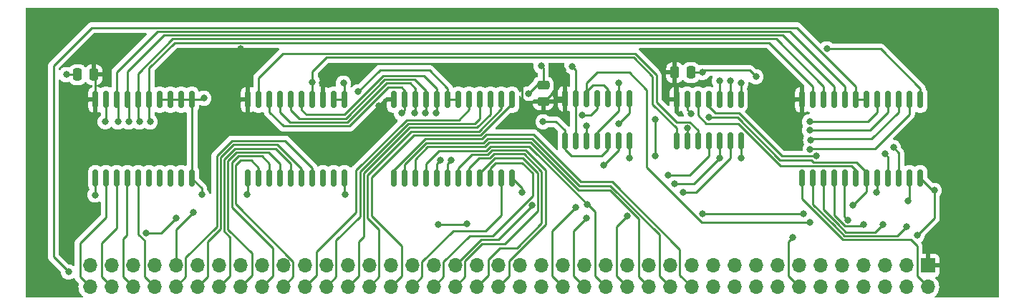
<source format=gbr>
%TF.GenerationSoftware,KiCad,Pcbnew,(6.0.0-0)*%
%TF.CreationDate,2022-09-15T22:17:49-04:00*%
%TF.ProjectId,CPU-Instruction-Decoder,4350552d-496e-4737-9472-756374696f6e,rev?*%
%TF.SameCoordinates,Original*%
%TF.FileFunction,Copper,L1,Top*%
%TF.FilePolarity,Positive*%
%FSLAX46Y46*%
G04 Gerber Fmt 4.6, Leading zero omitted, Abs format (unit mm)*
G04 Created by KiCad (PCBNEW (6.0.0-0)) date 2022-09-15 22:17:49*
%MOMM*%
%LPD*%
G01*
G04 APERTURE LIST*
G04 Aperture macros list*
%AMRoundRect*
0 Rectangle with rounded corners*
0 $1 Rounding radius*
0 $2 $3 $4 $5 $6 $7 $8 $9 X,Y pos of 4 corners*
0 Add a 4 corners polygon primitive as box body*
4,1,4,$2,$3,$4,$5,$6,$7,$8,$9,$2,$3,0*
0 Add four circle primitives for the rounded corners*
1,1,$1+$1,$2,$3*
1,1,$1+$1,$4,$5*
1,1,$1+$1,$6,$7*
1,1,$1+$1,$8,$9*
0 Add four rect primitives between the rounded corners*
20,1,$1+$1,$2,$3,$4,$5,0*
20,1,$1+$1,$4,$5,$6,$7,0*
20,1,$1+$1,$6,$7,$8,$9,0*
20,1,$1+$1,$8,$9,$2,$3,0*%
G04 Aperture macros list end*
%TA.AperFunction,SMDPad,CuDef*%
%ADD10RoundRect,0.150000X0.150000X-0.825000X0.150000X0.825000X-0.150000X0.825000X-0.150000X-0.825000X0*%
%TD*%
%TA.AperFunction,SMDPad,CuDef*%
%ADD11RoundRect,0.150000X0.150000X-0.875000X0.150000X0.875000X-0.150000X0.875000X-0.150000X-0.875000X0*%
%TD*%
%TA.AperFunction,SMDPad,CuDef*%
%ADD12RoundRect,0.250000X0.250000X0.475000X-0.250000X0.475000X-0.250000X-0.475000X0.250000X-0.475000X0*%
%TD*%
%TA.AperFunction,SMDPad,CuDef*%
%ADD13RoundRect,0.250000X0.475000X-0.250000X0.475000X0.250000X-0.475000X0.250000X-0.475000X-0.250000X0*%
%TD*%
%TA.AperFunction,ComponentPad*%
%ADD14R,1.700000X1.700000*%
%TD*%
%TA.AperFunction,ComponentPad*%
%ADD15O,1.700000X1.700000*%
%TD*%
%TA.AperFunction,SMDPad,CuDef*%
%ADD16RoundRect,0.250000X-0.250000X-0.475000X0.250000X-0.475000X0.250000X0.475000X-0.250000X0.475000X0*%
%TD*%
%TA.AperFunction,ViaPad*%
%ADD17C,0.800000*%
%TD*%
%TA.AperFunction,Conductor*%
%ADD18C,0.250000*%
%TD*%
G04 APERTURE END LIST*
D10*
%TO.P,U3,1*%
%TO.N,RD2*%
X304546000Y-215392000D03*
%TO.P,U3,2*%
%TO.N,RD3*%
X305816000Y-215392000D03*
%TO.P,U3,3*%
%TO.N,Net-(U11-Pad19)*%
X307086000Y-215392000D03*
%TO.P,U3,4*%
%TO.N,~{INT_HNDLR_READ}*%
X308356000Y-215392000D03*
%TO.P,U3,5*%
%TO.N,~{INT_HNDLR_WRITE}*%
X309626000Y-215392000D03*
%TO.P,U3,6*%
%TO.N,~{INT_HNDLR_EN}*%
X310896000Y-215392000D03*
%TO.P,U3,7,GND*%
%TO.N,GND*%
X312166000Y-215392000D03*
%TO.P,U3,8*%
%TO.N,~{INT_HNDLR_WRITE}*%
X312166000Y-210442000D03*
%TO.P,U3,9*%
%TO.N,/~{INT_WRITE_PRIORITY}*%
X310896000Y-210442000D03*
%TO.P,U3,10*%
%TO.N,INT_HNDLR_REG_SEL*%
X309626000Y-210442000D03*
%TO.P,U3,11*%
%TO.N,~{FLAGS_IN}*%
X308356000Y-210442000D03*
%TO.P,U3,12*%
%TO.N,/~{LATCH_FLAGS}*%
X307086000Y-210442000D03*
%TO.P,U3,13*%
%TO.N,~{RESTORE_FLAGS}*%
X305816000Y-210442000D03*
%TO.P,U3,14,VCC*%
%TO.N,VCC*%
X304546000Y-210442000D03*
%TD*%
D11*
%TO.P,U11,20,VCC*%
%TO.N,VCC*%
X253873000Y-210488000D03*
%TO.P,U11,19,CE*%
%TO.N,Net-(U11-Pad19)*%
X255143000Y-210488000D03*
%TO.P,U11,18,B0*%
%TO.N,\u03BCRD0*%
X256413000Y-210488000D03*
%TO.P,U11,17,B1*%
%TO.N,\u03BCRD1*%
X257683000Y-210488000D03*
%TO.P,U11,16,B2*%
%TO.N,\u03BCRD2*%
X258953000Y-210488000D03*
%TO.P,U11,15,B3*%
%TO.N,\u03BCRD3*%
X260223000Y-210488000D03*
%TO.P,U11,14,B4*%
%TO.N,RD2*%
X261493000Y-210488000D03*
%TO.P,U11,13,B5*%
%TO.N,VCC*%
X262763000Y-210488000D03*
%TO.P,U11,12,B6*%
%TO.N,GND*%
X264033000Y-210488000D03*
%TO.P,U11,11,B7*%
X265303000Y-210488000D03*
%TO.P,U11,10,GND*%
X265303000Y-219788000D03*
%TO.P,U11,9,A7*%
%TO.N,unconnected-(U11-Pad9)*%
X264033000Y-219788000D03*
%TO.P,U11,8,A6*%
%TO.N,unconnected-(U11-Pad8)*%
X262763000Y-219788000D03*
%TO.P,U11,7,A5*%
%TO.N,ALU_FUNC_5*%
X261493000Y-219788000D03*
%TO.P,U11,6,A4*%
%TO.N,ALU_FUNC_4*%
X260223000Y-219788000D03*
%TO.P,U11,5,A3*%
%TO.N,ALU_FUNC_3*%
X258953000Y-219788000D03*
%TO.P,U11,4,A2*%
%TO.N,ALU_FUNC_2*%
X257683000Y-219788000D03*
%TO.P,U11,3,A1*%
%TO.N,ALU_FUNC_1*%
X256413000Y-219788000D03*
%TO.P,U11,2,A0*%
%TO.N,ALU_FUNC_0*%
X255143000Y-219788000D03*
%TO.P,U11,1,A->B*%
%TO.N,GND*%
X253873000Y-219788000D03*
%TD*%
D12*
%TO.P,C1,2*%
%TO.N,GND*%
X233746000Y-207518000D03*
%TO.P,C1,1*%
%TO.N,VCC*%
X235646000Y-207518000D03*
%TD*%
D13*
%TO.P,C2,2*%
%TO.N,GND*%
X288798000Y-208788000D03*
%TO.P,C2,1*%
%TO.N,VCC*%
X288798000Y-210688000D03*
%TD*%
D14*
%TO.P,J1,1,Pin_1*%
%TO.N,VCC*%
X334264000Y-230124000D03*
D15*
%TO.P,J1,2,Pin_2*%
%TO.N,~{A_IN}*%
X334264000Y-232664000D03*
%TO.P,J1,3,Pin_3*%
%TO.N,GND*%
X331724000Y-230124000D03*
%TO.P,J1,4,Pin_4*%
%TO.N,~{B_IN}*%
X331724000Y-232664000D03*
%TO.P,J1,5,Pin_5*%
%TO.N,unconnected-(J1-Pad5)*%
X329184000Y-230124000D03*
%TO.P,J1,6,Pin_6*%
%TO.N,~{SP_DEC}*%
X329184000Y-232664000D03*
%TO.P,J1,7,Pin_7*%
%TO.N,unconnected-(J1-Pad7)*%
X326644000Y-230124000D03*
%TO.P,J1,8,Pin_8*%
%TO.N,~{SP_INC}*%
X326644000Y-232664000D03*
%TO.P,J1,9,Pin_9*%
%TO.N,unconnected-(J1-Pad9)*%
X324104000Y-230124000D03*
%TO.P,J1,10,Pin_10*%
%TO.N,~{SP_LOAD}*%
X324104000Y-232664000D03*
%TO.P,J1,11,Pin_11*%
%TO.N,unconnected-(J1-Pad11)*%
X321564000Y-230124000D03*
%TO.P,J1,12,Pin_12*%
%TO.N,~{RESTORE_FLAGS}*%
X321564000Y-232664000D03*
%TO.P,J1,13,Pin_13*%
%TO.N,unconnected-(J1-Pad13)*%
X319024000Y-230124000D03*
%TO.P,J1,14,Pin_14*%
%TO.N,~{FLAGS_IN}*%
X319024000Y-232664000D03*
%TO.P,J1,15,Pin_15*%
%TO.N,unconnected-(J1-Pad15)*%
X316484000Y-230124000D03*
%TO.P,J1,16,Pin_16*%
%TO.N,~{WR2_12}*%
X316484000Y-232664000D03*
%TO.P,J1,17,Pin_17*%
%TO.N,unconnected-(J1-Pad17)*%
X313944000Y-230124000D03*
%TO.P,J1,18,Pin_18*%
%TO.N,~{WR2_13}*%
X313944000Y-232664000D03*
%TO.P,J1,19,Pin_19*%
%TO.N,unconnected-(J1-Pad19)*%
X311404000Y-230124000D03*
%TO.P,J1,20,Pin_20*%
%TO.N,~{WR2_14}*%
X311404000Y-232664000D03*
%TO.P,J1,21,Pin_21*%
%TO.N,unconnected-(J1-Pad21)*%
X308864000Y-230124000D03*
%TO.P,J1,22,Pin_22*%
%TO.N,~{WR2_15}*%
X308864000Y-232664000D03*
%TO.P,J1,23,Pin_23*%
%TO.N,unconnected-(J1-Pad23)*%
X306324000Y-230124000D03*
%TO.P,J1,24,Pin_24*%
%TO.N,~{PC_OUT}*%
X306324000Y-232664000D03*
%TO.P,J1,25,Pin_25*%
%TO.N,unconnected-(J1-Pad25)*%
X303784000Y-230124000D03*
%TO.P,J1,26,Pin_26*%
%TO.N,~{SP_OUT}*%
X303784000Y-232664000D03*
%TO.P,J1,27,Pin_27*%
%TO.N,unconnected-(J1-Pad27)*%
X301244000Y-230124000D03*
%TO.P,J1,28,Pin_28*%
%TO.N,~{FLAGS_OUT}*%
X301244000Y-232664000D03*
%TO.P,J1,29,Pin_29*%
%TO.N,unconnected-(J1-Pad29)*%
X298704000Y-230124000D03*
%TO.P,J1,30,Pin_30*%
%TO.N,~{INT_HNDLR_EN}*%
X298704000Y-232664000D03*
%TO.P,J1,31,Pin_31*%
%TO.N,unconnected-(J1-Pad31)*%
X296164000Y-230124000D03*
%TO.P,J1,32,Pin_32*%
%TO.N,~{INT_HNDLR_READ}*%
X296164000Y-232664000D03*
%TO.P,J1,33,Pin_33*%
%TO.N,unconnected-(J1-Pad33)*%
X293624000Y-230124000D03*
%TO.P,J1,34,Pin_34*%
%TO.N,~{INT_HNDLR_WRITE}*%
X293624000Y-232664000D03*
%TO.P,J1,35,Pin_35*%
%TO.N,unconnected-(J1-Pad35)*%
X291084000Y-230124000D03*
%TO.P,J1,36,Pin_36*%
%TO.N,INT_HNDLR_REG_SEL*%
X291084000Y-232664000D03*
%TO.P,J1,37,Pin_37*%
%TO.N,unconnected-(J1-Pad37)*%
X288544000Y-230124000D03*
%TO.P,J1,38,Pin_38*%
%TO.N,unconnected-(J1-Pad38)*%
X288544000Y-232664000D03*
%TO.P,J1,39,Pin_39*%
%TO.N,unconnected-(J1-Pad39)*%
X286004000Y-230124000D03*
%TO.P,J1,40,Pin_40*%
%TO.N,unconnected-(J1-Pad40)*%
X286004000Y-232664000D03*
%TO.P,J1,41,Pin_41*%
%TO.N,unconnected-(J1-Pad41)*%
X283464000Y-230124000D03*
%TO.P,J1,42,Pin_42*%
%TO.N,~{RD4_6}*%
X283464000Y-232664000D03*
%TO.P,J1,43,Pin_43*%
%TO.N,unconnected-(J1-Pad43)*%
X280924000Y-230124000D03*
%TO.P,J1,44,Pin_44*%
%TO.N,~{RD4_7}*%
X280924000Y-232664000D03*
%TO.P,J1,45,Pin_45*%
%TO.N,~{IO_READ}*%
X278384000Y-230124000D03*
%TO.P,J1,46,Pin_46*%
%TO.N,~{RD4_8}*%
X278384000Y-232664000D03*
%TO.P,J1,47,Pin_47*%
%TO.N,~{IO_WRITE}*%
X275844000Y-230124000D03*
%TO.P,J1,48,Pin_48*%
%TO.N,~{RD4_9}*%
X275844000Y-232664000D03*
%TO.P,J1,49,Pin_49*%
%TO.N,~{IO_REQUEST}*%
X273304000Y-230124000D03*
%TO.P,J1,50,Pin_50*%
%TO.N,~{RD4_10}*%
X273304000Y-232664000D03*
%TO.P,J1,51,Pin_51*%
%TO.N,~{IO_MEM_REQUEST}*%
X270764000Y-230124000D03*
%TO.P,J1,52,Pin_52*%
%TO.N,~{RD4_11}*%
X270764000Y-232664000D03*
%TO.P,J1,53,Pin_53*%
%TO.N,~{LD_IR}*%
X268224000Y-230124000D03*
%TO.P,J1,54,Pin_54*%
%TO.N,~{RD4_12}*%
X268224000Y-232664000D03*
%TO.P,J1,55,Pin_55*%
%TO.N,\u03BCRD0*%
X265684000Y-230124000D03*
%TO.P,J1,56,Pin_56*%
%TO.N,~{RD4_13}*%
X265684000Y-232664000D03*
%TO.P,J1,57,Pin_57*%
%TO.N,\u03BCRD1*%
X263144000Y-230124000D03*
%TO.P,J1,58,Pin_58*%
%TO.N,~{RD4_14}*%
X263144000Y-232664000D03*
%TO.P,J1,59,Pin_59*%
%TO.N,\u03BCRD2*%
X260604000Y-230124000D03*
%TO.P,J1,60,Pin_60*%
%TO.N,~{RD4_15}*%
X260604000Y-232664000D03*
%TO.P,J1,61,Pin_61*%
%TO.N,\u03BCRD3*%
X258064000Y-230124000D03*
%TO.P,J1,62,Pin_62*%
%TO.N,ALU_FUNC_0*%
X258064000Y-232664000D03*
%TO.P,J1,63,Pin_63*%
%TO.N,\u03BCWR0*%
X255524000Y-230124000D03*
%TO.P,J1,64,Pin_64*%
%TO.N,ALU_FUNC_1*%
X255524000Y-232664000D03*
%TO.P,J1,65,Pin_65*%
%TO.N,\u03BCWR1*%
X252984000Y-230124000D03*
%TO.P,J1,66,Pin_66*%
%TO.N,ALU_FUNC_2*%
X252984000Y-232664000D03*
%TO.P,J1,67,Pin_67*%
%TO.N,\u03BCWR2*%
X250444000Y-230124000D03*
%TO.P,J1,68,Pin_68*%
%TO.N,ALU_FUNC_3*%
X250444000Y-232664000D03*
%TO.P,J1,69,Pin_69*%
%TO.N,\u03BCWR3*%
X247904000Y-230124000D03*
%TO.P,J1,70,Pin_70*%
%TO.N,ALU_FUNC_4*%
X247904000Y-232664000D03*
%TO.P,J1,71,Pin_71*%
%TO.N,RD2*%
X245364000Y-230124000D03*
%TO.P,J1,72,Pin_72*%
%TO.N,ALU_FUNC_5*%
X245364000Y-232664000D03*
%TO.P,J1,73,Pin_73*%
%TO.N,RD3*%
X242824000Y-230124000D03*
%TO.P,J1,74,Pin_74*%
%TO.N,JCC_ADR0*%
X242824000Y-232664000D03*
%TO.P,J1,75,Pin_75*%
%TO.N,RD4*%
X240284000Y-230124000D03*
%TO.P,J1,76,Pin_76*%
%TO.N,JCC_ADR1*%
X240284000Y-232664000D03*
%TO.P,J1,77,Pin_77*%
%TO.N,WR2*%
X237744000Y-230124000D03*
%TO.P,J1,78,Pin_78*%
%TO.N,JCC_ADR2*%
X237744000Y-232664000D03*
%TO.P,J1,79,Pin_79*%
%TO.N,WR3*%
X235204000Y-230124000D03*
%TO.P,J1,80,Pin_80*%
%TO.N,JCC_ADR3*%
X235204000Y-232664000D03*
%TD*%
D11*
%TO.P,U7,1,S0*%
%TO.N,~{PC_OUT}*%
X271145000Y-219788000D03*
%TO.P,U7,2,S1*%
%TO.N,~{SP_OUT}*%
X272415000Y-219788000D03*
%TO.P,U7,3,S2*%
%TO.N,~{FLAGS_OUT}*%
X273685000Y-219788000D03*
%TO.P,U7,4,S3*%
%TO.N,~{INT_HNDLR_READ}*%
X274955000Y-219788000D03*
%TO.P,U7,5,S4*%
%TO.N,/~{IO_RD_IO}*%
X276225000Y-219788000D03*
%TO.P,U7,6,S5*%
%TO.N,/~{IO_RD_MEM}*%
X277495000Y-219788000D03*
%TO.P,U7,7,S6*%
%TO.N,~{RD4_6}*%
X278765000Y-219788000D03*
%TO.P,U7,8,S7*%
%TO.N,~{RD4_7}*%
X280035000Y-219788000D03*
%TO.P,U7,9,S8*%
%TO.N,~{RD4_8}*%
X281305000Y-219788000D03*
%TO.P,U7,10,S9*%
%TO.N,~{RD4_9}*%
X282575000Y-219788000D03*
%TO.P,U7,11,S10*%
%TO.N,~{RD4_10}*%
X283845000Y-219788000D03*
%TO.P,U7,12,GND*%
%TO.N,GND*%
X285115000Y-219788000D03*
%TO.P,U7,13,S11*%
%TO.N,~{RD4_11}*%
X285115000Y-210488000D03*
%TO.P,U7,14,S12*%
%TO.N,~{RD4_12}*%
X283845000Y-210488000D03*
%TO.P,U7,15,S13*%
%TO.N,~{RD4_13}*%
X282575000Y-210488000D03*
%TO.P,U7,16,S14*%
%TO.N,~{RD4_14}*%
X281305000Y-210488000D03*
%TO.P,U7,17,S15*%
%TO.N,~{RD4_15}*%
X280035000Y-210488000D03*
%TO.P,U7,18,E0*%
%TO.N,RD4*%
X278765000Y-210488000D03*
%TO.P,U7,19,E1*%
X277495000Y-210488000D03*
%TO.P,U7,20,A3*%
%TO.N,\u03BCRD3*%
X276225000Y-210488000D03*
%TO.P,U7,21,A2*%
%TO.N,\u03BCRD2*%
X274955000Y-210488000D03*
%TO.P,U7,22,A1*%
%TO.N,\u03BCRD1*%
X273685000Y-210488000D03*
%TO.P,U7,23,A0*%
%TO.N,\u03BCRD0*%
X272415000Y-210488000D03*
%TO.P,U7,24,VCC*%
%TO.N,VCC*%
X271145000Y-210488000D03*
%TD*%
D10*
%TO.P,U5,1*%
%TO.N,/~{IO_RD_MEM}*%
X291338000Y-215327000D03*
%TO.P,U5,2*%
%TO.N,/~{IO_WR_MEM}*%
X292608000Y-215327000D03*
%TO.P,U5,3*%
%TO.N,~{IO_MEM_REQUEST}*%
X293878000Y-215327000D03*
%TO.P,U5,4*%
%TO.N,/~{IO_RD_IO}*%
X295148000Y-215327000D03*
%TO.P,U5,5*%
%TO.N,/~{IO_RD_MEM}*%
X296418000Y-215327000D03*
%TO.P,U5,6*%
%TO.N,~{IO_READ}*%
X297688000Y-215327000D03*
%TO.P,U5,7,GND*%
%TO.N,GND*%
X298958000Y-215327000D03*
%TO.P,U5,8*%
%TO.N,~{IO_REQUEST}*%
X298958000Y-210377000D03*
%TO.P,U5,9*%
%TO.N,/~{IO_RD_IO}*%
X297688000Y-210377000D03*
%TO.P,U5,10*%
%TO.N,/~{IO_WR_IO}*%
X296418000Y-210377000D03*
%TO.P,U5,11*%
%TO.N,~{IO_WRITE}*%
X295148000Y-210377000D03*
%TO.P,U5,12*%
%TO.N,/~{IO_WR_IO}*%
X293878000Y-210377000D03*
%TO.P,U5,13*%
%TO.N,/~{IO_WR_MEM}*%
X292608000Y-210377000D03*
%TO.P,U5,14,VCC*%
%TO.N,VCC*%
X291338000Y-210377000D03*
%TD*%
D11*
%TO.P,U2,1,S0*%
%TO.N,~{A_IN}*%
X319405000Y-219788000D03*
%TO.P,U2,2,S1*%
%TO.N,~{B_IN}*%
X320675000Y-219788000D03*
%TO.P,U2,3,S2*%
%TO.N,~{SP_DEC}*%
X321945000Y-219788000D03*
%TO.P,U2,4,S3*%
%TO.N,~{SP_INC}*%
X323215000Y-219788000D03*
%TO.P,U2,5,S4*%
%TO.N,~{SP_LOAD}*%
X324485000Y-219788000D03*
%TO.P,U2,6,S5*%
%TO.N,/~{LATCH_FLAGS}*%
X325755000Y-219788000D03*
%TO.P,U2,7,S6*%
%TO.N,~{RESTORE_FLAGS}*%
X327025000Y-219788000D03*
%TO.P,U2,8,S7*%
%TO.N,~{LD_IR}*%
X328295000Y-219788000D03*
%TO.P,U2,9,S8*%
%TO.N,/~{INT_WRITE_PRIORITY}*%
X329565000Y-219788000D03*
%TO.P,U2,10,S9*%
%TO.N,INT_HNDLR_REG_SEL*%
X330835000Y-219788000D03*
%TO.P,U2,11,S10*%
%TO.N,/~{IO_WR_IO}*%
X332105000Y-219788000D03*
%TO.P,U2,12,GND*%
%TO.N,GND*%
X333375000Y-219788000D03*
%TO.P,U2,13,S11*%
%TO.N,/~{IO_WR_MEM}*%
X333375000Y-210488000D03*
%TO.P,U2,14,S12*%
%TO.N,~{WR2_12}*%
X332105000Y-210488000D03*
%TO.P,U2,15,S13*%
%TO.N,~{WR2_13}*%
X330835000Y-210488000D03*
%TO.P,U2,16,S14*%
%TO.N,~{WR2_14}*%
X329565000Y-210488000D03*
%TO.P,U2,17,S15*%
%TO.N,~{WR2_15}*%
X328295000Y-210488000D03*
%TO.P,U2,18,E0*%
%TO.N,WR2*%
X327025000Y-210488000D03*
%TO.P,U2,19,E1*%
X325755000Y-210488000D03*
%TO.P,U2,20,A3*%
%TO.N,\u03BCWR3*%
X324485000Y-210488000D03*
%TO.P,U2,21,A2*%
%TO.N,\u03BCWR2*%
X323215000Y-210488000D03*
%TO.P,U2,22,A1*%
%TO.N,\u03BCWR1*%
X321945000Y-210488000D03*
%TO.P,U2,23,A0*%
%TO.N,\u03BCWR0*%
X320675000Y-210488000D03*
%TO.P,U2,24,VCC*%
%TO.N,VCC*%
X319405000Y-210488000D03*
%TD*%
D16*
%TO.P,C3,1*%
%TO.N,VCC*%
X304358000Y-207264000D03*
%TO.P,C3,2*%
%TO.N,GND*%
X306258000Y-207264000D03*
%TD*%
D11*
%TO.P,U12,1,A->B*%
%TO.N,GND*%
X235839000Y-219788000D03*
%TO.P,U12,2,A0*%
%TO.N,JCC_ADR3*%
X237109000Y-219788000D03*
%TO.P,U12,3,A1*%
%TO.N,JCC_ADR2*%
X238379000Y-219788000D03*
%TO.P,U12,4,A2*%
%TO.N,JCC_ADR1*%
X239649000Y-219788000D03*
%TO.P,U12,5,A3*%
%TO.N,JCC_ADR0*%
X240919000Y-219788000D03*
%TO.P,U12,6,A4*%
%TO.N,unconnected-(U12-Pad6)*%
X242189000Y-219788000D03*
%TO.P,U12,7,A5*%
%TO.N,unconnected-(U12-Pad7)*%
X243459000Y-219788000D03*
%TO.P,U12,8,A6*%
%TO.N,unconnected-(U12-Pad8)*%
X244729000Y-219788000D03*
%TO.P,U12,9,A7*%
%TO.N,unconnected-(U12-Pad9)*%
X245999000Y-219788000D03*
%TO.P,U12,10,GND*%
%TO.N,GND*%
X247269000Y-219788000D03*
%TO.P,U12,11,B7*%
X247269000Y-210488000D03*
%TO.P,U12,12,B6*%
X245999000Y-210488000D03*
%TO.P,U12,13,B5*%
X244729000Y-210488000D03*
%TO.P,U12,14,B4*%
X243459000Y-210488000D03*
%TO.P,U12,15,B3*%
%TO.N,\u03BCWR0*%
X242189000Y-210488000D03*
%TO.P,U12,16,B2*%
%TO.N,\u03BCWR1*%
X240919000Y-210488000D03*
%TO.P,U12,17,B1*%
%TO.N,\u03BCWR2*%
X239649000Y-210488000D03*
%TO.P,U12,18,B0*%
%TO.N,\u03BCWR3*%
X238379000Y-210488000D03*
%TO.P,U12,19,CE*%
%TO.N,WR3*%
X237109000Y-210488000D03*
%TO.P,U12,20,VCC*%
%TO.N,VCC*%
X235839000Y-210488000D03*
%TD*%
D17*
%TO.N,GND*%
X288544000Y-206502000D03*
%TO.N,VCC*%
X238252000Y-204978000D03*
X252984000Y-204470000D03*
%TO.N,GND*%
X332994000Y-226568000D03*
X335026000Y-221234000D03*
X313944000Y-207772000D03*
X302006000Y-217170000D03*
X302006000Y-212852000D03*
%TO.N,VCC*%
X291084000Y-207010000D03*
%TO.N,/~{INT_WRITE_PRIORITY}*%
X329184000Y-216916000D03*
X310896000Y-208280000D03*
%TO.N,INT_HNDLR_REG_SEL*%
X330200000Y-216154000D03*
%TO.N,~{FLAGS_IN}*%
X321056000Y-217170000D03*
X318262000Y-226822000D03*
%TO.N,~{INT_HNDLR_WRITE}*%
X312166000Y-208534000D03*
X309626000Y-217424000D03*
%TO.N,~{INT_HNDLR_EN}*%
X298704000Y-224282000D03*
X305308000Y-221488000D03*
%TO.N,INT_HNDLR_REG_SEL*%
X292608000Y-223266000D03*
X309626000Y-208280000D03*
%TO.N,~{INT_HNDLR_WRITE}*%
X304292000Y-220472000D03*
X293878000Y-224536000D03*
%TO.N,~{INT_HNDLR_READ}*%
X303530000Y-219456000D03*
X294009299Y-222889299D03*
%TO.N,~{IO_READ}*%
X287448519Y-223012000D03*
X295910000Y-218223500D03*
%TO.N,~{LD_IR}*%
X319532000Y-224028000D03*
X307594000Y-224028000D03*
X328168000Y-221488000D03*
%TO.N,~{RESTORE_FLAGS}*%
X325374000Y-223012000D03*
%TO.N,/~{IO_WR_IO}*%
X320294000Y-225044000D03*
X331973701Y-222508299D03*
%TO.N,~{IO_MEM_REQUEST}*%
X279776701Y-225166701D03*
X276352000Y-225298000D03*
X293878000Y-213614000D03*
%TO.N,~{IO_REQUEST}*%
X297688000Y-213360000D03*
%TO.N,~{IO_WRITE}*%
X293370000Y-212344000D03*
%TO.N,/~{IO_RD_MEM}*%
X277876000Y-217678000D03*
X288793701Y-213101701D03*
%TO.N,/~{IO_RD_IO}*%
X276606000Y-217678000D03*
X297688000Y-208534000D03*
%TO.N,RD3*%
X305816000Y-213868000D03*
%TO.N,WR2*%
X232664000Y-230886000D03*
%TO.N,RD4*%
X241812299Y-226309701D03*
X245364000Y-224536000D03*
X266949701Y-209554299D03*
%TO.N,RD2*%
X247396000Y-223811500D03*
X261493000Y-208407000D03*
%TO.N,\u03BCRD3*%
X276098000Y-212090000D03*
%TO.N,\u03BCRD2*%
X274828000Y-212090000D03*
%TO.N,\u03BCRD1*%
X273558000Y-212090000D03*
%TO.N,\u03BCRD0*%
X272038299Y-212094299D03*
%TO.N,VCC*%
X269327698Y-211231704D03*
%TO.N,/~{IO_WR_MEM}*%
X322336695Y-204472096D03*
X292182764Y-206539500D03*
%TO.N,WR3*%
X237019500Y-213101701D03*
%TO.N,\u03BCWR0*%
X242316000Y-213106000D03*
%TO.N,\u03BCWR1*%
X241046000Y-213106000D03*
%TO.N,\u03BCWR2*%
X239776000Y-213106000D03*
%TO.N,\u03BCWR3*%
X238506000Y-213106000D03*
%TO.N,~{WR2_12}*%
X320370006Y-216344815D03*
%TO.N,~{WR2_13}*%
X320425299Y-215269299D03*
%TO.N,~{WR2_14}*%
X320294000Y-214122000D03*
%TO.N,~{WR2_15}*%
X320294000Y-213106000D03*
%TO.N,~{RESTORE_FLAGS}*%
X308356000Y-212598000D03*
X306296725Y-212117275D03*
%TO.N,~{SP_LOAD}*%
X324803930Y-224722211D03*
%TO.N,~{SP_INC}*%
X326644000Y-225298000D03*
%TO.N,~{SP_DEC}*%
X328930000Y-225298000D03*
%TO.N,~{B_IN}*%
X331724000Y-225552000D03*
%TO.N,VCC*%
X318008000Y-210566000D03*
X303022000Y-207264000D03*
X262636000Y-208534000D03*
%TO.N,GND*%
X312166000Y-217424000D03*
X307594000Y-207264000D03*
X298958000Y-217424000D03*
X286258000Y-221488000D03*
X287020000Y-209804000D03*
X265425701Y-221737701D03*
X253746000Y-221742000D03*
X265176000Y-208534000D03*
X232410000Y-207518000D03*
X248666000Y-210312000D03*
X235810000Y-221780000D03*
X248412000Y-221740000D03*
%TD*%
D18*
%TO.N,VCC*%
X286258000Y-210312000D02*
X286258000Y-208280000D01*
X286634000Y-210688000D02*
X286258000Y-210312000D01*
X288798000Y-210688000D02*
X286634000Y-210688000D01*
%TO.N,RD2*%
X261493000Y-208407000D02*
X261493000Y-207137000D01*
X301693511Y-207713511D02*
X301693511Y-211015511D01*
X261493000Y-207137000D02*
X263144000Y-205486000D01*
X304546000Y-213868000D02*
X304546000Y-215392000D01*
X263144000Y-205486000D02*
X299466000Y-205486000D01*
X299466000Y-205486000D02*
X301693511Y-207713511D01*
X301693511Y-211015511D02*
X304546000Y-213868000D01*
%TO.N,VCC*%
X291084000Y-207010000D02*
X290322000Y-207772000D01*
X290322000Y-209296000D02*
X288930000Y-210688000D01*
X288930000Y-210688000D02*
X288798000Y-210688000D01*
X290322000Y-207772000D02*
X290322000Y-209296000D01*
%TO.N,Net-(U11-Pad19)*%
X302201511Y-207585807D02*
X302201511Y-210761511D01*
X255143000Y-207899000D02*
X258005510Y-205036490D01*
X304583499Y-213143499D02*
X306116099Y-213143499D01*
X258005510Y-205036490D02*
X299652194Y-205036490D01*
X302201511Y-210761511D02*
X304583499Y-213143499D01*
X306116099Y-213143499D02*
X307086000Y-214113400D01*
X255143000Y-210488000D02*
X255143000Y-207899000D01*
X299652194Y-205036490D02*
X302201511Y-207585807D01*
X307086000Y-214113400D02*
X307086000Y-215392000D01*
%TO.N,GND*%
X288798000Y-208788000D02*
X288798000Y-206756000D01*
X288798000Y-206756000D02*
X288544000Y-206502000D01*
X288798000Y-208788000D02*
X288036000Y-208788000D01*
X288036000Y-208788000D02*
X287020000Y-209804000D01*
%TO.N,\u03BCWR3*%
X324485000Y-210488000D02*
X324485000Y-208915000D01*
X324485000Y-208915000D02*
X317966968Y-202396968D01*
X317966968Y-202396968D02*
X243182180Y-202396968D01*
X238379000Y-207200148D02*
X238379000Y-210488000D01*
X243182180Y-202396968D02*
X238379000Y-207200148D01*
%TO.N,\u03BCWR2*%
X243939522Y-202846478D02*
X239649000Y-207137000D01*
X323215000Y-208915000D02*
X317146478Y-202846478D01*
X323215000Y-210488000D02*
X323215000Y-208915000D01*
X239649000Y-207137000D02*
X239649000Y-210488000D01*
X317146478Y-202846478D02*
X243939522Y-202846478D01*
%TO.N,\u03BCWR0*%
X242189000Y-206756704D02*
X242189000Y-210488000D01*
%TO.N,\u03BCWR1*%
X245014012Y-203295988D02*
X316325988Y-203295988D01*
%TO.N,\u03BCWR0*%
X245200205Y-203745499D02*
X242189000Y-206756704D01*
X320675000Y-208915000D02*
X315505499Y-203745499D01*
%TO.N,\u03BCWR1*%
X321945000Y-208915000D02*
X321945000Y-210488000D01*
%TO.N,\u03BCWR0*%
X320675000Y-210488000D02*
X320675000Y-208915000D01*
X315505499Y-203745499D02*
X245200205Y-203745499D01*
%TO.N,\u03BCWR1*%
X240919000Y-210488000D02*
X240919000Y-207391000D01*
X316325988Y-203295988D02*
X321945000Y-208915000D01*
X240919000Y-207391000D02*
X245014012Y-203295988D01*
%TO.N,VCC*%
X253873000Y-205359000D02*
X253746000Y-205232000D01*
X253873000Y-210488000D02*
X253873000Y-205359000D01*
%TO.N,WR2*%
X325755000Y-210488000D02*
X325755000Y-208915000D01*
X318787458Y-201947458D02*
X235440542Y-201947458D01*
X325755000Y-208915000D02*
X318787458Y-201947458D01*
X230886000Y-229108000D02*
X232664000Y-230886000D01*
X235440542Y-201947458D02*
X230886000Y-206502000D01*
X230886000Y-206502000D02*
X230886000Y-229108000D01*
%TO.N,VCC*%
X253746000Y-205232000D02*
X252984000Y-204470000D01*
%TO.N,GND*%
X247269000Y-219788000D02*
X247269000Y-210488000D01*
X335026000Y-221234000D02*
X335026000Y-224536000D01*
X335026000Y-224536000D02*
X332994000Y-226568000D01*
%TO.N,~{A_IN}*%
X334264000Y-232664000D02*
X332994000Y-231394000D01*
X332994000Y-231394000D02*
X332994000Y-227838000D01*
X332994000Y-227838000D02*
X332232000Y-227076000D01*
X332232000Y-227076000D02*
X324225916Y-227076000D01*
X324225916Y-227076000D02*
X319405000Y-222255084D01*
X319405000Y-222255084D02*
X319405000Y-219788000D01*
%TO.N,GND*%
X334821000Y-221234000D02*
X335026000Y-221234000D01*
X333375000Y-219788000D02*
X334821000Y-221234000D01*
X313944000Y-207772000D02*
X313182000Y-207010000D01*
X313182000Y-207010000D02*
X307848000Y-207010000D01*
X307848000Y-207010000D02*
X307594000Y-207264000D01*
%TO.N,~{SP_DEC}*%
X323629920Y-225205623D02*
X323629919Y-225208504D01*
X323629919Y-225208504D02*
X324598393Y-226176978D01*
X321945000Y-223520704D02*
X323629920Y-225205623D01*
X328051022Y-226176978D02*
X328930000Y-225298000D01*
X324598393Y-226176978D02*
X328051022Y-226176978D01*
%TO.N,~{B_IN}*%
X330649511Y-226626489D02*
X331724000Y-225552000D01*
X323180409Y-225391816D02*
X323180409Y-225394698D01*
X320675000Y-219788000D02*
X320675000Y-222886408D01*
X320675000Y-222886408D02*
X323180409Y-225391816D01*
%TO.N,~{SP_DEC}*%
X321945000Y-219788000D02*
X321945000Y-223520704D01*
%TO.N,~{B_IN}*%
X324412200Y-226626489D02*
X330649511Y-226626489D01*
X323180409Y-225394698D02*
X324412200Y-226626489D01*
%TO.N,/~{IO_WR_IO}*%
X332105000Y-222377000D02*
X331973701Y-222508299D01*
X332105000Y-219788000D02*
X332105000Y-222377000D01*
%TO.N,GND*%
X302006000Y-217170000D02*
X302006000Y-212852000D01*
%TO.N,/~{IO_WR_IO}*%
X301023199Y-218481799D02*
X307585400Y-225044000D01*
X295148000Y-207264000D02*
X298958000Y-207264000D01*
X298958000Y-207264000D02*
X301023199Y-209329199D01*
X293878000Y-210377000D02*
X293878000Y-208534000D01*
X307585400Y-225044000D02*
X320294000Y-225044000D01*
X293878000Y-208534000D02*
X295148000Y-207264000D01*
X301023199Y-209329199D02*
X301023199Y-218481799D01*
%TO.N,/~{IO_WR_MEM}*%
X292608000Y-206964736D02*
X292182764Y-206539500D01*
X292608000Y-210377000D02*
X292608000Y-206964736D01*
%TO.N,RD4*%
X275336000Y-207010000D02*
X269494000Y-207010000D01*
X277495000Y-209169000D02*
X275336000Y-207010000D01*
X277495000Y-210488000D02*
X277495000Y-209169000D01*
X269494000Y-207010000D02*
X266949701Y-209554299D01*
%TO.N,\u03BCRD1*%
X257683000Y-211963000D02*
X257683000Y-210488000D01*
%TO.N,\u03BCRD3*%
X260779467Y-212265467D02*
X260223000Y-211709000D01*
%TO.N,\u03BCRD1*%
X273050002Y-208534002D02*
X270266006Y-208534002D01*
%TO.N,\u03BCRD2*%
X258953000Y-211709000D02*
X258953000Y-210488000D01*
%TO.N,\u03BCRD3*%
X274690980Y-207634980D02*
X269893620Y-207634980D01*
%TO.N,\u03BCRD1*%
X273685000Y-209169000D02*
X273050002Y-208534002D01*
X273685000Y-210488000D02*
X273685000Y-209169000D01*
X270266006Y-208534002D02*
X265635519Y-213164489D01*
%TO.N,\u03BCRD3*%
X265263133Y-212265467D02*
X260779467Y-212265467D01*
%TO.N,\u03BCRD2*%
X265449326Y-212714978D02*
X259958978Y-212714978D01*
X273616491Y-208084491D02*
X270079813Y-208084491D01*
X274955000Y-209423000D02*
X273616491Y-208084491D01*
X270079813Y-208084491D02*
X265449326Y-212714978D01*
%TO.N,\u03BCRD1*%
X265635519Y-213164489D02*
X258884489Y-213164489D01*
%TO.N,\u03BCRD3*%
X260223000Y-211709000D02*
X260223000Y-210488000D01*
X276225000Y-210488000D02*
X276225000Y-209169000D01*
%TO.N,\u03BCRD1*%
X258884489Y-213164489D02*
X257683000Y-211963000D01*
%TO.N,\u03BCRD3*%
X276225000Y-209169000D02*
X274690980Y-207634980D01*
%TO.N,\u03BCRD2*%
X259958978Y-212714978D02*
X258953000Y-211709000D01*
X274955000Y-210488000D02*
X274955000Y-209423000D01*
%TO.N,\u03BCRD3*%
X269893620Y-207634980D02*
X265263133Y-212265467D01*
%TO.N,GND*%
X247269000Y-219788000D02*
X247269000Y-219837000D01*
X247269000Y-219837000D02*
X248412000Y-220980000D01*
X248412000Y-220980000D02*
X248412000Y-221740000D01*
X233746000Y-207518000D02*
X232410000Y-207518000D01*
%TO.N,VCC*%
X235839000Y-207711000D02*
X235646000Y-207518000D01*
X235839000Y-210488000D02*
X235839000Y-207711000D01*
%TO.N,/~{INT_WRITE_PRIORITY}*%
X310896000Y-208280000D02*
X310896000Y-210442000D01*
X329565000Y-217297000D02*
X329184000Y-216916000D01*
X329565000Y-219788000D02*
X329565000Y-217297000D01*
%TO.N,INT_HNDLR_REG_SEL*%
X330835000Y-219788000D02*
X330835000Y-216789000D01*
X330835000Y-216789000D02*
X330200000Y-216154000D01*
%TO.N,~{WR2_12}*%
X332105000Y-212217000D02*
X328063244Y-216258756D01*
X332105000Y-210488000D02*
X332105000Y-212217000D01*
X320456065Y-216258756D02*
X320370006Y-216344815D01*
X328063244Y-216258756D02*
X320456065Y-216258756D01*
%TO.N,~{WR2_13}*%
X330835000Y-210488000D02*
X330835000Y-211963000D01*
X330835000Y-211963000D02*
X327655701Y-215142299D01*
X327655701Y-215142299D02*
X320552299Y-215142299D01*
X320552299Y-215142299D02*
X320425299Y-215269299D01*
%TO.N,~{FLAGS_IN}*%
X319024000Y-232664000D02*
X317754000Y-231394000D01*
X317754000Y-227330000D02*
X318262000Y-226822000D01*
X317754000Y-231394000D02*
X317754000Y-227330000D01*
%TO.N,/~{LATCH_FLAGS}*%
X307086000Y-212352600D02*
X307086000Y-210442000D01*
%TO.N,~{RESTORE_FLAGS}*%
X327025000Y-219788000D02*
X327025000Y-219075000D01*
%TO.N,/~{LATCH_FLAGS}*%
X325278011Y-218344011D02*
X316894603Y-218344011D01*
%TO.N,~{RESTORE_FLAGS}*%
X327025000Y-219075000D02*
X325844501Y-217894501D01*
X311784296Y-212598000D02*
X308356000Y-212598000D01*
%TO.N,/~{LATCH_FLAGS}*%
X325755000Y-219788000D02*
X325755000Y-218821000D01*
%TO.N,~{FLAGS_IN}*%
X316992000Y-217170000D02*
X317500000Y-217170000D01*
%TO.N,~{RESTORE_FLAGS}*%
X320480911Y-217619511D02*
X316805806Y-217619510D01*
%TO.N,/~{LATCH_FLAGS}*%
X316894603Y-218344011D02*
X311873093Y-213322501D01*
%TO.N,~{RESTORE_FLAGS}*%
X320755901Y-217894501D02*
X320480911Y-217619511D01*
%TO.N,/~{LATCH_FLAGS}*%
X308055901Y-213322501D02*
X307086000Y-212352600D01*
%TO.N,~{FLAGS_IN}*%
X317500000Y-217170000D02*
X321056000Y-217170000D01*
%TO.N,~{RESTORE_FLAGS}*%
X316805806Y-217619510D02*
X311784296Y-212598000D01*
%TO.N,/~{LATCH_FLAGS}*%
X325755000Y-218821000D02*
X325278011Y-218344011D01*
X311873093Y-213322501D02*
X308055901Y-213322501D01*
%TO.N,~{RESTORE_FLAGS}*%
X325844501Y-217894501D02*
X320755901Y-217894501D01*
%TO.N,~{FLAGS_IN}*%
X316230000Y-216408000D02*
X316992000Y-217170000D01*
X310388000Y-212090000D02*
X311912000Y-212090000D01*
X311912000Y-212090000D02*
X316230000Y-216408000D01*
X308864000Y-211836000D02*
X309118000Y-212090000D01*
X308356000Y-211328000D02*
X308864000Y-211836000D01*
X308356000Y-210442000D02*
X308356000Y-211328000D01*
X309118000Y-212090000D02*
X310388000Y-212090000D01*
%TO.N,~{INT_HNDLR_WRITE}*%
X312166000Y-210442000D02*
X312166000Y-208534000D01*
%TO.N,INT_HNDLR_REG_SEL*%
X291084000Y-232664000D02*
X289814000Y-231394000D01*
X289814000Y-231394000D02*
X289814000Y-226060000D01*
X289814000Y-226060000D02*
X292608000Y-223266000D01*
%TO.N,~{INT_HNDLR_WRITE}*%
X293878000Y-224536000D02*
X292354000Y-226060000D01*
X292354000Y-226060000D02*
X292354000Y-231394000D01*
X292354000Y-231394000D02*
X293624000Y-232664000D01*
%TO.N,~{INT_HNDLR_READ}*%
X274955000Y-219788000D02*
X274955000Y-218059000D01*
X274955000Y-218059000D02*
X276489021Y-216524979D01*
X294894000Y-223774000D02*
X294894000Y-231394000D01*
X282074205Y-216524979D02*
X282582204Y-216016980D01*
X294894000Y-231394000D02*
X296164000Y-232664000D01*
X282582204Y-216016980D02*
X287136980Y-216016980D01*
X276489021Y-216524979D02*
X282074205Y-216524979D01*
X287136980Y-216016980D02*
X294894000Y-223774000D01*
%TO.N,~{INT_HNDLR_EN}*%
X298704000Y-224282000D02*
X297434000Y-225552000D01*
X297434000Y-231394000D02*
X298704000Y-232664000D01*
X297434000Y-225552000D02*
X297434000Y-231394000D01*
%TO.N,~{PC_OUT}*%
X304958511Y-228240503D02*
X304958511Y-231298511D01*
X282062072Y-214630000D02*
X287657113Y-214630001D01*
X304958511Y-231298511D02*
X306324000Y-232664000D01*
%TO.N,~{FLAGS_OUT}*%
X282434458Y-215529022D02*
X287284726Y-215529022D01*
%TO.N,~{SP_OUT}*%
X281701820Y-215625956D02*
X274974340Y-215625956D01*
X274974340Y-215625956D02*
X272415000Y-218185296D01*
%TO.N,~{FLAGS_OUT}*%
X281888011Y-216075469D02*
X282434458Y-215529022D01*
%TO.N,~{PC_OUT}*%
X271145000Y-218819592D02*
X274826592Y-215138000D01*
%TO.N,~{SP_OUT}*%
X296749814Y-220667510D02*
X293058918Y-220667510D01*
%TO.N,~{FLAGS_OUT}*%
X273685000Y-217551000D02*
X275160531Y-216075469D01*
X292989704Y-221234000D02*
X296680600Y-221234000D01*
%TO.N,~{PC_OUT}*%
X293245111Y-220217999D02*
X296936007Y-220217999D01*
%TO.N,~{SP_OUT}*%
X272415000Y-218185296D02*
X272415000Y-219788000D01*
%TO.N,~{PC_OUT}*%
X281554072Y-215138000D02*
X282062072Y-214630000D01*
X274826592Y-215138000D02*
X281554072Y-215138000D01*
%TO.N,~{INT_HNDLR_EN}*%
X306832000Y-221488000D02*
X305308000Y-221488000D01*
%TO.N,~{SP_OUT}*%
X282248265Y-215079511D02*
X281701820Y-215625956D01*
X302514000Y-231394000D02*
X302514000Y-226431696D01*
X302514000Y-226431696D02*
X296749814Y-220667510D01*
%TO.N,~{FLAGS_OUT}*%
X300069489Y-231489489D02*
X301244000Y-232664000D01*
X296680600Y-221234000D02*
X300069489Y-224622889D01*
X275160531Y-216075469D02*
X281888011Y-216075469D01*
%TO.N,~{PC_OUT}*%
X296936007Y-220217999D02*
X304958511Y-228240503D01*
%TO.N,~{FLAGS_OUT}*%
X273685000Y-219788000D02*
X273685000Y-217551000D01*
%TO.N,~{INT_HNDLR_EN}*%
X310896000Y-215392000D02*
X310896000Y-217424000D01*
%TO.N,~{SP_OUT}*%
X293058918Y-220667510D02*
X287470919Y-215079511D01*
X287470919Y-215079511D02*
X282248265Y-215079511D01*
%TO.N,~{PC_OUT}*%
X271145000Y-219788000D02*
X271145000Y-218819592D01*
X287657113Y-214630001D02*
X293245111Y-220217999D01*
%TO.N,~{INT_HNDLR_EN}*%
X310896000Y-217424000D02*
X309626000Y-218694000D01*
X309626000Y-218694000D02*
X306832000Y-221488000D01*
%TO.N,~{FLAGS_OUT}*%
X300069489Y-224622889D02*
X300069489Y-231489489D01*
X287284726Y-215529022D02*
X292989704Y-221234000D01*
%TO.N,~{SP_OUT}*%
X303784000Y-232664000D02*
X302514000Y-231394000D01*
%TO.N,~{INT_HNDLR_READ}*%
X308356000Y-215392000D02*
X308356000Y-217170000D01*
X308356000Y-217170000D02*
X306070000Y-219456000D01*
X306070000Y-219456000D02*
X303530000Y-219456000D01*
%TO.N,~{INT_HNDLR_WRITE}*%
X309626000Y-215392000D02*
X309626000Y-217424000D01*
X309626000Y-217424000D02*
X306578000Y-220472000D01*
X306578000Y-220472000D02*
X304292000Y-220472000D01*
%TO.N,INT_HNDLR_REG_SEL*%
X309626000Y-208280000D02*
X309626000Y-210442000D01*
%TO.N,~{IO_READ}*%
X297688000Y-216445500D02*
X295910000Y-218223500D01*
X297688000Y-215327000D02*
X297688000Y-216445500D01*
%TO.N,~{RD4_7}*%
X281178000Y-217424000D02*
X282446593Y-217423999D01*
X286513408Y-216916000D02*
X288622531Y-219025123D01*
X280035000Y-219788000D02*
X280035000Y-218567000D01*
X283650193Y-228033511D02*
X282289489Y-229394215D01*
X282954592Y-216916000D02*
X286513408Y-216916000D01*
X280035000Y-218567000D02*
X281178000Y-217424000D01*
X282446593Y-217423999D02*
X282954592Y-216916000D01*
X282289489Y-229394215D02*
X282289489Y-231298511D01*
X288622531Y-219025123D02*
X288622530Y-225094582D01*
X282289489Y-231298511D02*
X280924000Y-232664000D01*
X288622530Y-225094582D02*
X285683601Y-228033511D01*
X285683601Y-228033511D02*
X283650193Y-228033511D01*
%TO.N,~{IO_READ}*%
X278384000Y-230124000D02*
X281432000Y-227076000D01*
X281432000Y-227076000D02*
X283464000Y-227076000D01*
X283464000Y-227076000D02*
X287448519Y-223091481D01*
X287448519Y-223091481D02*
X287448519Y-223012000D01*
%TO.N,~{RD4_9}*%
X277018511Y-229711489D02*
X280103511Y-226626489D01*
X286278044Y-217952044D02*
X283189956Y-217952044D01*
X287528000Y-221907919D02*
X287528000Y-219202000D01*
%TO.N,~{RD4_8}*%
X283082296Y-217424000D02*
X286385704Y-217424000D01*
%TO.N,~{RD4_9}*%
X280103511Y-226626489D02*
X282809430Y-226626489D01*
X275844000Y-232664000D02*
X277018511Y-231489489D01*
%TO.N,~{RD4_6}*%
X282260399Y-216974489D02*
X282768399Y-216466489D01*
%TO.N,~{RD4_8}*%
X281305000Y-219201296D02*
X283082296Y-217424000D01*
X281559704Y-227584000D02*
X279558511Y-229585193D01*
X288173020Y-219211316D02*
X288173019Y-223645581D01*
%TO.N,~{RD4_6}*%
X278765000Y-218567000D02*
X280357511Y-216974489D01*
X289072042Y-218838930D02*
X289072042Y-225280961D01*
%TO.N,~{RD4_8}*%
X279558511Y-231489489D02*
X278384000Y-232664000D01*
%TO.N,~{RD4_9}*%
X283189956Y-217952044D02*
X282575000Y-218567000D01*
%TO.N,~{RD4_8}*%
X286385704Y-217424000D02*
X288173020Y-219211316D01*
%TO.N,~{RD4_9}*%
X287528000Y-219202000D02*
X286278044Y-217952044D01*
%TO.N,~{RD4_8}*%
X284234600Y-227584000D02*
X281559704Y-227584000D01*
%TO.N,~{RD4_6}*%
X289072042Y-225280961D02*
X284734000Y-229619003D01*
%TO.N,~{RD4_9}*%
X282575000Y-218567000D02*
X282575000Y-219788000D01*
%TO.N,~{RD4_6}*%
X284734000Y-229619003D02*
X284734000Y-231394000D01*
%TO.N,~{RD4_8}*%
X281305000Y-219788000D02*
X281305000Y-219201296D01*
%TO.N,~{RD4_6}*%
X286699602Y-216466490D02*
X289072042Y-218838930D01*
%TO.N,~{RD4_8}*%
X279558511Y-229585193D02*
X279558511Y-231489489D01*
X288173019Y-223645581D02*
X284234600Y-227584000D01*
%TO.N,~{RD4_6}*%
X278765000Y-219788000D02*
X278765000Y-218567000D01*
%TO.N,~{RD4_9}*%
X277018511Y-231489489D02*
X277018511Y-229711489D01*
X282809430Y-226626489D02*
X287528000Y-221907919D01*
%TO.N,~{RD4_6}*%
X280357511Y-216974489D02*
X282260399Y-216974489D01*
X282768399Y-216466489D02*
X286699602Y-216466490D01*
X284734000Y-231394000D02*
X283464000Y-232664000D01*
%TO.N,~{RD4_10}*%
X283845000Y-219788000D02*
X283845000Y-224153592D01*
X283845000Y-224153592D02*
X281938592Y-226060000D01*
X281938592Y-226060000D02*
X278130000Y-226060000D01*
X274478511Y-229711489D02*
X274478511Y-231489489D01*
X278130000Y-226060000D02*
X274478511Y-229711489D01*
X274478511Y-231489489D02*
X273304000Y-232664000D01*
%TO.N,~{IO_MEM_REQUEST}*%
X276352000Y-225298000D02*
X279645402Y-225298000D01*
X279645402Y-225298000D02*
X279776701Y-225166701D01*
%TO.N,~{LD_IR}*%
X328295000Y-221361000D02*
X328168000Y-221488000D01*
X328295000Y-219788000D02*
X328295000Y-221361000D01*
X319532000Y-224028000D02*
X307594000Y-224028000D01*
%TO.N,~{SP_LOAD}*%
X324485000Y-219788000D02*
X324395499Y-219877501D01*
X324395499Y-219877501D02*
X324395499Y-224313780D01*
X324395499Y-224313780D02*
X324803930Y-224722211D01*
%TO.N,~{SP_INC}*%
X324503831Y-225446712D02*
X326495288Y-225446712D01*
X323215000Y-224155000D02*
X324079429Y-225019429D01*
X326495288Y-225446712D02*
X326644000Y-225298000D01*
X324079429Y-225022310D02*
X324503831Y-225446712D01*
X323215000Y-219788000D02*
X323215000Y-224155000D01*
X324079429Y-225019429D02*
X324079429Y-225022310D01*
%TO.N,~{RESTORE_FLAGS}*%
X327025000Y-221361000D02*
X325374000Y-223012000D01*
X327025000Y-219788000D02*
X327025000Y-221361000D01*
%TO.N,/~{IO_WR_IO}*%
X293878000Y-210377000D02*
X293878000Y-209550000D01*
X293878000Y-209550000D02*
X294640000Y-208788000D01*
X294640000Y-208788000D02*
X295910000Y-208788000D01*
X295910000Y-208788000D02*
X296418000Y-209296000D01*
X296418000Y-209296000D02*
X296418000Y-210377000D01*
%TO.N,~{IO_MEM_REQUEST}*%
X293878000Y-215327000D02*
X293878000Y-213614000D01*
%TO.N,/~{IO_RD_MEM}*%
X296418000Y-215327000D02*
X296418000Y-216408000D01*
X292100000Y-217170000D02*
X291338000Y-216408000D01*
X296418000Y-216408000D02*
X295656000Y-217170000D01*
X295656000Y-217170000D02*
X292100000Y-217170000D01*
X291338000Y-216408000D02*
X291338000Y-215327000D01*
X291338000Y-215327000D02*
X291338000Y-214122000D01*
%TO.N,~{IO_REQUEST}*%
X298196000Y-212852000D02*
X297688000Y-213360000D01*
%TO.N,/~{IO_RD_MEM}*%
X290317701Y-213101701D02*
X288793701Y-213101701D01*
X291338000Y-214122000D02*
X290317701Y-213101701D01*
%TO.N,~{IO_REQUEST}*%
X298958000Y-210377000D02*
X298958000Y-212090000D01*
X298958000Y-212090000D02*
X298196000Y-212852000D01*
%TO.N,/~{IO_RD_IO}*%
X295148000Y-215327000D02*
X295148000Y-214376000D01*
X297688000Y-211836000D02*
X297688000Y-210377000D01*
X295148000Y-214376000D02*
X297688000Y-211836000D01*
%TO.N,~{IO_WRITE}*%
X295148000Y-210377000D02*
X295148000Y-211582000D01*
X295148000Y-211582000D02*
X294640000Y-212090000D01*
X294640000Y-212090000D02*
X294386000Y-212344000D01*
X294386000Y-212344000D02*
X293370000Y-212344000D01*
%TO.N,/~{IO_RD_MEM}*%
X277495000Y-219788000D02*
X277495000Y-218059000D01*
X277495000Y-218059000D02*
X277876000Y-217678000D01*
%TO.N,/~{IO_RD_IO}*%
X276225000Y-219788000D02*
X276225000Y-218059000D01*
X276225000Y-218059000D02*
X276606000Y-217678000D01*
X297688000Y-208534000D02*
X297688000Y-210377000D01*
%TO.N,JCC_ADR0*%
X240919000Y-226441000D02*
X241649489Y-227171489D01*
X241649489Y-231489489D02*
X242824000Y-232664000D01*
X241649489Y-227171489D02*
X241649489Y-231489489D01*
%TO.N,RD4*%
X243590299Y-226309701D02*
X241812299Y-226309701D01*
X245364000Y-224536000D02*
X243590299Y-226309701D01*
%TO.N,JCC_ADR0*%
X240919000Y-219788000D02*
X240919000Y-226441000D01*
%TO.N,WR3*%
X237109000Y-210488000D02*
X237109000Y-213012201D01*
%TO.N,RD3*%
X305816000Y-213868000D02*
X305816000Y-215392000D01*
%TO.N,WR3*%
X237109000Y-213012201D02*
X237019500Y-213101701D01*
%TO.N,/~{IO_WR_MEM}*%
X328678096Y-204472096D02*
X322336695Y-204472096D01*
X333375000Y-209169000D02*
X328678096Y-204472096D01*
X333375000Y-210488000D02*
X333375000Y-209169000D01*
%TO.N,WR2*%
X327025000Y-210488000D02*
X325755000Y-210488000D01*
%TO.N,RD2*%
X245364000Y-230124000D02*
X245364000Y-225843500D01*
X245364000Y-225843500D02*
X247396000Y-223811500D01*
X261493000Y-210488000D02*
X261493000Y-208407000D01*
%TO.N,~{RESTORE_FLAGS}*%
X305816000Y-210442000D02*
X305816000Y-211636550D01*
X305816000Y-211636550D02*
X306296725Y-212117275D01*
%TO.N,RD4*%
X278765000Y-210488000D02*
X277495000Y-210488000D01*
%TO.N,GND*%
X265303000Y-221615000D02*
X265425701Y-221737701D01*
%TO.N,\u03BCRD3*%
X276225000Y-210488000D02*
X276225000Y-211963000D01*
X276225000Y-211963000D02*
X276098000Y-212090000D01*
%TO.N,VCC*%
X270071402Y-210488000D02*
X269327698Y-211231704D01*
%TO.N,GND*%
X265303000Y-219788000D02*
X265303000Y-221615000D01*
%TO.N,\u03BCRD0*%
X258064000Y-213614000D02*
X265920802Y-213614000D01*
X265920802Y-213614000D02*
X270492802Y-209042000D01*
%TO.N,VCC*%
X271145000Y-210488000D02*
X270071402Y-210488000D01*
%TO.N,\u03BCRD0*%
X256413000Y-210488000D02*
X256413000Y-211963000D01*
X256413000Y-211963000D02*
X258064000Y-213614000D01*
X272415000Y-209423000D02*
X272415000Y-210488000D01*
X272034000Y-209042000D02*
X272415000Y-209423000D01*
X270492802Y-209042000D02*
X272034000Y-209042000D01*
%TO.N,\u03BCRD2*%
X274828000Y-212090000D02*
X274955000Y-211963000D01*
X274955000Y-211963000D02*
X274955000Y-210488000D01*
%TO.N,\u03BCRD1*%
X273685000Y-210488000D02*
X273685000Y-211963000D01*
%TO.N,\u03BCRD0*%
X272415000Y-211717598D02*
X272038299Y-212094299D01*
%TO.N,\u03BCRD1*%
X273685000Y-211963000D02*
X273558000Y-212090000D01*
%TO.N,\u03BCRD0*%
X272415000Y-210488000D02*
X272415000Y-211717598D01*
%TO.N,VCC*%
X288798000Y-210688000D02*
X291027000Y-210688000D01*
X291027000Y-210688000D02*
X291338000Y-210377000D01*
%TO.N,\u03BCWR0*%
X242189000Y-210488000D02*
X242189000Y-212979000D01*
X242189000Y-212979000D02*
X242316000Y-213106000D01*
%TO.N,\u03BCWR1*%
X240919000Y-210488000D02*
X240919000Y-212979000D01*
X240919000Y-212979000D02*
X241046000Y-213106000D01*
%TO.N,\u03BCWR2*%
X239776000Y-210615000D02*
X239776000Y-213106000D01*
X239649000Y-210488000D02*
X239776000Y-210615000D01*
%TO.N,\u03BCWR3*%
X238506000Y-213106000D02*
X238506000Y-210615000D01*
X238506000Y-210615000D02*
X238379000Y-210488000D01*
%TO.N,~{RD4_13}*%
X266954000Y-231394000D02*
X265684000Y-232664000D01*
X282575000Y-212209960D02*
X280995491Y-213789469D01*
X282575000Y-210488000D02*
X282575000Y-212209960D01*
X273000827Y-213789469D02*
X267578978Y-219211318D01*
%TO.N,~{RD4_12}*%
X268224000Y-232664000D02*
X269398511Y-231489489D01*
X281181685Y-214238979D02*
X283845000Y-211575664D01*
%TO.N,~{RD4_11}*%
X273499510Y-214688490D02*
X268478000Y-219710000D01*
%TO.N,~{RD4_13}*%
X267578979Y-226705021D02*
X266954000Y-227330000D01*
%TO.N,~{RD4_11}*%
X285115000Y-210941368D02*
X281367878Y-214688490D01*
X268478000Y-219710000D02*
X268478000Y-224282000D01*
%TO.N,~{RD4_12}*%
X269398511Y-225838215D02*
X268028489Y-224468193D01*
%TO.N,~{RD4_13}*%
X266954000Y-227330000D02*
X266954000Y-231394000D01*
%TO.N,~{RD4_11}*%
X281367878Y-214688490D02*
X273499510Y-214688490D01*
X285115000Y-210488000D02*
X285115000Y-210941368D01*
X272034000Y-227838000D02*
X272034000Y-231394000D01*
%TO.N,~{RD4_12}*%
X273187021Y-214238979D02*
X281181685Y-214238979D01*
%TO.N,~{RD4_13}*%
X267578978Y-219211318D02*
X267578979Y-226705021D01*
%TO.N,~{RD4_12}*%
X268028489Y-219397511D02*
X273187021Y-214238979D01*
X283845000Y-211575664D02*
X283845000Y-210488000D01*
%TO.N,~{RD4_11}*%
X268478000Y-224282000D02*
X272034000Y-227838000D01*
%TO.N,~{RD4_12}*%
X268028489Y-224468193D02*
X268028489Y-219397511D01*
%TO.N,~{RD4_13}*%
X280995491Y-213789469D02*
X273000827Y-213789469D01*
%TO.N,~{RD4_12}*%
X269398511Y-231489489D02*
X269398511Y-225838215D01*
%TO.N,~{RD4_11}*%
X272034000Y-231394000D02*
X270764000Y-232664000D01*
%TO.N,GND*%
X286258000Y-220931000D02*
X286258000Y-221488000D01*
X285115000Y-219788000D02*
X286258000Y-220931000D01*
%TO.N,~{RD4_15}*%
X266679958Y-223794042D02*
X261969489Y-228504511D01*
X278806967Y-212890447D02*
X272628441Y-212890447D01*
%TO.N,~{RD4_14}*%
X263144000Y-232664000D02*
X264318511Y-231489489D01*
X264318511Y-231489489D02*
X264318511Y-227171489D01*
%TO.N,~{RD4_15}*%
X261969489Y-228504511D02*
X261969489Y-231298511D01*
X261969489Y-231298511D02*
X260604000Y-232664000D01*
X272628441Y-212890447D02*
X266679956Y-218838932D01*
X280035000Y-210488000D02*
X280035000Y-211662414D01*
%TO.N,~{RD4_14}*%
X264318511Y-227171489D02*
X267129468Y-224360532D01*
X267129468Y-224360532D02*
X267129468Y-219025124D01*
%TO.N,~{RD4_15}*%
X266679956Y-218838932D02*
X266679958Y-223794042D01*
%TO.N,~{RD4_14}*%
X280690042Y-213339958D02*
X281305000Y-212725000D01*
X272814634Y-213339958D02*
X280690042Y-213339958D01*
X281305000Y-212725000D02*
X281305000Y-210488000D01*
%TO.N,~{RD4_15}*%
X280035000Y-211662414D02*
X278806967Y-212890447D01*
%TO.N,~{RD4_14}*%
X267129468Y-219025124D02*
X272814634Y-213339958D01*
%TO.N,JCC_ADR3*%
X237109000Y-219788000D02*
X237109000Y-224409000D01*
X234029489Y-227488511D02*
X234029489Y-231489489D01*
X237109000Y-224409000D02*
X234029489Y-227488511D01*
X234029489Y-231489489D02*
X235204000Y-232664000D01*
%TO.N,JCC_ADR2*%
X238379000Y-219788000D02*
X238379000Y-225679000D01*
X238379000Y-225679000D02*
X236569489Y-227488511D01*
X236569489Y-231489489D02*
X237744000Y-232664000D01*
X236569489Y-227488511D02*
X236569489Y-231489489D01*
%TO.N,JCC_ADR1*%
X239649000Y-219788000D02*
X239522000Y-219915000D01*
X239522000Y-219915000D02*
X239522000Y-226568000D01*
X239522000Y-226568000D02*
X239109489Y-226980511D01*
X239109489Y-226980511D02*
X239109489Y-231489489D01*
X239109489Y-231489489D02*
X240284000Y-232664000D01*
%TO.N,ALU_FUNC_4*%
X249115511Y-227262193D02*
X249115511Y-231452489D01*
X260223000Y-218693296D02*
X257351174Y-215821470D01*
X250639511Y-217353377D02*
X250639510Y-225738194D01*
X249115511Y-231452489D02*
X247904000Y-232664000D01*
%TO.N,ALU_FUNC_5*%
X246538511Y-231489489D02*
X245364000Y-232664000D01*
%TO.N,ALU_FUNC_4*%
X260223000Y-219788000D02*
X260223000Y-218693296D01*
X252171419Y-215821469D02*
X250639511Y-217353377D01*
%TO.N,ALU_FUNC_5*%
X261493000Y-219788000D02*
X261493000Y-218567000D01*
X258297959Y-215371959D02*
X251985225Y-215371959D01*
%TO.N,ALU_FUNC_4*%
X257351174Y-215821470D02*
X252171419Y-215821469D01*
X250639510Y-225738194D02*
X249115511Y-227262193D01*
%TO.N,ALU_FUNC_5*%
X250190000Y-217167184D02*
X250190000Y-225552000D01*
X246538511Y-229203489D02*
X246538511Y-231489489D01*
X261493000Y-218567000D02*
X258297959Y-215371959D01*
X251985225Y-215371959D02*
X250190000Y-217167184D01*
X250190000Y-225552000D02*
X246538511Y-229203489D01*
%TO.N,ALU_FUNC_0*%
X252984000Y-217678000D02*
X252437555Y-218224445D01*
%TO.N,ALU_FUNC_2*%
X256344492Y-216720492D02*
X252543806Y-216720490D01*
%TO.N,ALU_FUNC_0*%
X254254000Y-217678000D02*
X252984000Y-217678000D01*
%TO.N,ALU_FUNC_1*%
X252730000Y-217170000D02*
X255524003Y-217170003D01*
X251988044Y-223247368D02*
X251988044Y-217911956D01*
X255524003Y-217170003D02*
X256413000Y-218059000D01*
%TO.N,ALU_FUNC_0*%
X255143000Y-219788000D02*
X255143000Y-218567000D01*
X255143000Y-218567000D02*
X254254000Y-217678000D01*
%TO.N,ALU_FUNC_1*%
X256794000Y-231394000D02*
X256794000Y-228053324D01*
%TO.N,ALU_FUNC_0*%
X252437555Y-218224445D02*
X252437555Y-222836545D01*
X252437555Y-222836545D02*
X259238511Y-229637501D01*
%TO.N,ALU_FUNC_2*%
X252543806Y-216720490D02*
X251538533Y-217725763D01*
X254349489Y-231298511D02*
X252984000Y-232664000D01*
X254349489Y-228695489D02*
X254349489Y-231298511D01*
%TO.N,ALU_FUNC_3*%
X251089022Y-226070726D02*
X251089022Y-217539570D01*
%TO.N,ALU_FUNC_0*%
X259238511Y-231489489D02*
X258064000Y-232664000D01*
%TO.N,ALU_FUNC_2*%
X251538533Y-217725763D02*
X251538533Y-225884533D01*
%TO.N,ALU_FUNC_3*%
X258953000Y-218059000D02*
X258953000Y-219788000D01*
X251089022Y-217539570D02*
X252357613Y-216270979D01*
%TO.N,ALU_FUNC_2*%
X257683000Y-218059000D02*
X256344492Y-216720492D01*
%TO.N,ALU_FUNC_3*%
X251772489Y-226754193D02*
X251089022Y-226070726D01*
X252357613Y-216270979D02*
X257164981Y-216270981D01*
%TO.N,ALU_FUNC_2*%
X257683000Y-219788000D02*
X257683000Y-218059000D01*
%TO.N,ALU_FUNC_1*%
X256413000Y-218059000D02*
X256413000Y-219788000D01*
%TO.N,ALU_FUNC_3*%
X257164981Y-216270981D02*
X258953000Y-218059000D01*
%TO.N,ALU_FUNC_1*%
X256794000Y-228053324D02*
X251988044Y-223247368D01*
X255524000Y-232664000D02*
X256794000Y-231394000D01*
%TO.N,ALU_FUNC_3*%
X251772489Y-231335511D02*
X251772489Y-226754193D01*
%TO.N,ALU_FUNC_0*%
X259238511Y-229637501D02*
X259238511Y-231489489D01*
%TO.N,ALU_FUNC_3*%
X250444000Y-232664000D02*
X251772489Y-231335511D01*
%TO.N,ALU_FUNC_2*%
X251538533Y-225884533D02*
X254349489Y-228695489D01*
%TO.N,ALU_FUNC_1*%
X251988044Y-217911956D02*
X252730000Y-217170000D01*
%TO.N,VCC*%
X319327000Y-210566000D02*
X318008000Y-210566000D01*
X319405000Y-210488000D02*
X319327000Y-210566000D01*
%TO.N,/~{IO_WR_MEM}*%
X292608000Y-215327000D02*
X292608000Y-210377000D01*
%TO.N,~{WR2_14}*%
X329565000Y-211963000D02*
X327406000Y-214122000D01*
X329565000Y-210488000D02*
X329565000Y-211963000D01*
X327406000Y-214122000D02*
X320294000Y-214122000D01*
%TO.N,~{WR2_15}*%
X327152000Y-213106000D02*
X320294000Y-213106000D01*
X328295000Y-211963000D02*
X327152000Y-213106000D01*
X328295000Y-210488000D02*
X328295000Y-211963000D01*
%TO.N,VCC*%
X304358000Y-207264000D02*
X303022000Y-207264000D01*
X304546000Y-210442000D02*
X304358000Y-210254000D01*
X304358000Y-210254000D02*
X304358000Y-207264000D01*
X262763000Y-210488000D02*
X262763000Y-208661000D01*
X262763000Y-208661000D02*
X262636000Y-208534000D01*
%TO.N,GND*%
X312166000Y-215392000D02*
X312166000Y-217424000D01*
X306258000Y-207264000D02*
X307594000Y-207264000D01*
X298958000Y-215327000D02*
X298958000Y-217424000D01*
X253873000Y-219788000D02*
X253873000Y-221615000D01*
X253873000Y-221615000D02*
X253746000Y-221742000D01*
X265303000Y-210488000D02*
X265303000Y-208661000D01*
X265303000Y-208661000D02*
X265176000Y-208534000D01*
X265303000Y-210488000D02*
X264033000Y-210488000D01*
%TO.N,VCC*%
X235646000Y-207518000D02*
X235966000Y-207518000D01*
%TO.N,GND*%
X247269000Y-210488000D02*
X248490000Y-210488000D01*
X248490000Y-210488000D02*
X248666000Y-210312000D01*
X243459000Y-210488000D02*
X247269000Y-210488000D01*
X235839000Y-219788000D02*
X235839000Y-221751000D01*
X235839000Y-221751000D02*
X235810000Y-221780000D01*
%TD*%
%TA.AperFunction,Conductor*%
%TO.N,VCC*%
G36*
X342588121Y-199664002D02*
G01*
X342634614Y-199717658D01*
X342646000Y-199770000D01*
X342646000Y-233808000D01*
X342625998Y-233876121D01*
X342572342Y-233922614D01*
X342520000Y-233934000D01*
X335216680Y-233934000D01*
X335148559Y-233913998D01*
X335102066Y-233860342D01*
X335091962Y-233790068D01*
X335121456Y-233725488D01*
X335136189Y-233712089D01*
X335135702Y-233711513D01*
X335139657Y-233708171D01*
X335143860Y-233705173D01*
X335302096Y-233547489D01*
X335361594Y-233464689D01*
X335429435Y-233370277D01*
X335432453Y-233366077D01*
X335453320Y-233323857D01*
X335529136Y-233170453D01*
X335529137Y-233170451D01*
X335531430Y-233165811D01*
X335596370Y-232952069D01*
X335625529Y-232730590D01*
X335627156Y-232664000D01*
X335608852Y-232441361D01*
X335554431Y-232224702D01*
X335465354Y-232019840D01*
X335375438Y-231880851D01*
X335346822Y-231836617D01*
X335346820Y-231836614D01*
X335344014Y-231832277D01*
X335340538Y-231828457D01*
X335340533Y-231828450D01*
X335196435Y-231670088D01*
X335165383Y-231606242D01*
X335173779Y-231535744D01*
X335218956Y-231480976D01*
X335245400Y-231467307D01*
X335352052Y-231427325D01*
X335367649Y-231418786D01*
X335469724Y-231342285D01*
X335482285Y-231329724D01*
X335558786Y-231227649D01*
X335567324Y-231212054D01*
X335612478Y-231091606D01*
X335616105Y-231076351D01*
X335621631Y-231025486D01*
X335622000Y-231018672D01*
X335622000Y-230396115D01*
X335617525Y-230380876D01*
X335616135Y-230379671D01*
X335608452Y-230378000D01*
X334136000Y-230378000D01*
X334067879Y-230357998D01*
X334021386Y-230304342D01*
X334010000Y-230252000D01*
X334010000Y-229851885D01*
X334518000Y-229851885D01*
X334522475Y-229867124D01*
X334523865Y-229868329D01*
X334531548Y-229870000D01*
X335603884Y-229870000D01*
X335619123Y-229865525D01*
X335620328Y-229864135D01*
X335621999Y-229856452D01*
X335621999Y-229229331D01*
X335621629Y-229222510D01*
X335616105Y-229171648D01*
X335612479Y-229156396D01*
X335567324Y-229035946D01*
X335558786Y-229020351D01*
X335482285Y-228918276D01*
X335469724Y-228905715D01*
X335367649Y-228829214D01*
X335352054Y-228820676D01*
X335231606Y-228775522D01*
X335216351Y-228771895D01*
X335165486Y-228766369D01*
X335158672Y-228766000D01*
X334536115Y-228766000D01*
X334520876Y-228770475D01*
X334519671Y-228771865D01*
X334518000Y-228779548D01*
X334518000Y-229851885D01*
X334010000Y-229851885D01*
X334010000Y-228784116D01*
X334005525Y-228768877D01*
X334004135Y-228767672D01*
X333996452Y-228766001D01*
X333753500Y-228766001D01*
X333685379Y-228745999D01*
X333638886Y-228692343D01*
X333627500Y-228640001D01*
X333627500Y-227916768D01*
X333628027Y-227905585D01*
X333629702Y-227898092D01*
X333627562Y-227830001D01*
X333627500Y-227826044D01*
X333627500Y-227798144D01*
X333626996Y-227794153D01*
X333626063Y-227782311D01*
X333626063Y-227782292D01*
X333624674Y-227738111D01*
X333622461Y-227730493D01*
X333622461Y-227730492D01*
X333619023Y-227718659D01*
X333615012Y-227699295D01*
X333614112Y-227692166D01*
X333612474Y-227679203D01*
X333609557Y-227671836D01*
X333609556Y-227671831D01*
X333596198Y-227638092D01*
X333592354Y-227626865D01*
X333586617Y-227607121D01*
X333580018Y-227584407D01*
X333569707Y-227566972D01*
X333561012Y-227549224D01*
X333553552Y-227530383D01*
X333527564Y-227494613D01*
X333521049Y-227484695D01*
X333516111Y-227476346D01*
X333506338Y-227459821D01*
X333488878Y-227391007D01*
X333511393Y-227323675D01*
X333540730Y-227293745D01*
X333569182Y-227273073D01*
X333605253Y-227246866D01*
X333623155Y-227226984D01*
X333728621Y-227109852D01*
X333728622Y-227109851D01*
X333733040Y-227104944D01*
X333823854Y-226947650D01*
X333825223Y-226945279D01*
X333825224Y-226945278D01*
X333828527Y-226939556D01*
X333887542Y-226757928D01*
X333888781Y-226746145D01*
X333900770Y-226632072D01*
X333904907Y-226592706D01*
X333931920Y-226527050D01*
X333941122Y-226516782D01*
X334671707Y-225786198D01*
X335418253Y-225039652D01*
X335426539Y-225032112D01*
X335433018Y-225028000D01*
X335479644Y-224978348D01*
X335482398Y-224975507D01*
X335502135Y-224955770D01*
X335504615Y-224952573D01*
X335512320Y-224943551D01*
X335512966Y-224942863D01*
X335542586Y-224911321D01*
X335546405Y-224904375D01*
X335546407Y-224904372D01*
X335552348Y-224893566D01*
X335563199Y-224877047D01*
X335570758Y-224867301D01*
X335575614Y-224861041D01*
X335578759Y-224853772D01*
X335578762Y-224853768D01*
X335593174Y-224820463D01*
X335598391Y-224809813D01*
X335619695Y-224771060D01*
X335624733Y-224751437D01*
X335631137Y-224732734D01*
X335636033Y-224721420D01*
X335636033Y-224721419D01*
X335639181Y-224714145D01*
X335640420Y-224706322D01*
X335640423Y-224706312D01*
X335646099Y-224670476D01*
X335648505Y-224658856D01*
X335657528Y-224623711D01*
X335657528Y-224623710D01*
X335659500Y-224616030D01*
X335659500Y-224595776D01*
X335661051Y-224576065D01*
X335662980Y-224563886D01*
X335664220Y-224556057D01*
X335660059Y-224512038D01*
X335659500Y-224500181D01*
X335659500Y-221936524D01*
X335679502Y-221868403D01*
X335691858Y-221852221D01*
X335765040Y-221770944D01*
X335860527Y-221605556D01*
X335919542Y-221423928D01*
X335921170Y-221408444D01*
X335938814Y-221240565D01*
X335939504Y-221234000D01*
X335932580Y-221168120D01*
X335920232Y-221050635D01*
X335920232Y-221050633D01*
X335919542Y-221044072D01*
X335860527Y-220862444D01*
X335841255Y-220829063D01*
X335781986Y-220726407D01*
X335765040Y-220697056D01*
X335742825Y-220672383D01*
X335641675Y-220560045D01*
X335641674Y-220560044D01*
X335637253Y-220555134D01*
X335508960Y-220461923D01*
X335488094Y-220446763D01*
X335488093Y-220446762D01*
X335482752Y-220442882D01*
X335476724Y-220440198D01*
X335476722Y-220440197D01*
X335314319Y-220367891D01*
X335314318Y-220367891D01*
X335308288Y-220365206D01*
X335214888Y-220345353D01*
X335127944Y-220326872D01*
X335127939Y-220326872D01*
X335121487Y-220325500D01*
X334930513Y-220325500D01*
X334924055Y-220326873D01*
X334924052Y-220326873D01*
X334896729Y-220332681D01*
X334825938Y-220327280D01*
X334781435Y-220298530D01*
X334220405Y-219737500D01*
X334186379Y-219675188D01*
X334183500Y-219648405D01*
X334183500Y-218846498D01*
X334183307Y-218844042D01*
X334181067Y-218815579D01*
X334181066Y-218815574D01*
X334180562Y-218809169D01*
X334144387Y-218684652D01*
X334136357Y-218657012D01*
X334136356Y-218657010D01*
X334134145Y-218649399D01*
X334107220Y-218603872D01*
X334053491Y-218513020D01*
X334053489Y-218513017D01*
X334049453Y-218506193D01*
X333931807Y-218388547D01*
X333924983Y-218384511D01*
X333924980Y-218384509D01*
X333812810Y-218318172D01*
X333788601Y-218303855D01*
X333780990Y-218301644D01*
X333780988Y-218301643D01*
X333700357Y-218278218D01*
X333628831Y-218257438D01*
X333622426Y-218256934D01*
X333622421Y-218256933D01*
X333593958Y-218254693D01*
X333593950Y-218254693D01*
X333591502Y-218254500D01*
X333158498Y-218254500D01*
X333156050Y-218254693D01*
X333156042Y-218254693D01*
X333127579Y-218256933D01*
X333127574Y-218256934D01*
X333121169Y-218257438D01*
X333049643Y-218278218D01*
X332969012Y-218301643D01*
X332969010Y-218301644D01*
X332961399Y-218303855D01*
X332818193Y-218388547D01*
X332815511Y-218391229D01*
X332751139Y-218416502D01*
X332681516Y-218402600D01*
X332665688Y-218392428D01*
X332661807Y-218388547D01*
X332518601Y-218303855D01*
X332510990Y-218301644D01*
X332510988Y-218301643D01*
X332430357Y-218278218D01*
X332358831Y-218257438D01*
X332352426Y-218256934D01*
X332352421Y-218256933D01*
X332323958Y-218254693D01*
X332323950Y-218254693D01*
X332321502Y-218254500D01*
X331888498Y-218254500D01*
X331886050Y-218254693D01*
X331886042Y-218254693D01*
X331857579Y-218256933D01*
X331857574Y-218256934D01*
X331851169Y-218257438D01*
X331779643Y-218278218D01*
X331699012Y-218301643D01*
X331699010Y-218301644D01*
X331691399Y-218303855D01*
X331658637Y-218323231D01*
X331589822Y-218340689D01*
X331522491Y-218318172D01*
X331478022Y-218262827D01*
X331468500Y-218214776D01*
X331468500Y-216867768D01*
X331469027Y-216856585D01*
X331470702Y-216849092D01*
X331469814Y-216820821D01*
X331468562Y-216781002D01*
X331468500Y-216777044D01*
X331468500Y-216749144D01*
X331467996Y-216745153D01*
X331467063Y-216733311D01*
X331466878Y-216727400D01*
X331465674Y-216689111D01*
X331460021Y-216669652D01*
X331456012Y-216650293D01*
X331454884Y-216641365D01*
X331453474Y-216630203D01*
X331450558Y-216622837D01*
X331450556Y-216622831D01*
X331437200Y-216589098D01*
X331433355Y-216577868D01*
X331423230Y-216543017D01*
X331423230Y-216543016D01*
X331421019Y-216535407D01*
X331410705Y-216517966D01*
X331402008Y-216500213D01*
X331397472Y-216488758D01*
X331394552Y-216481383D01*
X331368563Y-216445612D01*
X331362047Y-216435692D01*
X331350165Y-216415601D01*
X331339542Y-216397638D01*
X331325221Y-216383317D01*
X331312380Y-216368283D01*
X331305132Y-216358307D01*
X331300472Y-216351893D01*
X331266401Y-216323707D01*
X331257622Y-216315718D01*
X331147122Y-216205218D01*
X331113096Y-216142906D01*
X331110907Y-216129293D01*
X331094232Y-215970635D01*
X331094232Y-215970633D01*
X331093542Y-215964072D01*
X331034527Y-215782444D01*
X331027238Y-215769818D01*
X330984718Y-215696172D01*
X330939040Y-215617056D01*
X330842096Y-215509388D01*
X330815675Y-215480045D01*
X330815674Y-215480044D01*
X330811253Y-215475134D01*
X330656752Y-215362882D01*
X330650724Y-215360198D01*
X330650722Y-215360197D01*
X330488319Y-215287891D01*
X330488318Y-215287891D01*
X330482288Y-215285206D01*
X330376566Y-215262734D01*
X330301944Y-215246872D01*
X330301939Y-215246872D01*
X330295487Y-215245500D01*
X330276594Y-215245500D01*
X330208473Y-215225498D01*
X330161980Y-215171842D01*
X330151876Y-215101568D01*
X330181370Y-215036988D01*
X330187499Y-215030405D01*
X332497247Y-212720657D01*
X332505537Y-212713113D01*
X332512018Y-212709000D01*
X332525463Y-212694683D01*
X332558658Y-212659333D01*
X332561413Y-212656491D01*
X332581134Y-212636770D01*
X332583612Y-212633575D01*
X332591318Y-212624553D01*
X332616158Y-212598101D01*
X332621586Y-212592321D01*
X332630914Y-212575353D01*
X332631346Y-212574568D01*
X332642199Y-212558045D01*
X332649753Y-212548306D01*
X332654613Y-212542041D01*
X332672176Y-212501457D01*
X332677383Y-212490827D01*
X332698695Y-212452060D01*
X332700666Y-212444383D01*
X332700668Y-212444378D01*
X332703732Y-212432442D01*
X332710138Y-212413730D01*
X332715033Y-212402419D01*
X332718181Y-212395145D01*
X332719421Y-212387317D01*
X332719423Y-212387310D01*
X332725099Y-212351476D01*
X332727505Y-212339856D01*
X332736528Y-212304711D01*
X332736528Y-212304710D01*
X332738500Y-212297030D01*
X332738500Y-212276776D01*
X332740051Y-212257065D01*
X332741980Y-212244886D01*
X332743220Y-212237057D01*
X332739059Y-212193038D01*
X332738500Y-212181181D01*
X332738500Y-212061224D01*
X332758502Y-211993103D01*
X332812158Y-211946610D01*
X332882432Y-211936506D01*
X332928636Y-211952769D01*
X332961399Y-211972145D01*
X332969010Y-211974356D01*
X332969012Y-211974357D01*
X333014097Y-211987455D01*
X333121169Y-212018562D01*
X333127574Y-212019066D01*
X333127579Y-212019067D01*
X333156042Y-212021307D01*
X333156050Y-212021307D01*
X333158498Y-212021500D01*
X333591502Y-212021500D01*
X333593950Y-212021307D01*
X333593958Y-212021307D01*
X333622421Y-212019067D01*
X333622426Y-212019066D01*
X333628831Y-212018562D01*
X333735903Y-211987455D01*
X333780988Y-211974357D01*
X333780990Y-211974356D01*
X333788601Y-211972145D01*
X333851866Y-211934730D01*
X333924980Y-211891491D01*
X333924983Y-211891489D01*
X333931807Y-211887453D01*
X334049453Y-211769807D01*
X334053489Y-211762983D01*
X334053491Y-211762980D01*
X334130108Y-211633427D01*
X334134145Y-211626601D01*
X334136415Y-211618790D01*
X334178767Y-211473008D01*
X334180562Y-211466831D01*
X334181074Y-211460336D01*
X334183307Y-211431958D01*
X334183307Y-211431950D01*
X334183500Y-211429502D01*
X334183500Y-209546498D01*
X334182651Y-209535706D01*
X334181067Y-209515579D01*
X334181066Y-209515574D01*
X334180562Y-209509169D01*
X334139249Y-209366968D01*
X334136357Y-209357012D01*
X334136356Y-209357010D01*
X334134145Y-209349399D01*
X334088829Y-209272774D01*
X334053491Y-209213020D01*
X334053489Y-209213017D01*
X334049453Y-209206193D01*
X334043844Y-209200584D01*
X334038989Y-209194325D01*
X334040120Y-209193448D01*
X334010198Y-209138652D01*
X334008313Y-209127661D01*
X334007993Y-209125128D01*
X334007061Y-209113292D01*
X334006858Y-209106809D01*
X334005673Y-209069110D01*
X334000022Y-209049658D01*
X333996014Y-209030306D01*
X333994467Y-209018063D01*
X333993474Y-209010203D01*
X333990269Y-209002107D01*
X333977200Y-208969097D01*
X333973355Y-208957870D01*
X333972283Y-208954179D01*
X333961018Y-208915407D01*
X333956984Y-208908585D01*
X333956981Y-208908579D01*
X333950706Y-208897968D01*
X333942010Y-208880218D01*
X333937472Y-208868756D01*
X333937469Y-208868751D01*
X333934552Y-208861383D01*
X333908573Y-208825625D01*
X333902057Y-208815707D01*
X333884535Y-208786080D01*
X333879542Y-208777637D01*
X333865218Y-208763313D01*
X333852376Y-208748278D01*
X333847450Y-208741498D01*
X333840472Y-208731893D01*
X333806406Y-208703711D01*
X333797627Y-208695722D01*
X329181748Y-204079843D01*
X329174208Y-204071557D01*
X329170096Y-204065078D01*
X329120444Y-204018452D01*
X329117603Y-204015698D01*
X329097866Y-203995961D01*
X329094669Y-203993481D01*
X329085647Y-203985776D01*
X329059196Y-203960937D01*
X329053417Y-203955510D01*
X329046471Y-203951691D01*
X329046468Y-203951689D01*
X329035662Y-203945748D01*
X329019143Y-203934897D01*
X329018679Y-203934537D01*
X329003137Y-203922482D01*
X328995868Y-203919337D01*
X328995864Y-203919334D01*
X328962559Y-203904922D01*
X328951909Y-203899705D01*
X328913156Y-203878401D01*
X328893533Y-203873363D01*
X328874830Y-203866959D01*
X328863516Y-203862063D01*
X328863515Y-203862063D01*
X328856241Y-203858915D01*
X328848418Y-203857676D01*
X328848408Y-203857673D01*
X328812572Y-203851997D01*
X328800952Y-203849591D01*
X328765807Y-203840568D01*
X328765806Y-203840568D01*
X328758126Y-203838596D01*
X328737872Y-203838596D01*
X328718161Y-203837045D01*
X328705982Y-203835116D01*
X328698153Y-203833876D01*
X328690261Y-203834622D01*
X328654135Y-203838037D01*
X328642277Y-203838596D01*
X323044895Y-203838596D01*
X322976774Y-203818594D01*
X322957548Y-203802253D01*
X322957275Y-203802556D01*
X322952363Y-203798133D01*
X322947948Y-203793230D01*
X322793447Y-203680978D01*
X322787419Y-203678294D01*
X322787417Y-203678293D01*
X322625014Y-203605987D01*
X322625013Y-203605987D01*
X322618983Y-203603302D01*
X322525583Y-203583449D01*
X322438639Y-203564968D01*
X322438634Y-203564968D01*
X322432182Y-203563596D01*
X322241208Y-203563596D01*
X322234756Y-203564968D01*
X322234751Y-203564968D01*
X322147807Y-203583449D01*
X322054407Y-203603302D01*
X322048377Y-203605987D01*
X322048376Y-203605987D01*
X321885973Y-203678293D01*
X321885971Y-203678294D01*
X321879943Y-203680978D01*
X321725442Y-203793230D01*
X321721023Y-203798137D01*
X321716115Y-203802557D01*
X321715235Y-203801580D01*
X321660821Y-203835098D01*
X321589837Y-203833741D01*
X321538545Y-203802640D01*
X319291110Y-201555205D01*
X319283570Y-201546919D01*
X319279458Y-201540440D01*
X319229806Y-201493814D01*
X319226965Y-201491060D01*
X319207228Y-201471323D01*
X319204031Y-201468843D01*
X319195009Y-201461138D01*
X319181580Y-201448527D01*
X319162779Y-201430872D01*
X319155833Y-201427053D01*
X319155830Y-201427051D01*
X319145024Y-201421110D01*
X319128505Y-201410259D01*
X319128041Y-201409899D01*
X319112499Y-201397844D01*
X319105230Y-201394699D01*
X319105226Y-201394696D01*
X319071921Y-201380284D01*
X319061271Y-201375067D01*
X319022518Y-201353763D01*
X319002895Y-201348725D01*
X318984192Y-201342321D01*
X318972878Y-201337425D01*
X318972877Y-201337425D01*
X318965603Y-201334277D01*
X318957780Y-201333038D01*
X318957770Y-201333035D01*
X318921934Y-201327359D01*
X318910314Y-201324953D01*
X318875169Y-201315930D01*
X318875168Y-201315930D01*
X318867488Y-201313958D01*
X318847234Y-201313958D01*
X318827523Y-201312407D01*
X318815344Y-201310478D01*
X318807515Y-201309238D01*
X318778244Y-201312005D01*
X318763497Y-201313399D01*
X318751639Y-201313958D01*
X235519309Y-201313958D01*
X235508126Y-201313431D01*
X235500633Y-201311756D01*
X235492707Y-201312005D01*
X235492706Y-201312005D01*
X235432556Y-201313896D01*
X235428597Y-201313958D01*
X235400686Y-201313958D01*
X235396752Y-201314455D01*
X235396751Y-201314455D01*
X235396686Y-201314463D01*
X235384849Y-201315396D01*
X235352591Y-201316410D01*
X235348572Y-201316536D01*
X235340653Y-201316785D01*
X235321199Y-201322437D01*
X235301842Y-201326445D01*
X235289612Y-201327990D01*
X235289611Y-201327990D01*
X235281745Y-201328984D01*
X235274374Y-201331903D01*
X235274372Y-201331903D01*
X235240630Y-201345262D01*
X235229400Y-201349107D01*
X235194559Y-201359229D01*
X235194558Y-201359229D01*
X235186949Y-201361440D01*
X235180130Y-201365473D01*
X235180125Y-201365475D01*
X235169514Y-201371751D01*
X235151766Y-201380446D01*
X235132925Y-201387906D01*
X235126509Y-201392568D01*
X235126508Y-201392568D01*
X235097155Y-201413894D01*
X235087235Y-201420410D01*
X235056007Y-201438878D01*
X235056004Y-201438880D01*
X235049180Y-201442916D01*
X235034859Y-201457237D01*
X235019826Y-201470077D01*
X235003435Y-201481986D01*
X234994759Y-201492474D01*
X234975244Y-201516063D01*
X234967254Y-201524842D01*
X230493747Y-205998348D01*
X230485461Y-206005888D01*
X230478982Y-206010000D01*
X230473557Y-206015777D01*
X230432357Y-206059651D01*
X230429602Y-206062493D01*
X230409865Y-206082230D01*
X230407385Y-206085427D01*
X230399682Y-206094447D01*
X230369414Y-206126679D01*
X230365595Y-206133625D01*
X230365593Y-206133628D01*
X230359652Y-206144434D01*
X230348801Y-206160953D01*
X230336386Y-206176959D01*
X230333241Y-206184228D01*
X230333238Y-206184232D01*
X230318826Y-206217537D01*
X230313609Y-206228187D01*
X230292305Y-206266940D01*
X230290334Y-206274615D01*
X230290334Y-206274616D01*
X230287267Y-206286562D01*
X230280863Y-206305266D01*
X230272819Y-206323855D01*
X230271580Y-206331678D01*
X230271577Y-206331688D01*
X230265901Y-206367524D01*
X230263495Y-206379144D01*
X230256892Y-206404863D01*
X230252500Y-206421970D01*
X230252500Y-206442224D01*
X230250949Y-206461934D01*
X230247780Y-206481943D01*
X230248526Y-206489835D01*
X230251941Y-206525961D01*
X230252500Y-206537819D01*
X230252500Y-229029233D01*
X230251973Y-229040416D01*
X230250298Y-229047909D01*
X230250547Y-229055835D01*
X230250547Y-229055836D01*
X230252438Y-229115986D01*
X230252500Y-229119945D01*
X230252500Y-229147856D01*
X230252997Y-229151790D01*
X230252997Y-229151791D01*
X230253005Y-229151856D01*
X230253938Y-229163693D01*
X230255327Y-229207889D01*
X230259575Y-229222510D01*
X230260978Y-229227339D01*
X230264987Y-229246700D01*
X230267526Y-229266797D01*
X230270445Y-229274168D01*
X230270445Y-229274170D01*
X230283804Y-229307912D01*
X230287649Y-229319142D01*
X230299982Y-229361593D01*
X230304015Y-229368412D01*
X230304017Y-229368417D01*
X230310293Y-229379028D01*
X230318988Y-229396776D01*
X230326448Y-229415617D01*
X230331110Y-229422033D01*
X230331110Y-229422034D01*
X230352436Y-229451387D01*
X230358952Y-229461307D01*
X230369913Y-229479840D01*
X230381458Y-229499362D01*
X230395779Y-229513683D01*
X230408619Y-229528716D01*
X230420528Y-229545107D01*
X230426634Y-229550158D01*
X230454605Y-229573298D01*
X230463384Y-229581288D01*
X231716878Y-230834782D01*
X231750904Y-230897094D01*
X231753092Y-230910703D01*
X231770458Y-231075928D01*
X231829473Y-231257556D01*
X231924960Y-231422944D01*
X231929378Y-231427851D01*
X231929379Y-231427852D01*
X232020091Y-231528598D01*
X232052747Y-231564866D01*
X232086485Y-231589378D01*
X232158266Y-231641530D01*
X232207248Y-231677118D01*
X232213276Y-231679802D01*
X232213278Y-231679803D01*
X232355406Y-231743082D01*
X232381712Y-231754794D01*
X232475113Y-231774647D01*
X232562056Y-231793128D01*
X232562061Y-231793128D01*
X232568513Y-231794500D01*
X232759487Y-231794500D01*
X232765939Y-231793128D01*
X232765944Y-231793128D01*
X232852887Y-231774647D01*
X232946288Y-231754794D01*
X232972594Y-231743082D01*
X233114722Y-231679803D01*
X233114724Y-231679802D01*
X233120752Y-231677118D01*
X233169735Y-231641530D01*
X233223621Y-231602379D01*
X233290489Y-231578521D01*
X233359640Y-231594601D01*
X233409120Y-231645515D01*
X233414834Y-231657933D01*
X233427293Y-231689402D01*
X233431138Y-231700631D01*
X233443471Y-231743082D01*
X233447504Y-231749901D01*
X233447506Y-231749906D01*
X233453782Y-231760517D01*
X233462477Y-231778265D01*
X233469937Y-231797106D01*
X233474599Y-231803522D01*
X233474599Y-231803523D01*
X233495925Y-231832876D01*
X233502441Y-231842796D01*
X233524947Y-231880851D01*
X233539268Y-231895172D01*
X233552108Y-231910205D01*
X233564017Y-231926596D01*
X233570123Y-231931647D01*
X233598094Y-231954787D01*
X233606873Y-231962777D01*
X233853778Y-232209682D01*
X233887804Y-232271994D01*
X233886100Y-232332448D01*
X233864989Y-232408570D01*
X233864441Y-232413700D01*
X233864440Y-232413704D01*
X233860933Y-232446522D01*
X233841251Y-232630695D01*
X233841548Y-232635848D01*
X233841548Y-232635851D01*
X233847011Y-232730590D01*
X233854110Y-232853715D01*
X233855247Y-232858761D01*
X233855248Y-232858767D01*
X233875119Y-232946939D01*
X233903222Y-233071639D01*
X233987266Y-233278616D01*
X234038019Y-233361438D01*
X234101291Y-233464688D01*
X234103987Y-233469088D01*
X234250250Y-233637938D01*
X234321214Y-233696854D01*
X234338321Y-233711056D01*
X234377956Y-233769959D01*
X234379454Y-233840939D01*
X234342339Y-233901462D01*
X234278395Y-233932311D01*
X234257836Y-233934000D01*
X227710000Y-233934000D01*
X227641879Y-233913998D01*
X227595386Y-233860342D01*
X227584000Y-233808000D01*
X227584000Y-199770000D01*
X227604002Y-199701879D01*
X227657658Y-199655386D01*
X227710000Y-199644000D01*
X342520000Y-199644000D01*
X342588121Y-199664002D01*
G37*
%TD.AperFunction*%
%TA.AperFunction,Conductor*%
G36*
X231728012Y-208119747D02*
G01*
X231739134Y-208130659D01*
X231760601Y-208154500D01*
X231777778Y-208173577D01*
X231798747Y-208196866D01*
X231887212Y-208261140D01*
X231943011Y-208301680D01*
X231953248Y-208309118D01*
X231959276Y-208311802D01*
X231959278Y-208311803D01*
X232121677Y-208384107D01*
X232127712Y-208386794D01*
X232191888Y-208400435D01*
X232308056Y-208425128D01*
X232308061Y-208425128D01*
X232314513Y-208426500D01*
X232505487Y-208426500D01*
X232511939Y-208425128D01*
X232511944Y-208425128D01*
X232674283Y-208390621D01*
X232692288Y-208386794D01*
X232698321Y-208384108D01*
X232698324Y-208384107D01*
X232713608Y-208377302D01*
X232783975Y-208367868D01*
X232848272Y-208397975D01*
X232872000Y-208426105D01*
X232897522Y-208467348D01*
X233022697Y-208592305D01*
X233028927Y-208596145D01*
X233028928Y-208596146D01*
X233166288Y-208680816D01*
X233173262Y-208685115D01*
X233229331Y-208703712D01*
X233334611Y-208738632D01*
X233334613Y-208738632D01*
X233341139Y-208740797D01*
X233347975Y-208741497D01*
X233347978Y-208741498D01*
X233391031Y-208745909D01*
X233445600Y-208751500D01*
X234046400Y-208751500D01*
X234049646Y-208751163D01*
X234049650Y-208751163D01*
X234145308Y-208741238D01*
X234145312Y-208741237D01*
X234152166Y-208740526D01*
X234158702Y-208738345D01*
X234158704Y-208738345D01*
X234309036Y-208688190D01*
X234319946Y-208684550D01*
X234470348Y-208591478D01*
X234595305Y-208466303D01*
X234598102Y-208461765D01*
X234655353Y-208421176D01*
X234726276Y-208417946D01*
X234787687Y-208453572D01*
X234795062Y-208462068D01*
X234803098Y-208472207D01*
X234917829Y-208586739D01*
X234929240Y-208595751D01*
X235067243Y-208680816D01*
X235080424Y-208686963D01*
X235234710Y-208738138D01*
X235248086Y-208741005D01*
X235342438Y-208750672D01*
X235348854Y-208751000D01*
X235412203Y-208751000D01*
X235480324Y-208771002D01*
X235526817Y-208824658D01*
X235536921Y-208894932D01*
X235507427Y-208959512D01*
X235447356Y-208997997D01*
X235433212Y-209002106D01*
X235418779Y-209008352D01*
X235289322Y-209084911D01*
X235276896Y-209094551D01*
X235170551Y-209200896D01*
X235160911Y-209213322D01*
X235084352Y-209342779D01*
X235078107Y-209357210D01*
X235035731Y-209503065D01*
X235033430Y-209515667D01*
X235031193Y-209544084D01*
X235031000Y-209549014D01*
X235031000Y-210215885D01*
X235035475Y-210231124D01*
X235036865Y-210232329D01*
X235044548Y-210234000D01*
X235967000Y-210234000D01*
X236035121Y-210254002D01*
X236081614Y-210307658D01*
X236093000Y-210360000D01*
X236093000Y-211999878D01*
X236096973Y-212013409D01*
X236104871Y-212014544D01*
X236244790Y-211973893D01*
X236259221Y-211967648D01*
X236285361Y-211952189D01*
X236354177Y-211934730D01*
X236421509Y-211957247D01*
X236465978Y-212012591D01*
X236475500Y-212060643D01*
X236475500Y-212309773D01*
X236455498Y-212377894D01*
X236423562Y-212411708D01*
X236408247Y-212422835D01*
X236403826Y-212427745D01*
X236403825Y-212427746D01*
X236286504Y-212558045D01*
X236280460Y-212564757D01*
X236184973Y-212730145D01*
X236125958Y-212911773D01*
X236105996Y-213101701D01*
X236106686Y-213108266D01*
X236120789Y-213242444D01*
X236125958Y-213291629D01*
X236184973Y-213473257D01*
X236280460Y-213638645D01*
X236284878Y-213643552D01*
X236284879Y-213643553D01*
X236399850Y-213771241D01*
X236408247Y-213780567D01*
X236495132Y-213843693D01*
X236543168Y-213878593D01*
X236562748Y-213892819D01*
X236568776Y-213895503D01*
X236568778Y-213895504D01*
X236731181Y-213967810D01*
X236737212Y-213970495D01*
X236830613Y-213990348D01*
X236917556Y-214008829D01*
X236917561Y-214008829D01*
X236924013Y-214010201D01*
X237114987Y-214010201D01*
X237121439Y-214008829D01*
X237121444Y-214008829D01*
X237208387Y-213990348D01*
X237301788Y-213970495D01*
X237307819Y-213967810D01*
X237470222Y-213895504D01*
X237470224Y-213895503D01*
X237476252Y-213892819D01*
X237495833Y-213878593D01*
X237543868Y-213843693D01*
X237630753Y-213780567D01*
X237667181Y-213740110D01*
X237727625Y-213702872D01*
X237798609Y-213704224D01*
X237854448Y-213740110D01*
X237894747Y-213784866D01*
X237975715Y-213843693D01*
X238043381Y-213892855D01*
X238049248Y-213897118D01*
X238055276Y-213899802D01*
X238055278Y-213899803D01*
X238217681Y-213972109D01*
X238223712Y-213974794D01*
X238303629Y-213991781D01*
X238404056Y-214013128D01*
X238404061Y-214013128D01*
X238410513Y-214014500D01*
X238601487Y-214014500D01*
X238607939Y-214013128D01*
X238607944Y-214013128D01*
X238708371Y-213991781D01*
X238788288Y-213974794D01*
X238794319Y-213972109D01*
X238956722Y-213899803D01*
X238956724Y-213899802D01*
X238962752Y-213897118D01*
X238968620Y-213892855D01*
X239022616Y-213853624D01*
X239066940Y-213821421D01*
X239133806Y-213797563D01*
X239202958Y-213813643D01*
X239215056Y-213821418D01*
X239259384Y-213853624D01*
X239313381Y-213892855D01*
X239319248Y-213897118D01*
X239325276Y-213899802D01*
X239325278Y-213899803D01*
X239487681Y-213972109D01*
X239493712Y-213974794D01*
X239573629Y-213991781D01*
X239674056Y-214013128D01*
X239674061Y-214013128D01*
X239680513Y-214014500D01*
X239871487Y-214014500D01*
X239877939Y-214013128D01*
X239877944Y-214013128D01*
X239978371Y-213991781D01*
X240058288Y-213974794D01*
X240064319Y-213972109D01*
X240226722Y-213899803D01*
X240226724Y-213899802D01*
X240232752Y-213897118D01*
X240238620Y-213892855D01*
X240292616Y-213853624D01*
X240336940Y-213821421D01*
X240403806Y-213797563D01*
X240472958Y-213813643D01*
X240485056Y-213821418D01*
X240529384Y-213853624D01*
X240583381Y-213892855D01*
X240589248Y-213897118D01*
X240595276Y-213899802D01*
X240595278Y-213899803D01*
X240757681Y-213972109D01*
X240763712Y-213974794D01*
X240843629Y-213991781D01*
X240944056Y-214013128D01*
X240944061Y-214013128D01*
X240950513Y-214014500D01*
X241141487Y-214014500D01*
X241147939Y-214013128D01*
X241147944Y-214013128D01*
X241248371Y-213991781D01*
X241328288Y-213974794D01*
X241334319Y-213972109D01*
X241496722Y-213899803D01*
X241496724Y-213899802D01*
X241502752Y-213897118D01*
X241508620Y-213892855D01*
X241562616Y-213853624D01*
X241606940Y-213821421D01*
X241673806Y-213797563D01*
X241742958Y-213813643D01*
X241755056Y-213821418D01*
X241799384Y-213853624D01*
X241853381Y-213892855D01*
X241859248Y-213897118D01*
X241865276Y-213899802D01*
X241865278Y-213899803D01*
X242027681Y-213972109D01*
X242033712Y-213974794D01*
X242113629Y-213991781D01*
X242214056Y-214013128D01*
X242214061Y-214013128D01*
X242220513Y-214014500D01*
X242411487Y-214014500D01*
X242417939Y-214013128D01*
X242417944Y-214013128D01*
X242518371Y-213991781D01*
X242598288Y-213974794D01*
X242604319Y-213972109D01*
X242766722Y-213899803D01*
X242766724Y-213899802D01*
X242772752Y-213897118D01*
X242778620Y-213892855D01*
X242846285Y-213843693D01*
X242927253Y-213784866D01*
X242937208Y-213773810D01*
X243050621Y-213647852D01*
X243050622Y-213647851D01*
X243055040Y-213642944D01*
X243150527Y-213477556D01*
X243209542Y-213295928D01*
X243219767Y-213198648D01*
X243228814Y-213112565D01*
X243229504Y-213106000D01*
X243213196Y-212950840D01*
X243210232Y-212922635D01*
X243210232Y-212922633D01*
X243209542Y-212916072D01*
X243150527Y-212734444D01*
X243055040Y-212569056D01*
X243049161Y-212562526D01*
X242931675Y-212432045D01*
X242931674Y-212432044D01*
X242927253Y-212427134D01*
X242874439Y-212388762D01*
X242831085Y-212332539D01*
X242822500Y-212286826D01*
X242822500Y-212061224D01*
X242842502Y-211993103D01*
X242896158Y-211946610D01*
X242966432Y-211936506D01*
X243012636Y-211952769D01*
X243045399Y-211972145D01*
X243053010Y-211974356D01*
X243053012Y-211974357D01*
X243098097Y-211987455D01*
X243205169Y-212018562D01*
X243211574Y-212019066D01*
X243211579Y-212019067D01*
X243240042Y-212021307D01*
X243240050Y-212021307D01*
X243242498Y-212021500D01*
X243675502Y-212021500D01*
X243677950Y-212021307D01*
X243677958Y-212021307D01*
X243706421Y-212019067D01*
X243706426Y-212019066D01*
X243712831Y-212018562D01*
X243819903Y-211987455D01*
X243864988Y-211974357D01*
X243864990Y-211974356D01*
X243872601Y-211972145D01*
X244015807Y-211887453D01*
X244018489Y-211884771D01*
X244082861Y-211859498D01*
X244152484Y-211873400D01*
X244168312Y-211883572D01*
X244172193Y-211887453D01*
X244315399Y-211972145D01*
X244323010Y-211974356D01*
X244323012Y-211974357D01*
X244368097Y-211987455D01*
X244475169Y-212018562D01*
X244481574Y-212019066D01*
X244481579Y-212019067D01*
X244510042Y-212021307D01*
X244510050Y-212021307D01*
X244512498Y-212021500D01*
X244945502Y-212021500D01*
X244947950Y-212021307D01*
X244947958Y-212021307D01*
X244976421Y-212019067D01*
X244976426Y-212019066D01*
X244982831Y-212018562D01*
X245089903Y-211987455D01*
X245134988Y-211974357D01*
X245134990Y-211974356D01*
X245142601Y-211972145D01*
X245285807Y-211887453D01*
X245288489Y-211884771D01*
X245352861Y-211859498D01*
X245422484Y-211873400D01*
X245438312Y-211883572D01*
X245442193Y-211887453D01*
X245585399Y-211972145D01*
X245593010Y-211974356D01*
X245593012Y-211974357D01*
X245638097Y-211987455D01*
X245745169Y-212018562D01*
X245751574Y-212019066D01*
X245751579Y-212019067D01*
X245780042Y-212021307D01*
X245780050Y-212021307D01*
X245782498Y-212021500D01*
X246215502Y-212021500D01*
X246217950Y-212021307D01*
X246217958Y-212021307D01*
X246246421Y-212019067D01*
X246246426Y-212019066D01*
X246252831Y-212018562D01*
X246359903Y-211987455D01*
X246404988Y-211974357D01*
X246404990Y-211974356D01*
X246412601Y-211972145D01*
X246445363Y-211952769D01*
X246514178Y-211935311D01*
X246581509Y-211957828D01*
X246625978Y-212013173D01*
X246635500Y-212061224D01*
X246635500Y-218214776D01*
X246615498Y-218282897D01*
X246561842Y-218329390D01*
X246491568Y-218339494D01*
X246445364Y-218323231D01*
X246412601Y-218303855D01*
X246404990Y-218301644D01*
X246404988Y-218301643D01*
X246324357Y-218278218D01*
X246252831Y-218257438D01*
X246246426Y-218256934D01*
X246246421Y-218256933D01*
X246217958Y-218254693D01*
X246217950Y-218254693D01*
X246215502Y-218254500D01*
X245782498Y-218254500D01*
X245780050Y-218254693D01*
X245780042Y-218254693D01*
X245751579Y-218256933D01*
X245751574Y-218256934D01*
X245745169Y-218257438D01*
X245673643Y-218278218D01*
X245593012Y-218301643D01*
X245593010Y-218301644D01*
X245585399Y-218303855D01*
X245442193Y-218388547D01*
X245439511Y-218391229D01*
X245375139Y-218416502D01*
X245305516Y-218402600D01*
X245289688Y-218392428D01*
X245285807Y-218388547D01*
X245142601Y-218303855D01*
X245134990Y-218301644D01*
X245134988Y-218301643D01*
X245054357Y-218278218D01*
X244982831Y-218257438D01*
X244976426Y-218256934D01*
X244976421Y-218256933D01*
X244947958Y-218254693D01*
X244947950Y-218254693D01*
X244945502Y-218254500D01*
X244512498Y-218254500D01*
X244510050Y-218254693D01*
X244510042Y-218254693D01*
X244481579Y-218256933D01*
X244481574Y-218256934D01*
X244475169Y-218257438D01*
X244403643Y-218278218D01*
X244323012Y-218301643D01*
X244323010Y-218301644D01*
X244315399Y-218303855D01*
X244172193Y-218388547D01*
X244169511Y-218391229D01*
X244105139Y-218416502D01*
X244035516Y-218402600D01*
X244019688Y-218392428D01*
X244015807Y-218388547D01*
X243872601Y-218303855D01*
X243864990Y-218301644D01*
X243864988Y-218301643D01*
X243784357Y-218278218D01*
X243712831Y-218257438D01*
X243706426Y-218256934D01*
X243706421Y-218256933D01*
X243677958Y-218254693D01*
X243677950Y-218254693D01*
X243675502Y-218254500D01*
X243242498Y-218254500D01*
X243240050Y-218254693D01*
X243240042Y-218254693D01*
X243211579Y-218256933D01*
X243211574Y-218256934D01*
X243205169Y-218257438D01*
X243133643Y-218278218D01*
X243053012Y-218301643D01*
X243053010Y-218301644D01*
X243045399Y-218303855D01*
X242902193Y-218388547D01*
X242899511Y-218391229D01*
X242835139Y-218416502D01*
X242765516Y-218402600D01*
X242749688Y-218392428D01*
X242745807Y-218388547D01*
X242602601Y-218303855D01*
X242594990Y-218301644D01*
X242594988Y-218301643D01*
X242514357Y-218278218D01*
X242442831Y-218257438D01*
X242436426Y-218256934D01*
X242436421Y-218256933D01*
X242407958Y-218254693D01*
X242407950Y-218254693D01*
X242405502Y-218254500D01*
X241972498Y-218254500D01*
X241970050Y-218254693D01*
X241970042Y-218254693D01*
X241941579Y-218256933D01*
X241941574Y-218256934D01*
X241935169Y-218257438D01*
X241863643Y-218278218D01*
X241783012Y-218301643D01*
X241783010Y-218301644D01*
X241775399Y-218303855D01*
X241632193Y-218388547D01*
X241629511Y-218391229D01*
X241565139Y-218416502D01*
X241495516Y-218402600D01*
X241479688Y-218392428D01*
X241475807Y-218388547D01*
X241332601Y-218303855D01*
X241324990Y-218301644D01*
X241324988Y-218301643D01*
X241244357Y-218278218D01*
X241172831Y-218257438D01*
X241166426Y-218256934D01*
X241166421Y-218256933D01*
X241137958Y-218254693D01*
X241137950Y-218254693D01*
X241135502Y-218254500D01*
X240702498Y-218254500D01*
X240700050Y-218254693D01*
X240700042Y-218254693D01*
X240671579Y-218256933D01*
X240671574Y-218256934D01*
X240665169Y-218257438D01*
X240593643Y-218278218D01*
X240513012Y-218301643D01*
X240513010Y-218301644D01*
X240505399Y-218303855D01*
X240362193Y-218388547D01*
X240359511Y-218391229D01*
X240295139Y-218416502D01*
X240225516Y-218402600D01*
X240209688Y-218392428D01*
X240205807Y-218388547D01*
X240062601Y-218303855D01*
X240054990Y-218301644D01*
X240054988Y-218301643D01*
X239974357Y-218278218D01*
X239902831Y-218257438D01*
X239896426Y-218256934D01*
X239896421Y-218256933D01*
X239867958Y-218254693D01*
X239867950Y-218254693D01*
X239865502Y-218254500D01*
X239432498Y-218254500D01*
X239430050Y-218254693D01*
X239430042Y-218254693D01*
X239401579Y-218256933D01*
X239401574Y-218256934D01*
X239395169Y-218257438D01*
X239323643Y-218278218D01*
X239243012Y-218301643D01*
X239243010Y-218301644D01*
X239235399Y-218303855D01*
X239092193Y-218388547D01*
X239089511Y-218391229D01*
X239025139Y-218416502D01*
X238955516Y-218402600D01*
X238939688Y-218392428D01*
X238935807Y-218388547D01*
X238792601Y-218303855D01*
X238784990Y-218301644D01*
X238784988Y-218301643D01*
X238704357Y-218278218D01*
X238632831Y-218257438D01*
X238626426Y-218256934D01*
X238626421Y-218256933D01*
X238597958Y-218254693D01*
X238597950Y-218254693D01*
X238595502Y-218254500D01*
X238162498Y-218254500D01*
X238160050Y-218254693D01*
X238160042Y-218254693D01*
X238131579Y-218256933D01*
X238131574Y-218256934D01*
X238125169Y-218257438D01*
X238053643Y-218278218D01*
X237973012Y-218301643D01*
X237973010Y-218301644D01*
X237965399Y-218303855D01*
X237822193Y-218388547D01*
X237819511Y-218391229D01*
X237755139Y-218416502D01*
X237685516Y-218402600D01*
X237669688Y-218392428D01*
X237665807Y-218388547D01*
X237522601Y-218303855D01*
X237514990Y-218301644D01*
X237514988Y-218301643D01*
X237434357Y-218278218D01*
X237362831Y-218257438D01*
X237356426Y-218256934D01*
X237356421Y-218256933D01*
X237327958Y-218254693D01*
X237327950Y-218254693D01*
X237325502Y-218254500D01*
X236892498Y-218254500D01*
X236890050Y-218254693D01*
X236890042Y-218254693D01*
X236861579Y-218256933D01*
X236861574Y-218256934D01*
X236855169Y-218257438D01*
X236783643Y-218278218D01*
X236703012Y-218301643D01*
X236703010Y-218301644D01*
X236695399Y-218303855D01*
X236552193Y-218388547D01*
X236549511Y-218391229D01*
X236485139Y-218416502D01*
X236415516Y-218402600D01*
X236399688Y-218392428D01*
X236395807Y-218388547D01*
X236252601Y-218303855D01*
X236244990Y-218301644D01*
X236244988Y-218301643D01*
X236164357Y-218278218D01*
X236092831Y-218257438D01*
X236086426Y-218256934D01*
X236086421Y-218256933D01*
X236057958Y-218254693D01*
X236057950Y-218254693D01*
X236055502Y-218254500D01*
X235622498Y-218254500D01*
X235620050Y-218254693D01*
X235620042Y-218254693D01*
X235591579Y-218256933D01*
X235591574Y-218256934D01*
X235585169Y-218257438D01*
X235513643Y-218278218D01*
X235433012Y-218301643D01*
X235433010Y-218301644D01*
X235425399Y-218303855D01*
X235401190Y-218318172D01*
X235289020Y-218384509D01*
X235289017Y-218384511D01*
X235282193Y-218388547D01*
X235164547Y-218506193D01*
X235160511Y-218513017D01*
X235160509Y-218513020D01*
X235106780Y-218603872D01*
X235079855Y-218649399D01*
X235077644Y-218657010D01*
X235077643Y-218657012D01*
X235069613Y-218684652D01*
X235033438Y-218809169D01*
X235032934Y-218815574D01*
X235032933Y-218815579D01*
X235030693Y-218844042D01*
X235030500Y-218846498D01*
X235030500Y-220729502D01*
X235033438Y-220766831D01*
X235079855Y-220926601D01*
X235083892Y-220933427D01*
X235142172Y-221031973D01*
X235159632Y-221100789D01*
X235137115Y-221168120D01*
X235127355Y-221180422D01*
X235075383Y-221238143D01*
X235075380Y-221238147D01*
X235070960Y-221243056D01*
X235067657Y-221248777D01*
X235002736Y-221361224D01*
X234975473Y-221408444D01*
X234916458Y-221590072D01*
X234915768Y-221596633D01*
X234915768Y-221596635D01*
X234914229Y-221611279D01*
X234896496Y-221780000D01*
X234897186Y-221786565D01*
X234914087Y-221947366D01*
X234916458Y-221969928D01*
X234975473Y-222151556D01*
X235070960Y-222316944D01*
X235198747Y-222458866D01*
X235267306Y-222508677D01*
X235343454Y-222564002D01*
X235353248Y-222571118D01*
X235359276Y-222573802D01*
X235359278Y-222573803D01*
X235518806Y-222644829D01*
X235527712Y-222648794D01*
X235612150Y-222666742D01*
X235708056Y-222687128D01*
X235708061Y-222687128D01*
X235714513Y-222688500D01*
X235905487Y-222688500D01*
X235911939Y-222687128D01*
X235911944Y-222687128D01*
X236007850Y-222666742D01*
X236092288Y-222648794D01*
X236101194Y-222644829D01*
X236260722Y-222573803D01*
X236260724Y-222573802D01*
X236266752Y-222571118D01*
X236275436Y-222564809D01*
X236277697Y-222564002D01*
X236277811Y-222563936D01*
X236277823Y-222563957D01*
X236342302Y-222540948D01*
X236411454Y-222557026D01*
X236460936Y-222607938D01*
X236475500Y-222666742D01*
X236475500Y-224094405D01*
X236455498Y-224162526D01*
X236438595Y-224183500D01*
X233637236Y-226984859D01*
X233628950Y-226992399D01*
X233622471Y-226996511D01*
X233617046Y-227002288D01*
X233575846Y-227046162D01*
X233573091Y-227049004D01*
X233553354Y-227068741D01*
X233550874Y-227071938D01*
X233543171Y-227080958D01*
X233512903Y-227113190D01*
X233509084Y-227120136D01*
X233509082Y-227120139D01*
X233503141Y-227130945D01*
X233492290Y-227147464D01*
X233479875Y-227163470D01*
X233476730Y-227170739D01*
X233476727Y-227170743D01*
X233462315Y-227204048D01*
X233457098Y-227214698D01*
X233435794Y-227253451D01*
X233433823Y-227261126D01*
X233433823Y-227261127D01*
X233430756Y-227273073D01*
X233424352Y-227291777D01*
X233416308Y-227310366D01*
X233415069Y-227318189D01*
X233415066Y-227318199D01*
X233409390Y-227354035D01*
X233406984Y-227365655D01*
X233398940Y-227396988D01*
X233395989Y-227408481D01*
X233395989Y-227428735D01*
X233394438Y-227448445D01*
X233391269Y-227468454D01*
X233392015Y-227476346D01*
X233395430Y-227512472D01*
X233395989Y-227524330D01*
X233395989Y-230047565D01*
X233375987Y-230115686D01*
X233322331Y-230162179D01*
X233252057Y-230172283D01*
X233195928Y-230149501D01*
X233126094Y-230098763D01*
X233126093Y-230098762D01*
X233120752Y-230094882D01*
X233114724Y-230092198D01*
X233114722Y-230092197D01*
X232952319Y-230019891D01*
X232952318Y-230019891D01*
X232946288Y-230017206D01*
X232852888Y-229997353D01*
X232765944Y-229978872D01*
X232765939Y-229978872D01*
X232759487Y-229977500D01*
X232703594Y-229977500D01*
X232635473Y-229957498D01*
X232614499Y-229940595D01*
X231556405Y-228882500D01*
X231522379Y-228820188D01*
X231519500Y-228793405D01*
X231519500Y-211426984D01*
X235031001Y-211426984D01*
X235031195Y-211431920D01*
X235033430Y-211460336D01*
X235035730Y-211472931D01*
X235078107Y-211618790D01*
X235084352Y-211633221D01*
X235160911Y-211762678D01*
X235170551Y-211775104D01*
X235276896Y-211881449D01*
X235289322Y-211891089D01*
X235418779Y-211967648D01*
X235433210Y-211973893D01*
X235567605Y-212012939D01*
X235581706Y-212012899D01*
X235585000Y-212005630D01*
X235585000Y-210760115D01*
X235580525Y-210744876D01*
X235579135Y-210743671D01*
X235571452Y-210742000D01*
X235049116Y-210742000D01*
X235033877Y-210746475D01*
X235032672Y-210747865D01*
X235031001Y-210755548D01*
X235031001Y-211426984D01*
X231519500Y-211426984D01*
X231519500Y-208214971D01*
X231539502Y-208146850D01*
X231593158Y-208100357D01*
X231663432Y-208090253D01*
X231728012Y-208119747D01*
G37*
%TD.AperFunction*%
%TA.AperFunction,Conductor*%
G36*
X257527612Y-204399001D02*
G01*
X257574105Y-204452657D01*
X257584209Y-204522931D01*
X257556576Y-204585313D01*
X257540222Y-204605082D01*
X257532232Y-204613863D01*
X254750747Y-207395348D01*
X254742461Y-207402888D01*
X254735982Y-207407000D01*
X254730557Y-207412777D01*
X254689357Y-207456651D01*
X254686602Y-207459493D01*
X254666865Y-207479230D01*
X254664385Y-207482427D01*
X254656682Y-207491447D01*
X254626414Y-207523679D01*
X254622595Y-207530625D01*
X254622593Y-207530628D01*
X254616652Y-207541434D01*
X254605801Y-207557953D01*
X254593386Y-207573959D01*
X254590241Y-207581228D01*
X254590238Y-207581232D01*
X254575826Y-207614537D01*
X254570609Y-207625187D01*
X254549305Y-207663940D01*
X254547334Y-207671615D01*
X254547334Y-207671616D01*
X254544267Y-207683562D01*
X254537863Y-207702266D01*
X254529819Y-207720855D01*
X254528580Y-207728678D01*
X254528577Y-207728688D01*
X254522901Y-207764524D01*
X254520495Y-207776144D01*
X254514647Y-207798923D01*
X254509500Y-207818970D01*
X254509500Y-207839224D01*
X254507949Y-207858934D01*
X254504780Y-207878943D01*
X254505526Y-207886835D01*
X254508941Y-207922961D01*
X254509500Y-207934819D01*
X254509500Y-208915357D01*
X254489498Y-208983478D01*
X254435842Y-209029971D01*
X254365568Y-209040075D01*
X254319361Y-209023811D01*
X254293221Y-209008352D01*
X254278790Y-209002107D01*
X254144395Y-208963061D01*
X254130294Y-208963101D01*
X254127000Y-208970370D01*
X254127000Y-211999878D01*
X254130973Y-212013409D01*
X254138871Y-212014544D01*
X254278790Y-211973893D01*
X254293221Y-211967648D01*
X254422676Y-211891090D01*
X254430364Y-211885126D01*
X254496449Y-211859179D01*
X254566072Y-211873080D01*
X254582158Y-211883418D01*
X254586193Y-211887453D01*
X254593021Y-211891491D01*
X254593024Y-211891493D01*
X254641663Y-211920258D01*
X254729399Y-211972145D01*
X254737010Y-211974356D01*
X254737012Y-211974357D01*
X254782097Y-211987455D01*
X254889169Y-212018562D01*
X254895574Y-212019066D01*
X254895579Y-212019067D01*
X254924042Y-212021307D01*
X254924050Y-212021307D01*
X254926498Y-212021500D01*
X255359502Y-212021500D01*
X255361950Y-212021307D01*
X255361958Y-212021307D01*
X255390421Y-212019067D01*
X255390426Y-212019066D01*
X255396831Y-212018562D01*
X255503903Y-211987455D01*
X255548988Y-211974357D01*
X255548990Y-211974356D01*
X255556601Y-211972145D01*
X255592027Y-211951194D01*
X255660840Y-211933736D01*
X255728172Y-211956253D01*
X255772641Y-212011597D01*
X255780283Y-212047223D01*
X255780837Y-212047135D01*
X255782078Y-212054969D01*
X255782327Y-212062889D01*
X255787412Y-212080392D01*
X255787978Y-212082339D01*
X255791987Y-212101700D01*
X255793417Y-212113015D01*
X255794526Y-212121797D01*
X255797445Y-212129168D01*
X255797445Y-212129170D01*
X255810804Y-212162912D01*
X255814649Y-212174142D01*
X255818421Y-212187125D01*
X255826982Y-212216593D01*
X255831015Y-212223412D01*
X255831017Y-212223417D01*
X255837293Y-212234028D01*
X255845988Y-212251776D01*
X255853448Y-212270617D01*
X255858110Y-212277033D01*
X255858110Y-212277034D01*
X255879436Y-212306387D01*
X255885952Y-212316307D01*
X255903283Y-212345611D01*
X255908458Y-212354362D01*
X255922779Y-212368683D01*
X255935619Y-212383716D01*
X255947528Y-212400107D01*
X255973147Y-212421301D01*
X255981605Y-212428298D01*
X255990384Y-212436288D01*
X257560343Y-214006247D01*
X257567887Y-214014537D01*
X257572000Y-214021018D01*
X257577777Y-214026443D01*
X257621667Y-214067658D01*
X257624509Y-214070413D01*
X257644231Y-214090135D01*
X257647355Y-214092558D01*
X257647359Y-214092562D01*
X257647424Y-214092612D01*
X257656445Y-214100317D01*
X257688679Y-214130586D01*
X257695627Y-214134405D01*
X257695629Y-214134407D01*
X257706432Y-214140346D01*
X257722959Y-214151202D01*
X257732698Y-214158757D01*
X257732700Y-214158758D01*
X257738960Y-214163614D01*
X257779540Y-214181174D01*
X257790188Y-214186391D01*
X257814976Y-214200018D01*
X257828940Y-214207695D01*
X257836616Y-214209666D01*
X257836619Y-214209667D01*
X257848562Y-214212733D01*
X257867267Y-214219137D01*
X257885855Y-214227181D01*
X257893678Y-214228420D01*
X257893688Y-214228423D01*
X257929524Y-214234099D01*
X257941144Y-214236505D01*
X257972959Y-214244673D01*
X257983970Y-214247500D01*
X258004224Y-214247500D01*
X258023934Y-214249051D01*
X258043943Y-214252220D01*
X258051835Y-214251474D01*
X258070580Y-214249702D01*
X258087962Y-214248059D01*
X258099819Y-214247500D01*
X265842035Y-214247500D01*
X265853218Y-214248027D01*
X265860711Y-214249702D01*
X265868637Y-214249453D01*
X265868638Y-214249453D01*
X265928788Y-214247562D01*
X265932747Y-214247500D01*
X265960658Y-214247500D01*
X265964593Y-214247003D01*
X265964658Y-214246995D01*
X265976495Y-214246062D01*
X266008753Y-214245048D01*
X266012772Y-214244922D01*
X266020691Y-214244673D01*
X266040145Y-214239021D01*
X266059502Y-214235013D01*
X266071732Y-214233468D01*
X266071733Y-214233468D01*
X266079599Y-214232474D01*
X266086970Y-214229555D01*
X266086972Y-214229555D01*
X266120714Y-214216196D01*
X266131944Y-214212351D01*
X266166785Y-214202229D01*
X266166786Y-214202229D01*
X266174395Y-214200018D01*
X266181214Y-214195985D01*
X266181219Y-214195983D01*
X266191830Y-214189707D01*
X266209578Y-214181012D01*
X266228419Y-214173552D01*
X266246807Y-214160193D01*
X266264189Y-214147564D01*
X266274109Y-214141048D01*
X266305337Y-214122580D01*
X266305340Y-214122578D01*
X266312164Y-214118542D01*
X266326485Y-214104221D01*
X266341519Y-214091380D01*
X266343991Y-214089584D01*
X266357909Y-214079472D01*
X266386100Y-214045395D01*
X266394090Y-214036616D01*
X270182503Y-210248203D01*
X270244815Y-210214177D01*
X270315630Y-210219242D01*
X270334689Y-210230550D01*
X270350548Y-210234000D01*
X271273000Y-210234000D01*
X271341121Y-210254002D01*
X271387614Y-210307658D01*
X271399000Y-210360000D01*
X271399000Y-210616000D01*
X271378998Y-210684121D01*
X271325342Y-210730614D01*
X271273000Y-210742000D01*
X270355116Y-210742000D01*
X270339877Y-210746475D01*
X270338672Y-210747865D01*
X270337001Y-210755548D01*
X270337001Y-211426984D01*
X270337195Y-211431920D01*
X270339430Y-211460336D01*
X270341730Y-211472931D01*
X270384107Y-211618790D01*
X270390352Y-211633221D01*
X270466911Y-211762678D01*
X270476551Y-211775104D01*
X270582896Y-211881449D01*
X270595322Y-211891089D01*
X270724779Y-211967648D01*
X270739210Y-211973893D01*
X270885065Y-212016269D01*
X270897667Y-212018570D01*
X270926084Y-212020807D01*
X270931014Y-212021000D01*
X271003640Y-212021000D01*
X271071761Y-212041002D01*
X271118254Y-212094658D01*
X271128950Y-212133829D01*
X271132755Y-212170030D01*
X271143327Y-212270617D01*
X271144757Y-212284227D01*
X271203772Y-212465855D01*
X271207075Y-212471577D01*
X271207076Y-212471578D01*
X271223775Y-212500502D01*
X271299259Y-212631243D01*
X271303677Y-212636150D01*
X271303678Y-212636151D01*
X271421149Y-212766616D01*
X271427046Y-212773165D01*
X271523071Y-212842931D01*
X271552561Y-212864357D01*
X271595915Y-212920579D01*
X271601990Y-212991315D01*
X271567595Y-213055388D01*
X266287703Y-218335280D01*
X266279417Y-218342820D01*
X266272938Y-218346932D01*
X266267513Y-218352709D01*
X266226313Y-218396583D01*
X266223558Y-218399425D01*
X266203821Y-218419162D01*
X266201341Y-218422359D01*
X266193638Y-218431379D01*
X266163370Y-218463611D01*
X266159551Y-218470557D01*
X266154891Y-218476971D01*
X266152121Y-218474958D01*
X266112859Y-218514029D01*
X266043448Y-218528951D01*
X265976988Y-218503977D01*
X265963649Y-218492389D01*
X265859807Y-218388547D01*
X265852983Y-218384511D01*
X265852980Y-218384509D01*
X265740810Y-218318172D01*
X265716601Y-218303855D01*
X265708990Y-218301644D01*
X265708988Y-218301643D01*
X265628357Y-218278218D01*
X265556831Y-218257438D01*
X265550426Y-218256934D01*
X265550421Y-218256933D01*
X265521958Y-218254693D01*
X265521950Y-218254693D01*
X265519502Y-218254500D01*
X265086498Y-218254500D01*
X265084050Y-218254693D01*
X265084042Y-218254693D01*
X265055579Y-218256933D01*
X265055574Y-218256934D01*
X265049169Y-218257438D01*
X264977643Y-218278218D01*
X264897012Y-218301643D01*
X264897010Y-218301644D01*
X264889399Y-218303855D01*
X264746193Y-218388547D01*
X264743511Y-218391229D01*
X264679139Y-218416502D01*
X264609516Y-218402600D01*
X264593688Y-218392428D01*
X264589807Y-218388547D01*
X264446601Y-218303855D01*
X264438990Y-218301644D01*
X264438988Y-218301643D01*
X264358357Y-218278218D01*
X264286831Y-218257438D01*
X264280426Y-218256934D01*
X264280421Y-218256933D01*
X264251958Y-218254693D01*
X264251950Y-218254693D01*
X264249502Y-218254500D01*
X263816498Y-218254500D01*
X263814050Y-218254693D01*
X263814042Y-218254693D01*
X263785579Y-218256933D01*
X263785574Y-218256934D01*
X263779169Y-218257438D01*
X263707643Y-218278218D01*
X263627012Y-218301643D01*
X263627010Y-218301644D01*
X263619399Y-218303855D01*
X263476193Y-218388547D01*
X263473511Y-218391229D01*
X263409139Y-218416502D01*
X263339516Y-218402600D01*
X263323688Y-218392428D01*
X263319807Y-218388547D01*
X263176601Y-218303855D01*
X263168990Y-218301644D01*
X263168988Y-218301643D01*
X263088357Y-218278218D01*
X263016831Y-218257438D01*
X263010426Y-218256934D01*
X263010421Y-218256933D01*
X262981958Y-218254693D01*
X262981950Y-218254693D01*
X262979502Y-218254500D01*
X262546498Y-218254500D01*
X262544050Y-218254693D01*
X262544042Y-218254693D01*
X262515579Y-218256933D01*
X262515574Y-218256934D01*
X262509169Y-218257438D01*
X262437643Y-218278218D01*
X262357012Y-218301643D01*
X262357010Y-218301644D01*
X262349399Y-218303855D01*
X262325190Y-218318172D01*
X262252977Y-218360879D01*
X262184161Y-218378339D01*
X262116830Y-218355822D01*
X262081129Y-218312155D01*
X262079017Y-218313404D01*
X262068706Y-218295968D01*
X262060010Y-218278218D01*
X262055472Y-218266756D01*
X262055469Y-218266751D01*
X262052552Y-218259383D01*
X262034472Y-218234498D01*
X262026573Y-218223625D01*
X262020057Y-218213707D01*
X262001575Y-218182457D01*
X261997542Y-218175637D01*
X261983218Y-218161313D01*
X261970376Y-218146278D01*
X261965531Y-218139609D01*
X261958472Y-218129893D01*
X261924406Y-218101711D01*
X261915627Y-218093722D01*
X258801611Y-214979706D01*
X258794071Y-214971420D01*
X258789959Y-214964941D01*
X258740307Y-214918315D01*
X258737466Y-214915561D01*
X258717729Y-214895824D01*
X258714532Y-214893344D01*
X258705510Y-214885639D01*
X258701356Y-214881738D01*
X258673280Y-214855373D01*
X258666334Y-214851554D01*
X258666331Y-214851552D01*
X258655525Y-214845611D01*
X258639006Y-214834760D01*
X258638542Y-214834400D01*
X258623000Y-214822345D01*
X258615731Y-214819200D01*
X258615727Y-214819197D01*
X258582422Y-214804785D01*
X258571772Y-214799568D01*
X258533019Y-214778264D01*
X258513396Y-214773226D01*
X258494693Y-214766822D01*
X258483379Y-214761926D01*
X258483378Y-214761926D01*
X258476104Y-214758778D01*
X258468281Y-214757539D01*
X258468271Y-214757536D01*
X258432435Y-214751860D01*
X258420815Y-214749454D01*
X258385670Y-214740431D01*
X258385669Y-214740431D01*
X258377989Y-214738459D01*
X258357735Y-214738459D01*
X258338024Y-214736908D01*
X258325845Y-214734979D01*
X258318016Y-214733739D01*
X258288745Y-214736506D01*
X258273998Y-214737900D01*
X258262140Y-214738459D01*
X252063993Y-214738459D01*
X252052810Y-214737932D01*
X252045317Y-214736257D01*
X252037391Y-214736506D01*
X252037390Y-214736506D01*
X251977227Y-214738397D01*
X251973269Y-214738459D01*
X251945369Y-214738459D01*
X251941379Y-214738963D01*
X251929545Y-214739895D01*
X251885336Y-214741285D01*
X251877720Y-214743498D01*
X251877718Y-214743498D01*
X251865877Y-214746938D01*
X251846518Y-214750947D01*
X251845208Y-214751113D01*
X251826428Y-214753485D01*
X251819062Y-214756401D01*
X251819056Y-214756403D01*
X251785323Y-214769759D01*
X251774093Y-214773604D01*
X251758053Y-214778264D01*
X251731632Y-214785940D01*
X251724809Y-214789975D01*
X251714191Y-214796254D01*
X251696438Y-214804951D01*
X251688793Y-214807978D01*
X251677608Y-214812407D01*
X251663930Y-214822345D01*
X251641837Y-214838396D01*
X251631920Y-214844910D01*
X251593863Y-214867417D01*
X251579542Y-214881738D01*
X251564509Y-214894578D01*
X251548118Y-214906487D01*
X251539442Y-214916975D01*
X251519927Y-214940564D01*
X251511937Y-214949343D01*
X249797747Y-216663532D01*
X249789461Y-216671072D01*
X249782982Y-216675184D01*
X249777557Y-216680961D01*
X249736357Y-216724835D01*
X249733602Y-216727677D01*
X249713865Y-216747414D01*
X249711385Y-216750611D01*
X249703682Y-216759631D01*
X249673414Y-216791863D01*
X249669595Y-216798809D01*
X249669593Y-216798812D01*
X249663652Y-216809618D01*
X249652801Y-216826137D01*
X249640386Y-216842143D01*
X249637241Y-216849412D01*
X249637238Y-216849416D01*
X249622826Y-216882721D01*
X249617609Y-216893371D01*
X249596305Y-216932124D01*
X249594334Y-216939799D01*
X249594334Y-216939800D01*
X249591267Y-216951746D01*
X249584863Y-216970450D01*
X249576819Y-216989039D01*
X249575580Y-216996862D01*
X249575577Y-216996872D01*
X249569901Y-217032708D01*
X249567495Y-217044328D01*
X249563798Y-217058729D01*
X249556500Y-217087154D01*
X249556500Y-217107408D01*
X249554949Y-217127118D01*
X249551780Y-217147127D01*
X249552526Y-217155019D01*
X249555941Y-217191145D01*
X249556500Y-217203003D01*
X249556500Y-221535246D01*
X249536498Y-221603367D01*
X249482842Y-221649860D01*
X249412568Y-221659964D01*
X249347988Y-221630470D01*
X249309604Y-221570744D01*
X249307254Y-221561444D01*
X249306232Y-221556635D01*
X249305542Y-221550072D01*
X249246527Y-221368444D01*
X249151040Y-221203056D01*
X249124338Y-221173400D01*
X249079686Y-221123809D01*
X249048968Y-221059802D01*
X249048300Y-221040072D01*
X249047702Y-221040091D01*
X249045562Y-220972014D01*
X249045500Y-220968055D01*
X249045500Y-220940144D01*
X249044995Y-220936144D01*
X249044062Y-220924301D01*
X249042922Y-220888029D01*
X249042673Y-220880110D01*
X249037022Y-220860658D01*
X249033014Y-220841306D01*
X249031467Y-220829063D01*
X249030474Y-220821203D01*
X249027556Y-220813832D01*
X249014200Y-220780097D01*
X249010355Y-220768870D01*
X249007900Y-220760421D01*
X248998018Y-220726407D01*
X248987707Y-220708972D01*
X248979012Y-220691224D01*
X248971552Y-220672383D01*
X248945564Y-220636613D01*
X248939048Y-220626693D01*
X248920580Y-220595465D01*
X248920578Y-220595462D01*
X248916542Y-220588638D01*
X248902221Y-220574317D01*
X248889380Y-220559283D01*
X248877472Y-220542893D01*
X248871368Y-220537843D01*
X248871363Y-220537838D01*
X248843402Y-220514707D01*
X248834621Y-220506717D01*
X248114404Y-219786499D01*
X248080379Y-219724187D01*
X248077500Y-219697404D01*
X248077500Y-218846498D01*
X248077307Y-218844042D01*
X248075067Y-218815579D01*
X248075066Y-218815574D01*
X248074562Y-218809169D01*
X248038387Y-218684652D01*
X248030357Y-218657012D01*
X248030356Y-218657010D01*
X248028145Y-218649399D01*
X248001220Y-218603872D01*
X247947491Y-218513020D01*
X247947489Y-218513017D01*
X247943453Y-218506193D01*
X247937844Y-218500584D01*
X247932989Y-218494325D01*
X247934496Y-218493156D01*
X247905379Y-218439833D01*
X247902500Y-218413050D01*
X247902500Y-211862950D01*
X247922502Y-211794829D01*
X247933059Y-211781729D01*
X247932989Y-211781675D01*
X247937845Y-211775415D01*
X247943453Y-211769807D01*
X247947489Y-211762983D01*
X247947491Y-211762980D01*
X248024108Y-211633427D01*
X248028145Y-211626601D01*
X248030415Y-211618790D01*
X248072767Y-211473008D01*
X248074562Y-211466831D01*
X248075074Y-211460336D01*
X248077307Y-211431958D01*
X248077307Y-211431950D01*
X248077500Y-211429502D01*
X248077500Y-211426984D01*
X253065001Y-211426984D01*
X253065195Y-211431920D01*
X253067430Y-211460336D01*
X253069730Y-211472931D01*
X253112107Y-211618790D01*
X253118352Y-211633221D01*
X253194911Y-211762678D01*
X253204551Y-211775104D01*
X253310896Y-211881449D01*
X253323322Y-211891089D01*
X253452779Y-211967648D01*
X253467210Y-211973893D01*
X253601605Y-212012939D01*
X253615706Y-212012899D01*
X253619000Y-212005630D01*
X253619000Y-210760115D01*
X253614525Y-210744876D01*
X253613135Y-210743671D01*
X253605452Y-210742000D01*
X253083116Y-210742000D01*
X253067877Y-210746475D01*
X253066672Y-210747865D01*
X253065001Y-210755548D01*
X253065001Y-211426984D01*
X248077500Y-211426984D01*
X248077500Y-211247500D01*
X248097502Y-211179379D01*
X248151158Y-211132886D01*
X248203500Y-211121500D01*
X248223752Y-211121500D01*
X248275001Y-211132393D01*
X248350545Y-211166027D01*
X248383712Y-211180794D01*
X248477113Y-211200647D01*
X248564056Y-211219128D01*
X248564061Y-211219128D01*
X248570513Y-211220500D01*
X248761487Y-211220500D01*
X248767939Y-211219128D01*
X248767944Y-211219128D01*
X248854888Y-211200647D01*
X248948288Y-211180794D01*
X248954319Y-211178109D01*
X249116722Y-211105803D01*
X249116724Y-211105802D01*
X249122752Y-211103118D01*
X249277253Y-210990866D01*
X249304941Y-210960115D01*
X249400621Y-210853852D01*
X249400622Y-210853851D01*
X249405040Y-210848944D01*
X249473358Y-210730614D01*
X249497223Y-210689279D01*
X249497224Y-210689278D01*
X249500527Y-210683556D01*
X249559542Y-210501928D01*
X249561138Y-210486749D01*
X249578814Y-210318565D01*
X249579504Y-210312000D01*
X249569402Y-210215885D01*
X253065000Y-210215885D01*
X253069475Y-210231124D01*
X253070865Y-210232329D01*
X253078548Y-210234000D01*
X253600885Y-210234000D01*
X253616124Y-210229525D01*
X253617329Y-210228135D01*
X253619000Y-210220452D01*
X253619000Y-208976122D01*
X253615027Y-208962591D01*
X253607129Y-208961456D01*
X253467210Y-209002107D01*
X253452779Y-209008352D01*
X253323322Y-209084911D01*
X253310896Y-209094551D01*
X253204551Y-209200896D01*
X253194911Y-209213322D01*
X253118352Y-209342779D01*
X253112107Y-209357210D01*
X253069731Y-209503065D01*
X253067430Y-209515667D01*
X253065193Y-209544084D01*
X253065000Y-209549014D01*
X253065000Y-210215885D01*
X249569402Y-210215885D01*
X249559542Y-210122072D01*
X249500527Y-209940444D01*
X249405040Y-209775056D01*
X249315400Y-209675500D01*
X249281675Y-209638045D01*
X249281674Y-209638044D01*
X249277253Y-209633134D01*
X249154629Y-209544042D01*
X249128094Y-209524763D01*
X249128093Y-209524762D01*
X249122752Y-209520882D01*
X249116724Y-209518198D01*
X249116722Y-209518197D01*
X248954319Y-209445891D01*
X248954318Y-209445891D01*
X248948288Y-209443206D01*
X248854888Y-209423353D01*
X248767944Y-209404872D01*
X248767939Y-209404872D01*
X248761487Y-209403500D01*
X248570513Y-209403500D01*
X248564061Y-209404872D01*
X248564056Y-209404872D01*
X248477113Y-209423353D01*
X248383712Y-209443206D01*
X248377682Y-209445891D01*
X248377681Y-209445891D01*
X248357970Y-209454667D01*
X248224950Y-209513891D01*
X248154584Y-209523325D01*
X248090287Y-209493219D01*
X248052705Y-209433936D01*
X248044261Y-209404872D01*
X248028145Y-209349399D01*
X247982829Y-209272774D01*
X247947491Y-209213020D01*
X247947489Y-209213017D01*
X247943453Y-209206193D01*
X247825807Y-209088547D01*
X247818983Y-209084511D01*
X247818980Y-209084509D01*
X247697865Y-209012882D01*
X247682601Y-209003855D01*
X247674990Y-209001644D01*
X247674988Y-209001643D01*
X247606807Y-208981835D01*
X247522831Y-208957438D01*
X247516426Y-208956934D01*
X247516421Y-208956933D01*
X247487958Y-208954693D01*
X247487950Y-208954693D01*
X247485502Y-208954500D01*
X247052498Y-208954500D01*
X247050050Y-208954693D01*
X247050042Y-208954693D01*
X247021579Y-208956933D01*
X247021574Y-208956934D01*
X247015169Y-208957438D01*
X246931193Y-208981835D01*
X246863012Y-209001643D01*
X246863010Y-209001644D01*
X246855399Y-209003855D01*
X246712193Y-209088547D01*
X246709511Y-209091229D01*
X246645139Y-209116502D01*
X246575516Y-209102600D01*
X246559688Y-209092428D01*
X246555807Y-209088547D01*
X246412601Y-209003855D01*
X246404990Y-209001644D01*
X246404988Y-209001643D01*
X246336807Y-208981835D01*
X246252831Y-208957438D01*
X246246426Y-208956934D01*
X246246421Y-208956933D01*
X246217958Y-208954693D01*
X246217950Y-208954693D01*
X246215502Y-208954500D01*
X245782498Y-208954500D01*
X245780050Y-208954693D01*
X245780042Y-208954693D01*
X245751579Y-208956933D01*
X245751574Y-208956934D01*
X245745169Y-208957438D01*
X245661193Y-208981835D01*
X245593012Y-209001643D01*
X245593010Y-209001644D01*
X245585399Y-209003855D01*
X245442193Y-209088547D01*
X245439511Y-209091229D01*
X245375139Y-209116502D01*
X245305516Y-209102600D01*
X245289688Y-209092428D01*
X245285807Y-209088547D01*
X245142601Y-209003855D01*
X245134990Y-209001644D01*
X245134988Y-209001643D01*
X245066807Y-208981835D01*
X244982831Y-208957438D01*
X244976426Y-208956934D01*
X244976421Y-208956933D01*
X244947958Y-208954693D01*
X244947950Y-208954693D01*
X244945502Y-208954500D01*
X244512498Y-208954500D01*
X244510050Y-208954693D01*
X244510042Y-208954693D01*
X244481579Y-208956933D01*
X244481574Y-208956934D01*
X244475169Y-208957438D01*
X244391193Y-208981835D01*
X244323012Y-209001643D01*
X244323010Y-209001644D01*
X244315399Y-209003855D01*
X244172193Y-209088547D01*
X244169511Y-209091229D01*
X244105139Y-209116502D01*
X244035516Y-209102600D01*
X244019688Y-209092428D01*
X244015807Y-209088547D01*
X243872601Y-209003855D01*
X243864990Y-209001644D01*
X243864988Y-209001643D01*
X243796807Y-208981835D01*
X243712831Y-208957438D01*
X243706426Y-208956934D01*
X243706421Y-208956933D01*
X243677958Y-208954693D01*
X243677950Y-208954693D01*
X243675502Y-208954500D01*
X243242498Y-208954500D01*
X243240050Y-208954693D01*
X243240042Y-208954693D01*
X243211579Y-208956933D01*
X243211574Y-208956934D01*
X243205169Y-208957438D01*
X243121193Y-208981835D01*
X243053012Y-209001643D01*
X243053010Y-209001644D01*
X243045399Y-209003855D01*
X243012637Y-209023231D01*
X242943822Y-209040689D01*
X242876491Y-209018172D01*
X242832022Y-208962827D01*
X242822500Y-208914776D01*
X242822500Y-207071298D01*
X242842502Y-207003177D01*
X242859405Y-206982203D01*
X245425705Y-204415904D01*
X245488017Y-204381878D01*
X245514800Y-204378999D01*
X257459491Y-204378999D01*
X257527612Y-204399001D01*
G37*
%TD.AperFunction*%
%TA.AperFunction,Conductor*%
G36*
X315259026Y-204399001D02*
G01*
X315280000Y-204415904D01*
X319652053Y-208787957D01*
X319686079Y-208850269D01*
X319681014Y-208921084D01*
X319677720Y-208929067D01*
X319659000Y-208970369D01*
X319659000Y-211999878D01*
X319662973Y-212013409D01*
X319670871Y-212014544D01*
X319810790Y-211973893D01*
X319825221Y-211967648D01*
X319954676Y-211891090D01*
X319962364Y-211885126D01*
X320028449Y-211859179D01*
X320098072Y-211873080D01*
X320114158Y-211883418D01*
X320118193Y-211887453D01*
X320161908Y-211913306D01*
X320248526Y-211964532D01*
X320296978Y-212016425D01*
X320309683Y-212086275D01*
X320282607Y-212151906D01*
X320224347Y-212192480D01*
X320201214Y-212197500D01*
X320198513Y-212197500D01*
X320011712Y-212237206D01*
X320005682Y-212239891D01*
X320005681Y-212239891D01*
X319843278Y-212312197D01*
X319843276Y-212312198D01*
X319837248Y-212314882D01*
X319682747Y-212427134D01*
X319678326Y-212432044D01*
X319678325Y-212432045D01*
X319560840Y-212562526D01*
X319554960Y-212569056D01*
X319459473Y-212734444D01*
X319400458Y-212916072D01*
X319399768Y-212922633D01*
X319399768Y-212922635D01*
X319396804Y-212950840D01*
X319380496Y-213106000D01*
X319381186Y-213112565D01*
X319390234Y-213198648D01*
X319400458Y-213295928D01*
X319459473Y-213477556D01*
X319462776Y-213483278D01*
X319462777Y-213483279D01*
X319501876Y-213551000D01*
X319518614Y-213619995D01*
X319501876Y-213677000D01*
X319468274Y-213735201D01*
X319459473Y-213750444D01*
X319400458Y-213932072D01*
X319399768Y-213938633D01*
X319399768Y-213938635D01*
X319382424Y-214103653D01*
X319380496Y-214122000D01*
X319381186Y-214128565D01*
X319399562Y-214303399D01*
X319400458Y-214311928D01*
X319459473Y-214493556D01*
X319554960Y-214658944D01*
X319599532Y-214708447D01*
X319630248Y-214772452D01*
X319621484Y-214842906D01*
X319615014Y-214855755D01*
X319600013Y-214881738D01*
X319590772Y-214897743D01*
X319531757Y-215079371D01*
X319511795Y-215269299D01*
X319531757Y-215459227D01*
X319590772Y-215640855D01*
X319594075Y-215646577D01*
X319594076Y-215646578D01*
X319622709Y-215696172D01*
X319639447Y-215765168D01*
X319622709Y-215822172D01*
X319559378Y-215931865D01*
X319535479Y-215973259D01*
X319476464Y-216154887D01*
X319475774Y-216161448D01*
X319475774Y-216161450D01*
X319459560Y-216315718D01*
X319456502Y-216344815D01*
X319457192Y-216351380D01*
X319457192Y-216351382D01*
X319462021Y-216397331D01*
X319449248Y-216467169D01*
X319400746Y-216519015D01*
X319336711Y-216536500D01*
X317306595Y-216536500D01*
X317238474Y-216516498D01*
X317217499Y-216499595D01*
X316938863Y-216220958D01*
X312702950Y-211985045D01*
X312668925Y-211922733D01*
X312673990Y-211851917D01*
X312714819Y-211796391D01*
X312715980Y-211795491D01*
X312722807Y-211791453D01*
X312840453Y-211673807D01*
X312844489Y-211666983D01*
X312844491Y-211666980D01*
X312921108Y-211537427D01*
X312925145Y-211530601D01*
X312955248Y-211426984D01*
X318597001Y-211426984D01*
X318597195Y-211431920D01*
X318599430Y-211460336D01*
X318601730Y-211472931D01*
X318644107Y-211618790D01*
X318650352Y-211633221D01*
X318726911Y-211762678D01*
X318736551Y-211775104D01*
X318842896Y-211881449D01*
X318855322Y-211891089D01*
X318984779Y-211967648D01*
X318999210Y-211973893D01*
X319133605Y-212012939D01*
X319147706Y-212012899D01*
X319151000Y-212005630D01*
X319151000Y-210760115D01*
X319146525Y-210744876D01*
X319145135Y-210743671D01*
X319137452Y-210742000D01*
X318615116Y-210742000D01*
X318599877Y-210746475D01*
X318598672Y-210747865D01*
X318597001Y-210755548D01*
X318597001Y-211426984D01*
X312955248Y-211426984D01*
X312971562Y-211370831D01*
X312974500Y-211333502D01*
X312974500Y-210215885D01*
X318597000Y-210215885D01*
X318601475Y-210231124D01*
X318602865Y-210232329D01*
X318610548Y-210234000D01*
X319132885Y-210234000D01*
X319148124Y-210229525D01*
X319149329Y-210228135D01*
X319151000Y-210220452D01*
X319151000Y-208976122D01*
X319147027Y-208962591D01*
X319139129Y-208961456D01*
X318999210Y-209002107D01*
X318984779Y-209008352D01*
X318855322Y-209084911D01*
X318842896Y-209094551D01*
X318736551Y-209200896D01*
X318726911Y-209213322D01*
X318650352Y-209342779D01*
X318644107Y-209357210D01*
X318601731Y-209503065D01*
X318599430Y-209515667D01*
X318597193Y-209544084D01*
X318597000Y-209549014D01*
X318597000Y-210215885D01*
X312974500Y-210215885D01*
X312974500Y-209550498D01*
X312974185Y-209546498D01*
X312972067Y-209519579D01*
X312972066Y-209519574D01*
X312971562Y-209513169D01*
X312929087Y-209366968D01*
X312927357Y-209361012D01*
X312927356Y-209361010D01*
X312925145Y-209353399D01*
X312863468Y-209249109D01*
X312846008Y-209180293D01*
X312868525Y-209112962D01*
X312878284Y-209100660D01*
X312900621Y-209075852D01*
X312900622Y-209075851D01*
X312905040Y-209070944D01*
X312935980Y-209017355D01*
X312997223Y-208911279D01*
X312997224Y-208911278D01*
X313000527Y-208905556D01*
X313059542Y-208723928D01*
X313062065Y-208699928D01*
X313078814Y-208540565D01*
X313079504Y-208534000D01*
X313077826Y-208518031D01*
X313076679Y-208507115D01*
X313089452Y-208437277D01*
X313137955Y-208385431D01*
X313206788Y-208368038D01*
X313274098Y-208390621D01*
X313295618Y-208409630D01*
X313332747Y-208450866D01*
X313396933Y-208497500D01*
X313456207Y-208540565D01*
X313487248Y-208563118D01*
X313493276Y-208565802D01*
X313493278Y-208565803D01*
X313628960Y-208626212D01*
X313661712Y-208640794D01*
X313755112Y-208660647D01*
X313842056Y-208679128D01*
X313842061Y-208679128D01*
X313848513Y-208680500D01*
X314039487Y-208680500D01*
X314045939Y-208679128D01*
X314045944Y-208679128D01*
X314132887Y-208660647D01*
X314226288Y-208640794D01*
X314259040Y-208626212D01*
X314394722Y-208565803D01*
X314394724Y-208565802D01*
X314400752Y-208563118D01*
X314431794Y-208540565D01*
X314491067Y-208497500D01*
X314555253Y-208450866D01*
X314571373Y-208432963D01*
X314678621Y-208313852D01*
X314678622Y-208313851D01*
X314683040Y-208308944D01*
X314752136Y-208189267D01*
X314775223Y-208149279D01*
X314775224Y-208149278D01*
X314778527Y-208143556D01*
X314837542Y-207961928D01*
X314839138Y-207946749D01*
X314856814Y-207778565D01*
X314857504Y-207772000D01*
X314854444Y-207742882D01*
X314838232Y-207588635D01*
X314838232Y-207588633D01*
X314837542Y-207582072D01*
X314778527Y-207400444D01*
X314766947Y-207380386D01*
X314697167Y-207259525D01*
X314683040Y-207235056D01*
X314663591Y-207213455D01*
X314559675Y-207098045D01*
X314559674Y-207098044D01*
X314555253Y-207093134D01*
X314438612Y-207008389D01*
X314406094Y-206984763D01*
X314406093Y-206984762D01*
X314400752Y-206980882D01*
X314394724Y-206978198D01*
X314394722Y-206978197D01*
X314232319Y-206905891D01*
X314232318Y-206905891D01*
X314226288Y-206903206D01*
X314113721Y-206879279D01*
X314045944Y-206864872D01*
X314045939Y-206864872D01*
X314039487Y-206863500D01*
X313983595Y-206863500D01*
X313915474Y-206843498D01*
X313894500Y-206826595D01*
X313685652Y-206617747D01*
X313678112Y-206609461D01*
X313674000Y-206602982D01*
X313644408Y-206575193D01*
X313624349Y-206556357D01*
X313621507Y-206553602D01*
X313601770Y-206533865D01*
X313598573Y-206531385D01*
X313589551Y-206523680D01*
X313573455Y-206508565D01*
X313557321Y-206493414D01*
X313550375Y-206489595D01*
X313550372Y-206489593D01*
X313539566Y-206483652D01*
X313523047Y-206472801D01*
X313522583Y-206472441D01*
X313507041Y-206460386D01*
X313499772Y-206457241D01*
X313499768Y-206457238D01*
X313466463Y-206442826D01*
X313455813Y-206437609D01*
X313417060Y-206416305D01*
X313409209Y-206414289D01*
X313402654Y-206412606D01*
X313397437Y-206411267D01*
X313378734Y-206404863D01*
X313367420Y-206399967D01*
X313367419Y-206399967D01*
X313360145Y-206396819D01*
X313352322Y-206395580D01*
X313352312Y-206395577D01*
X313316476Y-206389901D01*
X313304856Y-206387495D01*
X313269711Y-206378472D01*
X313269710Y-206378472D01*
X313262030Y-206376500D01*
X313241776Y-206376500D01*
X313222065Y-206374949D01*
X313209886Y-206373020D01*
X313202057Y-206371780D01*
X313172786Y-206374547D01*
X313158039Y-206375941D01*
X313146181Y-206376500D01*
X307926767Y-206376500D01*
X307915584Y-206375973D01*
X307908091Y-206374298D01*
X307900165Y-206374547D01*
X307900164Y-206374547D01*
X307840014Y-206376438D01*
X307836055Y-206376500D01*
X307808144Y-206376500D01*
X307808144Y-206376368D01*
X307776842Y-206374068D01*
X307689487Y-206355500D01*
X307498513Y-206355500D01*
X307492061Y-206356872D01*
X307492056Y-206356872D01*
X307364314Y-206384025D01*
X307311712Y-206395206D01*
X307305679Y-206397892D01*
X307305676Y-206397893D01*
X307290392Y-206404698D01*
X307220025Y-206414132D01*
X307155728Y-206384025D01*
X307132000Y-206355895D01*
X307112173Y-206323855D01*
X307106478Y-206314652D01*
X306981303Y-206189695D01*
X306975072Y-206185854D01*
X306836968Y-206100725D01*
X306836966Y-206100724D01*
X306830738Y-206096885D01*
X306722786Y-206061079D01*
X306669389Y-206043368D01*
X306669387Y-206043368D01*
X306662861Y-206041203D01*
X306656025Y-206040503D01*
X306656022Y-206040502D01*
X306612969Y-206036091D01*
X306558400Y-206030500D01*
X305957600Y-206030500D01*
X305954354Y-206030837D01*
X305954350Y-206030837D01*
X305858692Y-206040762D01*
X305858688Y-206040763D01*
X305851834Y-206041474D01*
X305845298Y-206043655D01*
X305845296Y-206043655D01*
X305738078Y-206079426D01*
X305684054Y-206097450D01*
X305533652Y-206190522D01*
X305408695Y-206315697D01*
X305405898Y-206320235D01*
X305348647Y-206360824D01*
X305277724Y-206364054D01*
X305216313Y-206328428D01*
X305208938Y-206319932D01*
X305200902Y-206309793D01*
X305086171Y-206195261D01*
X305074760Y-206186249D01*
X304936757Y-206101184D01*
X304923576Y-206095037D01*
X304769290Y-206043862D01*
X304755914Y-206040995D01*
X304661562Y-206031328D01*
X304655145Y-206031000D01*
X304630115Y-206031000D01*
X304614876Y-206035475D01*
X304613671Y-206036865D01*
X304612000Y-206044548D01*
X304612000Y-208478884D01*
X304616475Y-208494123D01*
X304617865Y-208495328D01*
X304625548Y-208496999D01*
X304655095Y-208496999D01*
X304661614Y-208496662D01*
X304757206Y-208486743D01*
X304770600Y-208483851D01*
X304924784Y-208432412D01*
X304937962Y-208426239D01*
X305075807Y-208340937D01*
X305087208Y-208331901D01*
X305201738Y-208217172D01*
X305208794Y-208208238D01*
X305266712Y-208167177D01*
X305337635Y-208163947D01*
X305399046Y-208199574D01*
X305405846Y-208207407D01*
X305409522Y-208213348D01*
X305534697Y-208338305D01*
X305540927Y-208342145D01*
X305540928Y-208342146D01*
X305678288Y-208426816D01*
X305685262Y-208431115D01*
X305730019Y-208445960D01*
X305846611Y-208484632D01*
X305846613Y-208484632D01*
X305853139Y-208486797D01*
X305859975Y-208487497D01*
X305859978Y-208487498D01*
X305903031Y-208491909D01*
X305957600Y-208497500D01*
X306558400Y-208497500D01*
X306561646Y-208497163D01*
X306561650Y-208497163D01*
X306657308Y-208487238D01*
X306657312Y-208487237D01*
X306664166Y-208486526D01*
X306670702Y-208484345D01*
X306670704Y-208484345D01*
X306811783Y-208437277D01*
X306831946Y-208430550D01*
X306982348Y-208337478D01*
X307012446Y-208307328D01*
X307102134Y-208217483D01*
X307107305Y-208212303D01*
X307111144Y-208206075D01*
X307111148Y-208206070D01*
X307131951Y-208172321D01*
X307184723Y-208124828D01*
X307254795Y-208113406D01*
X307290458Y-208123331D01*
X307311712Y-208132794D01*
X307395134Y-208150526D01*
X307492056Y-208171128D01*
X307492061Y-208171128D01*
X307498513Y-208172500D01*
X307689487Y-208172500D01*
X307695939Y-208171128D01*
X307695944Y-208171128D01*
X307792866Y-208150526D01*
X307876288Y-208132794D01*
X307897540Y-208123332D01*
X308044722Y-208057803D01*
X308044724Y-208057802D01*
X308050752Y-208055118D01*
X308062529Y-208046562D01*
X308122797Y-208002774D01*
X308205253Y-207942866D01*
X308242409Y-207901600D01*
X308328621Y-207805852D01*
X308328622Y-207805851D01*
X308333040Y-207800944D01*
X308387569Y-207706498D01*
X308438951Y-207657506D01*
X308496687Y-207643500D01*
X308726200Y-207643500D01*
X308794321Y-207663502D01*
X308840814Y-207717158D01*
X308850918Y-207787432D01*
X308835319Y-207832500D01*
X308796129Y-207900379D01*
X308791473Y-207908444D01*
X308732458Y-208090072D01*
X308731768Y-208096633D01*
X308731768Y-208096635D01*
X308718963Y-208218467D01*
X308712496Y-208280000D01*
X308713186Y-208286565D01*
X308731533Y-208461123D01*
X308732458Y-208469928D01*
X308791473Y-208651556D01*
X308794776Y-208657278D01*
X308794777Y-208657279D01*
X308886332Y-208815857D01*
X308903070Y-208884852D01*
X308879849Y-208951944D01*
X308824042Y-208995831D01*
X308753367Y-209002580D01*
X308742066Y-208999856D01*
X308609831Y-208961438D01*
X308603426Y-208960934D01*
X308603421Y-208960933D01*
X308574958Y-208958693D01*
X308574950Y-208958693D01*
X308572502Y-208958500D01*
X308139498Y-208958500D01*
X308137050Y-208958693D01*
X308137042Y-208958693D01*
X308108579Y-208960933D01*
X308108574Y-208960934D01*
X308102169Y-208961438D01*
X308002231Y-208990472D01*
X307950012Y-209005643D01*
X307950010Y-209005644D01*
X307942399Y-209007855D01*
X307799193Y-209092547D01*
X307796511Y-209095229D01*
X307732139Y-209120502D01*
X307662516Y-209106600D01*
X307646688Y-209096428D01*
X307642807Y-209092547D01*
X307499601Y-209007855D01*
X307491990Y-209005644D01*
X307491988Y-209005643D01*
X307439769Y-208990472D01*
X307339831Y-208961438D01*
X307333426Y-208960934D01*
X307333421Y-208960933D01*
X307304958Y-208958693D01*
X307304950Y-208958693D01*
X307302502Y-208958500D01*
X306869498Y-208958500D01*
X306867050Y-208958693D01*
X306867042Y-208958693D01*
X306838579Y-208960933D01*
X306838574Y-208960934D01*
X306832169Y-208961438D01*
X306732231Y-208990472D01*
X306680012Y-209005643D01*
X306680010Y-209005644D01*
X306672399Y-209007855D01*
X306529193Y-209092547D01*
X306526511Y-209095229D01*
X306462139Y-209120502D01*
X306392516Y-209106600D01*
X306376688Y-209096428D01*
X306372807Y-209092547D01*
X306229601Y-209007855D01*
X306221990Y-209005644D01*
X306221988Y-209005643D01*
X306169769Y-208990472D01*
X306069831Y-208961438D01*
X306063426Y-208960934D01*
X306063421Y-208960933D01*
X306034958Y-208958693D01*
X306034950Y-208958693D01*
X306032502Y-208958500D01*
X305599498Y-208958500D01*
X305597050Y-208958693D01*
X305597042Y-208958693D01*
X305568579Y-208960933D01*
X305568574Y-208960934D01*
X305562169Y-208961438D01*
X305462231Y-208990472D01*
X305410012Y-209005643D01*
X305410010Y-209005644D01*
X305402399Y-209007855D01*
X305259193Y-209092547D01*
X305256253Y-209095487D01*
X305191729Y-209120821D01*
X305122106Y-209106920D01*
X305103360Y-209094871D01*
X305095677Y-209088911D01*
X304966221Y-209012352D01*
X304951790Y-209006107D01*
X304817395Y-208967061D01*
X304803294Y-208967101D01*
X304800000Y-208974370D01*
X304800000Y-211903878D01*
X304803973Y-211917409D01*
X304811871Y-211918544D01*
X304951790Y-211877893D01*
X304966225Y-211871646D01*
X305047710Y-211823457D01*
X305116526Y-211805998D01*
X305183857Y-211828515D01*
X305227486Y-211881871D01*
X305227768Y-211882524D01*
X305229982Y-211890143D01*
X305234020Y-211896971D01*
X305234021Y-211896973D01*
X305240293Y-211907578D01*
X305248988Y-211925326D01*
X305256448Y-211944167D01*
X305261110Y-211950583D01*
X305261110Y-211950584D01*
X305282436Y-211979937D01*
X305288952Y-211989857D01*
X305304867Y-212016767D01*
X305311458Y-212027912D01*
X305325779Y-212042233D01*
X305338619Y-212057266D01*
X305350528Y-212073657D01*
X305353737Y-212076311D01*
X305385031Y-212138169D01*
X305386439Y-212147894D01*
X305391797Y-212198872D01*
X305401032Y-212286734D01*
X305403183Y-212307203D01*
X305415485Y-212345065D01*
X305417513Y-212416029D01*
X305380851Y-212476827D01*
X305317139Y-212508153D01*
X305295652Y-212509999D01*
X304898093Y-212509999D01*
X304829972Y-212489997D01*
X304808998Y-212473094D01*
X304328905Y-211993001D01*
X304294879Y-211930689D01*
X304292000Y-211903906D01*
X304292000Y-210714115D01*
X304287525Y-210698876D01*
X304286135Y-210697671D01*
X304278452Y-210696000D01*
X303756116Y-210696000D01*
X303740877Y-210700475D01*
X303739672Y-210701865D01*
X303738001Y-210709548D01*
X303738001Y-211097906D01*
X303717999Y-211166027D01*
X303664343Y-211212520D01*
X303594069Y-211222624D01*
X303529489Y-211193130D01*
X303522915Y-211187010D01*
X302871915Y-210536010D01*
X302837890Y-210473698D01*
X302835011Y-210446915D01*
X302835011Y-210169885D01*
X303738000Y-210169885D01*
X303742475Y-210185124D01*
X303743865Y-210186329D01*
X303751548Y-210188000D01*
X304273885Y-210188000D01*
X304289124Y-210183525D01*
X304290329Y-210182135D01*
X304292000Y-210174452D01*
X304292000Y-208980122D01*
X304288027Y-208966591D01*
X304280129Y-208965456D01*
X304140210Y-209006107D01*
X304125779Y-209012352D01*
X303996322Y-209088911D01*
X303983896Y-209098551D01*
X303877551Y-209204896D01*
X303867911Y-209217322D01*
X303791352Y-209346779D01*
X303785107Y-209361210D01*
X303742731Y-209507065D01*
X303740430Y-209519667D01*
X303738193Y-209548084D01*
X303738000Y-209553014D01*
X303738000Y-210169885D01*
X302835011Y-210169885D01*
X302835011Y-207786095D01*
X303350001Y-207786095D01*
X303350338Y-207792614D01*
X303360257Y-207888206D01*
X303363149Y-207901600D01*
X303414588Y-208055784D01*
X303420761Y-208068962D01*
X303506063Y-208206807D01*
X303515099Y-208218208D01*
X303629829Y-208332739D01*
X303641240Y-208341751D01*
X303779243Y-208426816D01*
X303792424Y-208432963D01*
X303946710Y-208484138D01*
X303960086Y-208487005D01*
X304054438Y-208496672D01*
X304060854Y-208497000D01*
X304085885Y-208497000D01*
X304101124Y-208492525D01*
X304102329Y-208491135D01*
X304104000Y-208483452D01*
X304104000Y-207536115D01*
X304099525Y-207520876D01*
X304098135Y-207519671D01*
X304090452Y-207518000D01*
X303368116Y-207518000D01*
X303352877Y-207522475D01*
X303351672Y-207523865D01*
X303350001Y-207531548D01*
X303350001Y-207786095D01*
X302835011Y-207786095D01*
X302835011Y-207664575D01*
X302835538Y-207653392D01*
X302837213Y-207645899D01*
X302835073Y-207577808D01*
X302835011Y-207573851D01*
X302835011Y-207545951D01*
X302834507Y-207541960D01*
X302833574Y-207530118D01*
X302833378Y-207523865D01*
X302832185Y-207485918D01*
X302829972Y-207478300D01*
X302826532Y-207466459D01*
X302822523Y-207447100D01*
X302822357Y-207445790D01*
X302819985Y-207427010D01*
X302817069Y-207419644D01*
X302817067Y-207419638D01*
X302803711Y-207385905D01*
X302799866Y-207374675D01*
X302789741Y-207339824D01*
X302789741Y-207339823D01*
X302787530Y-207332214D01*
X302777216Y-207314773D01*
X302768519Y-207297020D01*
X302763983Y-207285565D01*
X302761063Y-207278190D01*
X302735074Y-207242419D01*
X302728558Y-207232499D01*
X302720200Y-207218366D01*
X302706053Y-207194445D01*
X302691732Y-207180124D01*
X302678891Y-207165090D01*
X302671642Y-207155113D01*
X302666983Y-207148700D01*
X302632906Y-207120509D01*
X302624127Y-207112519D01*
X302503493Y-206991885D01*
X303350000Y-206991885D01*
X303354475Y-207007124D01*
X303355865Y-207008329D01*
X303363548Y-207010000D01*
X304085885Y-207010000D01*
X304101124Y-207005525D01*
X304102329Y-207004135D01*
X304104000Y-206996452D01*
X304104000Y-206049116D01*
X304099525Y-206033877D01*
X304098135Y-206032672D01*
X304090452Y-206031001D01*
X304060905Y-206031001D01*
X304054386Y-206031338D01*
X303958794Y-206041257D01*
X303945400Y-206044149D01*
X303791216Y-206095588D01*
X303778038Y-206101761D01*
X303640193Y-206187063D01*
X303628792Y-206196099D01*
X303514261Y-206310829D01*
X303505249Y-206322240D01*
X303420184Y-206460243D01*
X303414037Y-206473424D01*
X303362862Y-206627710D01*
X303359995Y-206641086D01*
X303350328Y-206735438D01*
X303350000Y-206741855D01*
X303350000Y-206991885D01*
X302503493Y-206991885D01*
X300155846Y-204644237D01*
X300148306Y-204635951D01*
X300144194Y-204629472D01*
X300109454Y-204596849D01*
X300073489Y-204535636D01*
X300076326Y-204464697D01*
X300117067Y-204406552D01*
X300182775Y-204379664D01*
X300195707Y-204378999D01*
X315190905Y-204378999D01*
X315259026Y-204399001D01*
G37*
%TD.AperFunction*%
%TA.AperFunction,Conductor*%
G36*
X291258674Y-206139502D02*
G01*
X291305167Y-206193158D01*
X291315271Y-206263432D01*
X291310386Y-206284436D01*
X291309268Y-206287877D01*
X291289222Y-206349572D01*
X291288532Y-206356133D01*
X291288532Y-206356135D01*
X291276270Y-206472801D01*
X291269260Y-206539500D01*
X291269950Y-206546065D01*
X291288269Y-206720356D01*
X291289222Y-206729428D01*
X291348237Y-206911056D01*
X291351540Y-206916778D01*
X291351541Y-206916779D01*
X291365101Y-206940266D01*
X291443724Y-207076444D01*
X291448142Y-207081351D01*
X291448143Y-207081352D01*
X291510215Y-207150290D01*
X291571511Y-207218366D01*
X291630362Y-207261124D01*
X291718818Y-207325391D01*
X291726012Y-207330618D01*
X291732038Y-207333301D01*
X291732045Y-207333305D01*
X291899748Y-207407970D01*
X291953844Y-207453950D01*
X291974500Y-207523077D01*
X291974500Y-208854357D01*
X291954498Y-208922478D01*
X291900842Y-208968971D01*
X291830568Y-208979075D01*
X291784361Y-208962811D01*
X291758221Y-208947352D01*
X291743790Y-208941107D01*
X291609395Y-208902061D01*
X291595294Y-208902101D01*
X291592000Y-208909370D01*
X291592000Y-211838878D01*
X291595973Y-211852409D01*
X291603871Y-211853544D01*
X291743790Y-211812893D01*
X291758221Y-211806648D01*
X291784361Y-211791189D01*
X291853177Y-211773730D01*
X291920509Y-211796247D01*
X291964978Y-211851591D01*
X291974500Y-211899643D01*
X291974500Y-213558405D01*
X291954498Y-213626526D01*
X291900842Y-213673019D01*
X291830568Y-213683123D01*
X291765988Y-213653629D01*
X291759404Y-213647500D01*
X290821348Y-212709443D01*
X290813814Y-212701164D01*
X290809701Y-212694683D01*
X290760049Y-212648057D01*
X290757208Y-212645303D01*
X290737471Y-212625566D01*
X290734274Y-212623086D01*
X290725252Y-212615381D01*
X290702113Y-212593652D01*
X290693022Y-212585115D01*
X290686076Y-212581296D01*
X290686073Y-212581294D01*
X290675267Y-212575353D01*
X290658748Y-212564502D01*
X290650423Y-212558045D01*
X290642742Y-212552087D01*
X290635473Y-212548942D01*
X290635469Y-212548939D01*
X290602164Y-212534527D01*
X290591514Y-212529310D01*
X290552761Y-212508006D01*
X290533138Y-212502968D01*
X290514435Y-212496564D01*
X290503121Y-212491668D01*
X290503120Y-212491668D01*
X290495846Y-212488520D01*
X290488023Y-212487281D01*
X290488013Y-212487278D01*
X290452177Y-212481602D01*
X290440557Y-212479196D01*
X290405412Y-212470173D01*
X290405411Y-212470173D01*
X290397731Y-212468201D01*
X290377477Y-212468201D01*
X290357766Y-212466650D01*
X290345587Y-212464721D01*
X290337758Y-212463481D01*
X290329866Y-212464227D01*
X290293740Y-212467642D01*
X290281882Y-212468201D01*
X289501901Y-212468201D01*
X289433780Y-212448199D01*
X289414554Y-212431858D01*
X289414281Y-212432161D01*
X289409369Y-212427738D01*
X289404954Y-212422835D01*
X289338376Y-212374463D01*
X289255795Y-212314464D01*
X289255794Y-212314463D01*
X289250453Y-212310583D01*
X289244425Y-212307899D01*
X289244423Y-212307898D01*
X289082020Y-212235592D01*
X289082019Y-212235592D01*
X289075989Y-212232907D01*
X288981657Y-212212856D01*
X288895645Y-212194573D01*
X288895640Y-212194573D01*
X288889188Y-212193201D01*
X288698214Y-212193201D01*
X288691762Y-212194573D01*
X288691757Y-212194573D01*
X288605745Y-212212856D01*
X288511413Y-212232907D01*
X288505383Y-212235592D01*
X288505382Y-212235592D01*
X288342979Y-212307898D01*
X288342977Y-212307899D01*
X288336949Y-212310583D01*
X288331608Y-212314463D01*
X288331607Y-212314464D01*
X288327588Y-212317384D01*
X288182448Y-212422835D01*
X288178027Y-212427745D01*
X288178026Y-212427746D01*
X288060705Y-212558045D01*
X288054661Y-212564757D01*
X287959174Y-212730145D01*
X287900159Y-212911773D01*
X287880197Y-213101701D01*
X287880887Y-213108266D01*
X287894990Y-213242444D01*
X287900159Y-213291629D01*
X287959174Y-213473257D01*
X288054661Y-213638645D01*
X288059079Y-213643552D01*
X288059080Y-213643553D01*
X288174051Y-213771241D01*
X288182448Y-213780567D01*
X288269333Y-213843693D01*
X288317369Y-213878593D01*
X288336949Y-213892819D01*
X288342977Y-213895503D01*
X288342979Y-213895504D01*
X288505382Y-213967810D01*
X288511413Y-213970495D01*
X288604814Y-213990348D01*
X288691757Y-214008829D01*
X288691762Y-214008829D01*
X288698214Y-214010201D01*
X288889188Y-214010201D01*
X288895640Y-214008829D01*
X288895645Y-214008829D01*
X288982588Y-213990348D01*
X289075989Y-213970495D01*
X289082020Y-213967810D01*
X289244423Y-213895504D01*
X289244425Y-213895503D01*
X289250453Y-213892819D01*
X289267591Y-213880368D01*
X289399037Y-213784866D01*
X289404954Y-213780567D01*
X289409369Y-213775664D01*
X289414281Y-213771241D01*
X289415406Y-213772490D01*
X289468715Y-213739650D01*
X289501901Y-213735201D01*
X290003107Y-213735201D01*
X290071228Y-213755203D01*
X290092202Y-213772106D01*
X290521581Y-214201485D01*
X290555607Y-214263797D01*
X290553483Y-214325733D01*
X290534233Y-214391992D01*
X290532438Y-214398169D01*
X290529500Y-214435498D01*
X290529500Y-216218502D01*
X290532438Y-216255831D01*
X290534232Y-216262004D01*
X290534232Y-216262007D01*
X290540321Y-216282964D01*
X290540118Y-216353960D01*
X290501565Y-216413576D01*
X290436900Y-216442885D01*
X290366655Y-216432581D01*
X290330229Y-216407212D01*
X288160765Y-214237748D01*
X288153225Y-214229462D01*
X288149113Y-214222983D01*
X288099461Y-214176357D01*
X288096620Y-214173603D01*
X288076883Y-214153866D01*
X288073686Y-214151386D01*
X288064664Y-214143681D01*
X288038213Y-214118842D01*
X288032434Y-214113415D01*
X288025488Y-214109596D01*
X288025485Y-214109594D01*
X288014679Y-214103653D01*
X287998160Y-214092802D01*
X287996327Y-214091380D01*
X287982154Y-214080387D01*
X287974885Y-214077242D01*
X287974881Y-214077239D01*
X287941576Y-214062827D01*
X287930926Y-214057610D01*
X287892173Y-214036306D01*
X287872550Y-214031268D01*
X287853847Y-214024864D01*
X287842533Y-214019968D01*
X287842532Y-214019968D01*
X287835258Y-214016820D01*
X287827435Y-214015581D01*
X287827425Y-214015578D01*
X287791589Y-214009902D01*
X287779969Y-214007496D01*
X287744824Y-213998473D01*
X287744823Y-213998473D01*
X287737143Y-213996501D01*
X287716889Y-213996501D01*
X287697178Y-213994950D01*
X287684999Y-213993021D01*
X287677170Y-213991781D01*
X287669278Y-213992527D01*
X287633152Y-213995942D01*
X287621294Y-213996501D01*
X287537705Y-213996501D01*
X283259962Y-213996500D01*
X283191841Y-213976498D01*
X283145348Y-213922842D01*
X283135245Y-213852568D01*
X283164738Y-213787988D01*
X283170867Y-213781405D01*
X283960958Y-212991315D01*
X284893868Y-212058405D01*
X284956180Y-212024379D01*
X284982963Y-212021500D01*
X285331502Y-212021500D01*
X285333950Y-212021307D01*
X285333958Y-212021307D01*
X285362421Y-212019067D01*
X285362426Y-212019066D01*
X285368831Y-212018562D01*
X285475903Y-211987455D01*
X285520988Y-211974357D01*
X285520990Y-211974356D01*
X285528601Y-211972145D01*
X285591866Y-211934730D01*
X285664980Y-211891491D01*
X285664983Y-211891489D01*
X285671807Y-211887453D01*
X285789453Y-211769807D01*
X285793489Y-211762983D01*
X285793491Y-211762980D01*
X285870108Y-211633427D01*
X285874145Y-211626601D01*
X285876415Y-211618790D01*
X285918767Y-211473008D01*
X285920562Y-211466831D01*
X285921074Y-211460336D01*
X285923307Y-211431958D01*
X285923307Y-211431950D01*
X285923500Y-211429502D01*
X285923500Y-210985095D01*
X287565001Y-210985095D01*
X287565338Y-210991614D01*
X287575257Y-211087206D01*
X287578149Y-211100600D01*
X287629588Y-211254784D01*
X287635761Y-211267962D01*
X287721063Y-211405807D01*
X287730099Y-211417208D01*
X287844829Y-211531739D01*
X287856240Y-211540751D01*
X287994243Y-211625816D01*
X288007424Y-211631963D01*
X288161710Y-211683138D01*
X288175086Y-211686005D01*
X288269438Y-211695672D01*
X288275854Y-211696000D01*
X288525885Y-211696000D01*
X288541124Y-211691525D01*
X288542329Y-211690135D01*
X288544000Y-211682452D01*
X288544000Y-211677884D01*
X289052000Y-211677884D01*
X289056475Y-211693123D01*
X289057865Y-211694328D01*
X289065548Y-211695999D01*
X289320095Y-211695999D01*
X289326614Y-211695662D01*
X289422206Y-211685743D01*
X289435600Y-211682851D01*
X289589784Y-211631412D01*
X289602962Y-211625239D01*
X289740807Y-211539937D01*
X289752208Y-211530901D01*
X289866739Y-211416171D01*
X289875751Y-211404760D01*
X289960816Y-211266757D01*
X289961176Y-211265984D01*
X290530001Y-211265984D01*
X290530195Y-211270920D01*
X290532430Y-211299336D01*
X290534730Y-211311931D01*
X290577107Y-211457790D01*
X290583352Y-211472221D01*
X290659911Y-211601678D01*
X290669551Y-211614104D01*
X290775896Y-211720449D01*
X290788322Y-211730089D01*
X290917779Y-211806648D01*
X290932210Y-211812893D01*
X291066605Y-211851939D01*
X291080706Y-211851899D01*
X291084000Y-211844630D01*
X291084000Y-210649115D01*
X291079525Y-210633876D01*
X291078135Y-210632671D01*
X291070452Y-210631000D01*
X290548116Y-210631000D01*
X290532877Y-210635475D01*
X290531672Y-210636865D01*
X290530001Y-210644548D01*
X290530001Y-211265984D01*
X289961176Y-211265984D01*
X289966963Y-211253576D01*
X290018138Y-211099290D01*
X290021005Y-211085914D01*
X290030672Y-210991562D01*
X290031000Y-210985146D01*
X290031000Y-210960115D01*
X290026525Y-210944876D01*
X290025135Y-210943671D01*
X290017452Y-210942000D01*
X289070115Y-210942000D01*
X289054876Y-210946475D01*
X289053671Y-210947865D01*
X289052000Y-210955548D01*
X289052000Y-211677884D01*
X288544000Y-211677884D01*
X288544000Y-210960115D01*
X288539525Y-210944876D01*
X288538135Y-210943671D01*
X288530452Y-210942000D01*
X287583116Y-210942000D01*
X287567877Y-210946475D01*
X287566672Y-210947865D01*
X287565001Y-210955548D01*
X287565001Y-210985095D01*
X285923500Y-210985095D01*
X285923500Y-210164819D01*
X285943502Y-210096698D01*
X285997158Y-210050205D01*
X286067432Y-210040101D01*
X286132012Y-210069595D01*
X286169333Y-210125881D01*
X286185473Y-210175556D01*
X286188776Y-210181278D01*
X286188777Y-210181279D01*
X286207771Y-210214177D01*
X286280960Y-210340944D01*
X286285378Y-210345851D01*
X286285379Y-210345852D01*
X286404325Y-210477955D01*
X286408747Y-210482866D01*
X286563248Y-210595118D01*
X286569276Y-210597802D01*
X286569278Y-210597803D01*
X286731681Y-210670109D01*
X286737712Y-210672794D01*
X286831112Y-210692647D01*
X286918056Y-210711128D01*
X286918061Y-210711128D01*
X286924513Y-210712500D01*
X287115487Y-210712500D01*
X287121939Y-210711128D01*
X287121944Y-210711128D01*
X287208887Y-210692647D01*
X287302288Y-210672794D01*
X287308319Y-210670109D01*
X287470722Y-210597803D01*
X287470724Y-210597802D01*
X287476752Y-210595118D01*
X287631253Y-210482866D01*
X287637713Y-210475691D01*
X287639220Y-210474763D01*
X287640577Y-210473541D01*
X287640800Y-210473789D01*
X287698157Y-210438451D01*
X287731350Y-210434000D01*
X290012884Y-210434000D01*
X290028123Y-210429525D01*
X290029328Y-210428135D01*
X290030999Y-210420452D01*
X290030999Y-210390905D01*
X290030662Y-210384386D01*
X290020743Y-210288794D01*
X290017851Y-210275400D01*
X289966412Y-210121216D01*
X289960239Y-210108038D01*
X289958288Y-210104885D01*
X290530000Y-210104885D01*
X290534475Y-210120124D01*
X290535865Y-210121329D01*
X290543548Y-210123000D01*
X291065885Y-210123000D01*
X291081124Y-210118525D01*
X291082329Y-210117135D01*
X291084000Y-210109452D01*
X291084000Y-208915122D01*
X291080027Y-208901591D01*
X291072129Y-208900456D01*
X290932210Y-208941107D01*
X290917779Y-208947352D01*
X290788322Y-209023911D01*
X290775896Y-209033551D01*
X290669551Y-209139896D01*
X290659911Y-209152322D01*
X290583352Y-209281779D01*
X290577107Y-209296210D01*
X290534731Y-209442065D01*
X290532430Y-209454667D01*
X290530193Y-209483084D01*
X290530000Y-209488014D01*
X290530000Y-210104885D01*
X289958288Y-210104885D01*
X289874937Y-209970193D01*
X289865901Y-209958792D01*
X289751172Y-209844262D01*
X289742238Y-209837206D01*
X289701177Y-209779288D01*
X289697947Y-209708365D01*
X289733574Y-209646954D01*
X289741407Y-209640154D01*
X289747348Y-209636478D01*
X289872305Y-209511303D01*
X289886689Y-209487968D01*
X289961275Y-209366968D01*
X289961276Y-209366966D01*
X289965115Y-209360738D01*
X289997816Y-209262148D01*
X290018632Y-209199389D01*
X290018632Y-209199387D01*
X290020797Y-209192861D01*
X290023607Y-209165441D01*
X290028621Y-209116502D01*
X290031500Y-209088400D01*
X290031500Y-208487600D01*
X290029969Y-208472840D01*
X290021238Y-208388692D01*
X290021237Y-208388688D01*
X290020526Y-208381834D01*
X290015924Y-208368038D01*
X289966868Y-208221002D01*
X289964550Y-208214054D01*
X289871478Y-208063652D01*
X289746303Y-207938695D01*
X289740015Y-207934819D01*
X289601968Y-207849725D01*
X289601966Y-207849724D01*
X289595738Y-207845885D01*
X289538051Y-207826751D01*
X289517833Y-207820045D01*
X289459473Y-207779614D01*
X289432236Y-207714050D01*
X289431500Y-207700452D01*
X289431500Y-206834767D01*
X289432027Y-206823584D01*
X289433702Y-206816091D01*
X289433376Y-206805699D01*
X289431562Y-206748014D01*
X289431500Y-206744055D01*
X289431500Y-206730280D01*
X289434253Y-206704086D01*
X289435504Y-206698202D01*
X289437542Y-206691928D01*
X289438253Y-206685168D01*
X289456814Y-206508565D01*
X289457504Y-206502000D01*
X289451961Y-206449261D01*
X289438232Y-206318635D01*
X289438232Y-206318633D01*
X289437542Y-206312072D01*
X289435503Y-206305797D01*
X289435502Y-206305792D01*
X289429253Y-206286562D01*
X289428563Y-206284438D01*
X289426534Y-206213471D01*
X289463195Y-206152672D01*
X289526907Y-206121346D01*
X289548395Y-206119500D01*
X291190553Y-206119500D01*
X291258674Y-206139502D01*
G37*
%TD.AperFunction*%
%TA.AperFunction,Conductor*%
G36*
X287607726Y-206139502D02*
G01*
X287654219Y-206193158D01*
X287664323Y-206263432D01*
X287659437Y-206284437D01*
X287658747Y-206286562D01*
X287652498Y-206305792D01*
X287652497Y-206305797D01*
X287650458Y-206312072D01*
X287649768Y-206318633D01*
X287649768Y-206318635D01*
X287636039Y-206449261D01*
X287630496Y-206502000D01*
X287631186Y-206508565D01*
X287649748Y-206685168D01*
X287650458Y-206691928D01*
X287709473Y-206873556D01*
X287712776Y-206879278D01*
X287712777Y-206879279D01*
X287726591Y-206903206D01*
X287804960Y-207038944D01*
X287809378Y-207043851D01*
X287809379Y-207043852D01*
X287896286Y-207140372D01*
X287932747Y-207180866D01*
X288087248Y-207293118D01*
X288093278Y-207295803D01*
X288099001Y-207299107D01*
X288097845Y-207301109D01*
X288143856Y-207340229D01*
X288164500Y-207409339D01*
X288164500Y-207700462D01*
X288144498Y-207768583D01*
X288090842Y-207815076D01*
X288078376Y-207819986D01*
X288040867Y-207832500D01*
X287999054Y-207846450D01*
X287848652Y-207939522D01*
X287723695Y-208064697D01*
X287719855Y-208070927D01*
X287719854Y-208070928D01*
X287635215Y-208208238D01*
X287630885Y-208215262D01*
X287615668Y-208261140D01*
X287600348Y-208307328D01*
X287577843Y-208347972D01*
X287570710Y-208356595D01*
X287562717Y-208365379D01*
X287069499Y-208858596D01*
X287007187Y-208892621D01*
X286980404Y-208895500D01*
X286924513Y-208895500D01*
X286918061Y-208896872D01*
X286918056Y-208896872D01*
X286850279Y-208911279D01*
X286737712Y-208935206D01*
X286731682Y-208937891D01*
X286731681Y-208937891D01*
X286569278Y-209010197D01*
X286569276Y-209010198D01*
X286563248Y-209012882D01*
X286557907Y-209016762D01*
X286557906Y-209016763D01*
X286548068Y-209023911D01*
X286408747Y-209125134D01*
X286404326Y-209130044D01*
X286404325Y-209130045D01*
X286297120Y-209249109D01*
X286280960Y-209267056D01*
X286185473Y-209432444D01*
X286160544Y-209509169D01*
X286160411Y-209509577D01*
X286120337Y-209568182D01*
X286054940Y-209595819D01*
X285984984Y-209583712D01*
X285932678Y-209535706D01*
X285919581Y-209505792D01*
X285876358Y-209357014D01*
X285876356Y-209357009D01*
X285874145Y-209349399D01*
X285828829Y-209272774D01*
X285793491Y-209213020D01*
X285793489Y-209213017D01*
X285789453Y-209206193D01*
X285671807Y-209088547D01*
X285664983Y-209084511D01*
X285664980Y-209084509D01*
X285543865Y-209012882D01*
X285528601Y-209003855D01*
X285520990Y-209001644D01*
X285520988Y-209001643D01*
X285452807Y-208981835D01*
X285368831Y-208957438D01*
X285362426Y-208956934D01*
X285362421Y-208956933D01*
X285333958Y-208954693D01*
X285333950Y-208954693D01*
X285331502Y-208954500D01*
X284898498Y-208954500D01*
X284896050Y-208954693D01*
X284896042Y-208954693D01*
X284867579Y-208956933D01*
X284867574Y-208956934D01*
X284861169Y-208957438D01*
X284777193Y-208981835D01*
X284709012Y-209001643D01*
X284709010Y-209001644D01*
X284701399Y-209003855D01*
X284558193Y-209088547D01*
X284555511Y-209091229D01*
X284491139Y-209116502D01*
X284421516Y-209102600D01*
X284405688Y-209092428D01*
X284401807Y-209088547D01*
X284258601Y-209003855D01*
X284250990Y-209001644D01*
X284250988Y-209001643D01*
X284182807Y-208981835D01*
X284098831Y-208957438D01*
X284092426Y-208956934D01*
X284092421Y-208956933D01*
X284063958Y-208954693D01*
X284063950Y-208954693D01*
X284061502Y-208954500D01*
X283628498Y-208954500D01*
X283626050Y-208954693D01*
X283626042Y-208954693D01*
X283597579Y-208956933D01*
X283597574Y-208956934D01*
X283591169Y-208957438D01*
X283507193Y-208981835D01*
X283439012Y-209001643D01*
X283439010Y-209001644D01*
X283431399Y-209003855D01*
X283288193Y-209088547D01*
X283285511Y-209091229D01*
X283221139Y-209116502D01*
X283151516Y-209102600D01*
X283135688Y-209092428D01*
X283131807Y-209088547D01*
X282988601Y-209003855D01*
X282980990Y-209001644D01*
X282980988Y-209001643D01*
X282912807Y-208981835D01*
X282828831Y-208957438D01*
X282822426Y-208956934D01*
X282822421Y-208956933D01*
X282793958Y-208954693D01*
X282793950Y-208954693D01*
X282791502Y-208954500D01*
X282358498Y-208954500D01*
X282356050Y-208954693D01*
X282356042Y-208954693D01*
X282327579Y-208956933D01*
X282327574Y-208956934D01*
X282321169Y-208957438D01*
X282237193Y-208981835D01*
X282169012Y-209001643D01*
X282169010Y-209001644D01*
X282161399Y-209003855D01*
X282018193Y-209088547D01*
X282015511Y-209091229D01*
X281951139Y-209116502D01*
X281881516Y-209102600D01*
X281865688Y-209092428D01*
X281861807Y-209088547D01*
X281718601Y-209003855D01*
X281710990Y-209001644D01*
X281710988Y-209001643D01*
X281642807Y-208981835D01*
X281558831Y-208957438D01*
X281552426Y-208956934D01*
X281552421Y-208956933D01*
X281523958Y-208954693D01*
X281523950Y-208954693D01*
X281521502Y-208954500D01*
X281088498Y-208954500D01*
X281086050Y-208954693D01*
X281086042Y-208954693D01*
X281057579Y-208956933D01*
X281057574Y-208956934D01*
X281051169Y-208957438D01*
X280967193Y-208981835D01*
X280899012Y-209001643D01*
X280899010Y-209001644D01*
X280891399Y-209003855D01*
X280748193Y-209088547D01*
X280745511Y-209091229D01*
X280681139Y-209116502D01*
X280611516Y-209102600D01*
X280595688Y-209092428D01*
X280591807Y-209088547D01*
X280448601Y-209003855D01*
X280440990Y-209001644D01*
X280440988Y-209001643D01*
X280372807Y-208981835D01*
X280288831Y-208957438D01*
X280282426Y-208956934D01*
X280282421Y-208956933D01*
X280253958Y-208954693D01*
X280253950Y-208954693D01*
X280251502Y-208954500D01*
X279818498Y-208954500D01*
X279816050Y-208954693D01*
X279816042Y-208954693D01*
X279787579Y-208956933D01*
X279787574Y-208956934D01*
X279781169Y-208957438D01*
X279697193Y-208981835D01*
X279629012Y-209001643D01*
X279629010Y-209001644D01*
X279621399Y-209003855D01*
X279478193Y-209088547D01*
X279475511Y-209091229D01*
X279411139Y-209116502D01*
X279341516Y-209102600D01*
X279325688Y-209092428D01*
X279321807Y-209088547D01*
X279178601Y-209003855D01*
X279170990Y-209001644D01*
X279170988Y-209001643D01*
X279102807Y-208981835D01*
X279018831Y-208957438D01*
X279012426Y-208956934D01*
X279012421Y-208956933D01*
X278983958Y-208954693D01*
X278983950Y-208954693D01*
X278981502Y-208954500D01*
X278548498Y-208954500D01*
X278546050Y-208954693D01*
X278546042Y-208954693D01*
X278517579Y-208956933D01*
X278517574Y-208956934D01*
X278511169Y-208957438D01*
X278427193Y-208981835D01*
X278359012Y-209001643D01*
X278359010Y-209001644D01*
X278351399Y-209003855D01*
X278283559Y-209043975D01*
X278214745Y-209061434D01*
X278147413Y-209038917D01*
X278102269Y-208981903D01*
X278097195Y-208969087D01*
X278093351Y-208957858D01*
X278083229Y-208923017D01*
X278083229Y-208923016D01*
X278081018Y-208915407D01*
X278076985Y-208908588D01*
X278076983Y-208908583D01*
X278070707Y-208897972D01*
X278062012Y-208880224D01*
X278054552Y-208861383D01*
X278049517Y-208854452D01*
X278028564Y-208825613D01*
X278022048Y-208815693D01*
X278003580Y-208784465D01*
X278003578Y-208784462D01*
X277999542Y-208777638D01*
X277985221Y-208763317D01*
X277972380Y-208748283D01*
X277967450Y-208741498D01*
X277960472Y-208731893D01*
X277926395Y-208703702D01*
X277917616Y-208695712D01*
X275839652Y-206617747D01*
X275832112Y-206609461D01*
X275828000Y-206602982D01*
X275798408Y-206575193D01*
X275778349Y-206556357D01*
X275775507Y-206553602D01*
X275755770Y-206533865D01*
X275752573Y-206531385D01*
X275743551Y-206523680D01*
X275727455Y-206508565D01*
X275711321Y-206493414D01*
X275704375Y-206489595D01*
X275704372Y-206489593D01*
X275693566Y-206483652D01*
X275677047Y-206472801D01*
X275676583Y-206472441D01*
X275661041Y-206460386D01*
X275653772Y-206457241D01*
X275653768Y-206457238D01*
X275620463Y-206442826D01*
X275609813Y-206437609D01*
X275571060Y-206416305D01*
X275563209Y-206414289D01*
X275556654Y-206412606D01*
X275551437Y-206411267D01*
X275532734Y-206404863D01*
X275521420Y-206399967D01*
X275521419Y-206399967D01*
X275514145Y-206396819D01*
X275506322Y-206395580D01*
X275506312Y-206395577D01*
X275470476Y-206389901D01*
X275458856Y-206387495D01*
X275423711Y-206378472D01*
X275423710Y-206378472D01*
X275416030Y-206376500D01*
X275395776Y-206376500D01*
X275376065Y-206374949D01*
X275363886Y-206373020D01*
X275356057Y-206371780D01*
X275326786Y-206374547D01*
X275312039Y-206375941D01*
X275300181Y-206376500D01*
X269572767Y-206376500D01*
X269561584Y-206375973D01*
X269554091Y-206374298D01*
X269546165Y-206374547D01*
X269546164Y-206374547D01*
X269486014Y-206376438D01*
X269482055Y-206376500D01*
X269454144Y-206376500D01*
X269450210Y-206376997D01*
X269450209Y-206376997D01*
X269450144Y-206377005D01*
X269438307Y-206377938D01*
X269406490Y-206378938D01*
X269402029Y-206379078D01*
X269394110Y-206379327D01*
X269377939Y-206384025D01*
X269374658Y-206384978D01*
X269355306Y-206388986D01*
X269348235Y-206389880D01*
X269335203Y-206391526D01*
X269327834Y-206394443D01*
X269327832Y-206394444D01*
X269294097Y-206407800D01*
X269282869Y-206411645D01*
X269240407Y-206423982D01*
X269233584Y-206428017D01*
X269233582Y-206428018D01*
X269222972Y-206434293D01*
X269205224Y-206442988D01*
X269186383Y-206450448D01*
X269179967Y-206455110D01*
X269179966Y-206455110D01*
X269150613Y-206476436D01*
X269140693Y-206482952D01*
X269109465Y-206501420D01*
X269109462Y-206501422D01*
X269102638Y-206505458D01*
X269088317Y-206519779D01*
X269073284Y-206532619D01*
X269056893Y-206544528D01*
X269031525Y-206575193D01*
X269028702Y-206578605D01*
X269020712Y-206587384D01*
X266999201Y-208608894D01*
X266936889Y-208642920D01*
X266910106Y-208645799D01*
X266854214Y-208645799D01*
X266847762Y-208647171D01*
X266847757Y-208647171D01*
X266780789Y-208661406D01*
X266667413Y-208685505D01*
X266661383Y-208688190D01*
X266661382Y-208688190D01*
X266498979Y-208760496D01*
X266498977Y-208760497D01*
X266492949Y-208763181D01*
X266487608Y-208767061D01*
X266487607Y-208767062D01*
X266474884Y-208776306D01*
X266338448Y-208875433D01*
X266238022Y-208986968D01*
X266237344Y-208987721D01*
X266176898Y-209024960D01*
X266105914Y-209023608D01*
X266046930Y-208984094D01*
X266018672Y-208918964D01*
X266023875Y-208864476D01*
X266069542Y-208723928D01*
X266072065Y-208699928D01*
X266088814Y-208540565D01*
X266089504Y-208534000D01*
X266084999Y-208491135D01*
X266070232Y-208350635D01*
X266070232Y-208350633D01*
X266069542Y-208344072D01*
X266010527Y-208162444D01*
X266003932Y-208151020D01*
X265948462Y-208054944D01*
X265915040Y-207997056D01*
X265900644Y-207981067D01*
X265791675Y-207860045D01*
X265791674Y-207860044D01*
X265787253Y-207855134D01*
X265668126Y-207768583D01*
X265638094Y-207746763D01*
X265638093Y-207746762D01*
X265632752Y-207742882D01*
X265626724Y-207740198D01*
X265626722Y-207740197D01*
X265464319Y-207667891D01*
X265464318Y-207667891D01*
X265458288Y-207665206D01*
X265356170Y-207643500D01*
X265277944Y-207626872D01*
X265277939Y-207626872D01*
X265271487Y-207625500D01*
X265080513Y-207625500D01*
X265074061Y-207626872D01*
X265074056Y-207626872D01*
X264995830Y-207643500D01*
X264893712Y-207665206D01*
X264887682Y-207667891D01*
X264887681Y-207667891D01*
X264725278Y-207740197D01*
X264725276Y-207740198D01*
X264719248Y-207742882D01*
X264713907Y-207746762D01*
X264713906Y-207746763D01*
X264683874Y-207768583D01*
X264564747Y-207855134D01*
X264560326Y-207860044D01*
X264560325Y-207860045D01*
X264451357Y-207981067D01*
X264436960Y-207997056D01*
X264403538Y-208054944D01*
X264348069Y-208151020D01*
X264341473Y-208162444D01*
X264282458Y-208344072D01*
X264281768Y-208350633D01*
X264281768Y-208350635D01*
X264267001Y-208491135D01*
X264262496Y-208534000D01*
X264263186Y-208540565D01*
X264279936Y-208699928D01*
X264282458Y-208723928D01*
X264303785Y-208789565D01*
X264305813Y-208860531D01*
X264269151Y-208921329D01*
X264205439Y-208952654D01*
X264183952Y-208954500D01*
X263816498Y-208954500D01*
X263814050Y-208954693D01*
X263814042Y-208954693D01*
X263785579Y-208956933D01*
X263785574Y-208956934D01*
X263779169Y-208957438D01*
X263695193Y-208981835D01*
X263627012Y-209001643D01*
X263627010Y-209001644D01*
X263619399Y-209003855D01*
X263476193Y-209088547D01*
X263473253Y-209091487D01*
X263408729Y-209116821D01*
X263339106Y-209102920D01*
X263320360Y-209090871D01*
X263312677Y-209084911D01*
X263183221Y-209008352D01*
X263168790Y-209002107D01*
X263034395Y-208963061D01*
X263020294Y-208963101D01*
X263017000Y-208970370D01*
X263017000Y-210616000D01*
X262996998Y-210684121D01*
X262943342Y-210730614D01*
X262891000Y-210742000D01*
X262635000Y-210742000D01*
X262566879Y-210721998D01*
X262520386Y-210668342D01*
X262509000Y-210616000D01*
X262509000Y-208976122D01*
X262505027Y-208962591D01*
X262497130Y-208961456D01*
X262467456Y-208970077D01*
X262396460Y-208969875D01*
X262336843Y-208931321D01*
X262307534Y-208866656D01*
X262317838Y-208796411D01*
X262323183Y-208786080D01*
X262324223Y-208784279D01*
X262324224Y-208784278D01*
X262327527Y-208778556D01*
X262386542Y-208596928D01*
X262387572Y-208587134D01*
X262405814Y-208413565D01*
X262406504Y-208407000D01*
X262404525Y-208388167D01*
X262387232Y-208223635D01*
X262387232Y-208223633D01*
X262386542Y-208217072D01*
X262327527Y-208035444D01*
X262232040Y-207870056D01*
X262158863Y-207788785D01*
X262128147Y-207724779D01*
X262126500Y-207704476D01*
X262126500Y-207451594D01*
X262146502Y-207383473D01*
X262163405Y-207362499D01*
X263369499Y-206156405D01*
X263431811Y-206122379D01*
X263458594Y-206119500D01*
X287539605Y-206119500D01*
X287607726Y-206139502D01*
G37*
%TD.AperFunction*%
%TA.AperFunction,Conductor*%
G36*
X241866216Y-202600960D02*
G01*
X241912709Y-202654616D01*
X241922813Y-202724890D01*
X241893319Y-202789470D01*
X241887190Y-202796053D01*
X237986747Y-206696496D01*
X237978461Y-206704036D01*
X237971982Y-206708148D01*
X237966557Y-206713925D01*
X237925357Y-206757799D01*
X237922602Y-206760641D01*
X237902865Y-206780378D01*
X237900385Y-206783575D01*
X237892682Y-206792595D01*
X237862414Y-206824827D01*
X237858595Y-206831773D01*
X237858593Y-206831776D01*
X237852652Y-206842582D01*
X237841801Y-206859101D01*
X237829386Y-206875107D01*
X237826241Y-206882376D01*
X237826238Y-206882380D01*
X237811826Y-206915685D01*
X237806609Y-206926335D01*
X237785305Y-206965088D01*
X237783334Y-206972763D01*
X237783334Y-206972764D01*
X237780267Y-206984710D01*
X237773863Y-207003414D01*
X237772950Y-207005525D01*
X237765819Y-207022003D01*
X237764580Y-207029826D01*
X237764577Y-207029836D01*
X237758901Y-207065672D01*
X237756495Y-207077292D01*
X237745500Y-207120118D01*
X237745500Y-207140372D01*
X237743949Y-207160082D01*
X237740780Y-207180091D01*
X237741526Y-207187983D01*
X237744941Y-207224109D01*
X237745500Y-207235967D01*
X237745500Y-208914776D01*
X237725498Y-208982897D01*
X237671842Y-209029390D01*
X237601568Y-209039494D01*
X237555364Y-209023231D01*
X237522601Y-209003855D01*
X237514990Y-209001644D01*
X237514988Y-209001643D01*
X237446807Y-208981835D01*
X237362831Y-208957438D01*
X237356426Y-208956934D01*
X237356421Y-208956933D01*
X237327958Y-208954693D01*
X237327950Y-208954693D01*
X237325502Y-208954500D01*
X236892498Y-208954500D01*
X236890050Y-208954693D01*
X236890042Y-208954693D01*
X236861579Y-208956933D01*
X236861574Y-208956934D01*
X236855169Y-208957438D01*
X236771193Y-208981835D01*
X236703012Y-209001643D01*
X236703010Y-209001644D01*
X236695399Y-209003855D01*
X236552193Y-209088547D01*
X236549253Y-209091487D01*
X236484729Y-209116821D01*
X236415106Y-209102920D01*
X236396360Y-209090871D01*
X236388677Y-209084911D01*
X236259221Y-209008352D01*
X236244788Y-209002106D01*
X236109766Y-208962878D01*
X236049930Y-208924665D01*
X236020253Y-208860168D01*
X236030157Y-208789866D01*
X236076496Y-208736078D01*
X236105043Y-208722357D01*
X236212784Y-208686412D01*
X236225962Y-208680239D01*
X236363807Y-208594937D01*
X236375208Y-208585901D01*
X236489739Y-208471171D01*
X236498751Y-208459760D01*
X236583816Y-208321757D01*
X236589963Y-208308576D01*
X236641138Y-208154290D01*
X236644005Y-208140914D01*
X236653672Y-208046562D01*
X236654000Y-208040146D01*
X236654000Y-207790115D01*
X236649525Y-207774876D01*
X236648135Y-207773671D01*
X236640452Y-207772000D01*
X235518000Y-207772000D01*
X235449879Y-207751998D01*
X235403386Y-207698342D01*
X235392000Y-207646000D01*
X235392000Y-207245885D01*
X235900000Y-207245885D01*
X235904475Y-207261124D01*
X235905865Y-207262329D01*
X235913548Y-207264000D01*
X236635884Y-207264000D01*
X236651123Y-207259525D01*
X236652328Y-207258135D01*
X236653999Y-207250452D01*
X236653999Y-206995905D01*
X236653662Y-206989386D01*
X236643743Y-206893794D01*
X236640851Y-206880400D01*
X236589412Y-206726216D01*
X236583239Y-206713038D01*
X236497937Y-206575193D01*
X236488901Y-206563792D01*
X236374171Y-206449261D01*
X236362760Y-206440249D01*
X236224757Y-206355184D01*
X236211576Y-206349037D01*
X236057290Y-206297862D01*
X236043914Y-206294995D01*
X235949562Y-206285328D01*
X235943145Y-206285000D01*
X235918115Y-206285000D01*
X235902876Y-206289475D01*
X235901671Y-206290865D01*
X235900000Y-206298548D01*
X235900000Y-207245885D01*
X235392000Y-207245885D01*
X235392000Y-206303116D01*
X235387525Y-206287877D01*
X235386135Y-206286672D01*
X235378452Y-206285001D01*
X235348905Y-206285001D01*
X235342386Y-206285338D01*
X235246794Y-206295257D01*
X235233400Y-206298149D01*
X235079216Y-206349588D01*
X235066038Y-206355761D01*
X234928193Y-206441063D01*
X234916792Y-206450099D01*
X234802262Y-206564828D01*
X234795206Y-206573762D01*
X234737288Y-206614823D01*
X234666365Y-206618053D01*
X234604954Y-206582426D01*
X234598154Y-206574593D01*
X234594478Y-206568652D01*
X234469303Y-206443695D01*
X234446922Y-206429899D01*
X234324968Y-206354725D01*
X234324966Y-206354724D01*
X234318738Y-206350885D01*
X234212649Y-206315697D01*
X234157389Y-206297368D01*
X234157387Y-206297368D01*
X234150861Y-206295203D01*
X234144025Y-206294503D01*
X234144022Y-206294502D01*
X234100969Y-206290091D01*
X234046400Y-206284500D01*
X233445600Y-206284500D01*
X233442354Y-206284837D01*
X233442350Y-206284837D01*
X233346692Y-206294762D01*
X233346688Y-206294763D01*
X233339834Y-206295474D01*
X233333298Y-206297655D01*
X233333296Y-206297655D01*
X233254766Y-206323855D01*
X233172054Y-206351450D01*
X233021652Y-206444522D01*
X232896695Y-206569697D01*
X232892856Y-206575925D01*
X232892852Y-206575930D01*
X232872049Y-206609679D01*
X232819277Y-206657172D01*
X232749205Y-206668594D01*
X232713542Y-206658669D01*
X232692288Y-206649206D01*
X232582078Y-206625780D01*
X232511944Y-206610872D01*
X232511939Y-206610872D01*
X232505487Y-206609500D01*
X232314513Y-206609500D01*
X232308061Y-206610872D01*
X232308056Y-206610872D01*
X232237922Y-206625780D01*
X232127712Y-206649206D01*
X232121682Y-206651891D01*
X232121681Y-206651891D01*
X231959278Y-206724197D01*
X231959276Y-206724198D01*
X231953248Y-206726882D01*
X231947907Y-206730762D01*
X231947906Y-206730763D01*
X231799515Y-206838576D01*
X231793450Y-206840740D01*
X231779232Y-206860807D01*
X231739134Y-206905341D01*
X231678691Y-206942579D01*
X231607707Y-206941227D01*
X231548722Y-206901714D01*
X231520464Y-206836583D01*
X231519500Y-206821029D01*
X231519500Y-206816594D01*
X231539502Y-206748473D01*
X231556405Y-206727499D01*
X231596497Y-206687407D01*
X231619851Y-206674654D01*
X231625674Y-206659699D01*
X231636359Y-206647545D01*
X233639668Y-204644237D01*
X235666042Y-202617863D01*
X235728354Y-202583837D01*
X235755137Y-202580958D01*
X241798095Y-202580958D01*
X241866216Y-202600960D01*
G37*
%TD.AperFunction*%
%TD*%
M02*

</source>
